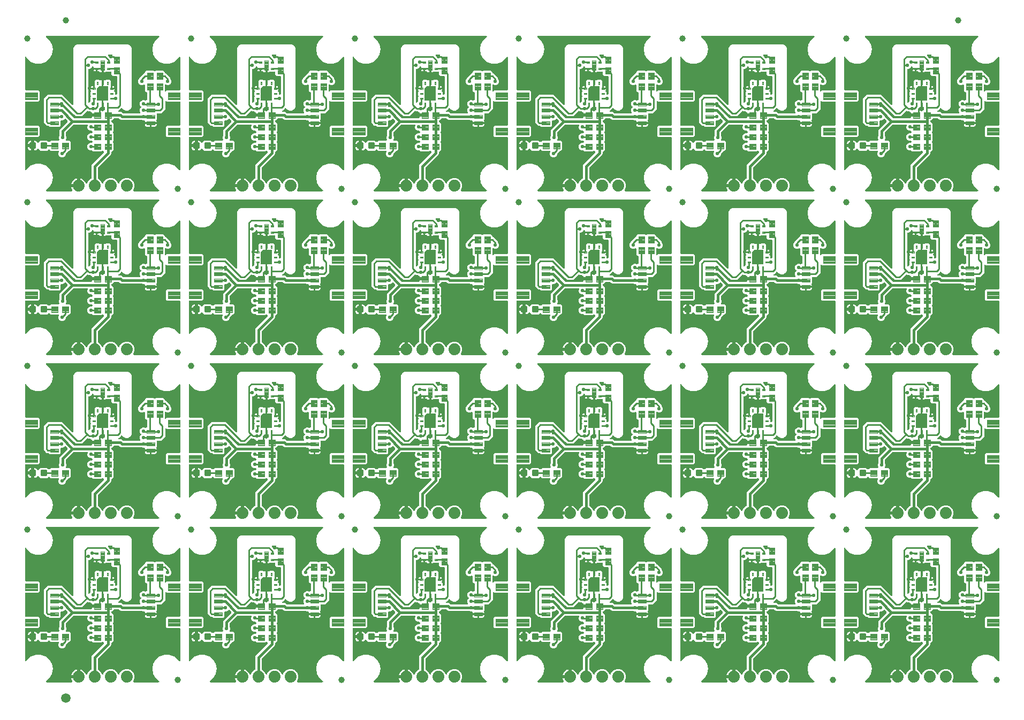
<source format=gtl>
G04 EAGLE Gerber RS-274X export*
G75*
%MOMM*%
%FSLAX34Y34*%
%LPD*%
%INTop Copper*%
%IPPOS*%
%AMOC8*
5,1,8,0,0,1.08239X$1,22.5*%
G01*
%ADD10C,1.000000*%
%ADD11C,0.096000*%
%ADD12C,0.102000*%
%ADD13C,0.100000*%
%ADD14C,0.300000*%
%ADD15C,1.879600*%
%ADD16C,0.101500*%
%ADD17C,0.105000*%
%ADD18C,0.100581*%
%ADD19C,1.500000*%
%ADD20C,0.406400*%
%ADD21C,0.254000*%
%ADD22C,0.554000*%

G36*
X1114285Y781310D02*
X1114285Y781310D01*
X1114325Y781307D01*
X1114443Y781330D01*
X1114561Y781345D01*
X1114598Y781359D01*
X1114637Y781367D01*
X1114746Y781418D01*
X1114857Y781462D01*
X1114889Y781485D01*
X1114925Y781502D01*
X1115017Y781578D01*
X1115114Y781648D01*
X1115140Y781679D01*
X1115170Y781704D01*
X1115241Y781801D01*
X1115317Y781893D01*
X1115334Y781929D01*
X1115358Y781962D01*
X1115402Y782073D01*
X1115453Y782181D01*
X1115460Y782220D01*
X1115475Y782257D01*
X1115490Y782376D01*
X1115512Y782493D01*
X1115510Y782533D01*
X1115515Y782573D01*
X1115500Y782692D01*
X1115493Y782811D01*
X1115480Y782849D01*
X1115475Y782888D01*
X1115432Y783000D01*
X1115395Y783113D01*
X1115373Y783147D01*
X1115359Y783184D01*
X1115273Y783320D01*
X1115009Y783683D01*
X1114156Y785357D01*
X1113575Y787144D01*
X1113535Y787401D01*
X1123950Y787401D01*
X1124068Y787416D01*
X1124187Y787423D01*
X1124225Y787436D01*
X1124265Y787441D01*
X1124376Y787484D01*
X1124489Y787521D01*
X1124523Y787543D01*
X1124561Y787558D01*
X1124657Y787628D01*
X1124758Y787691D01*
X1124786Y787721D01*
X1124818Y787744D01*
X1124894Y787836D01*
X1124976Y787923D01*
X1124995Y787958D01*
X1125021Y787989D01*
X1125072Y788097D01*
X1125129Y788201D01*
X1125140Y788241D01*
X1125157Y788277D01*
X1125179Y788394D01*
X1125209Y788509D01*
X1125213Y788570D01*
X1125217Y788590D01*
X1125215Y788610D01*
X1125219Y788670D01*
X1125219Y789941D01*
X1126490Y789941D01*
X1126608Y789956D01*
X1126727Y789963D01*
X1126765Y789976D01*
X1126805Y789981D01*
X1126916Y790025D01*
X1127029Y790061D01*
X1127064Y790083D01*
X1127101Y790098D01*
X1127197Y790168D01*
X1127298Y790231D01*
X1127326Y790261D01*
X1127359Y790285D01*
X1127434Y790376D01*
X1127516Y790463D01*
X1127536Y790498D01*
X1127561Y790530D01*
X1127612Y790637D01*
X1127670Y790742D01*
X1127680Y790781D01*
X1127697Y790817D01*
X1127719Y790934D01*
X1127749Y791049D01*
X1127753Y791110D01*
X1127757Y791130D01*
X1127755Y791150D01*
X1127759Y791210D01*
X1127759Y801625D01*
X1128016Y801585D01*
X1129803Y801004D01*
X1131477Y800151D01*
X1132998Y799046D01*
X1134326Y797718D01*
X1135431Y796197D01*
X1136284Y794523D01*
X1136435Y794058D01*
X1136448Y794031D01*
X1136455Y794002D01*
X1136515Y793887D01*
X1136570Y793770D01*
X1136589Y793747D01*
X1136603Y793721D01*
X1136691Y793625D01*
X1136773Y793525D01*
X1136797Y793508D01*
X1136817Y793486D01*
X1136926Y793414D01*
X1137030Y793338D01*
X1137058Y793327D01*
X1137083Y793311D01*
X1137206Y793269D01*
X1137326Y793221D01*
X1137356Y793217D01*
X1137384Y793208D01*
X1137513Y793197D01*
X1137641Y793181D01*
X1137671Y793185D01*
X1137701Y793182D01*
X1137829Y793205D01*
X1137957Y793221D01*
X1137985Y793232D01*
X1138014Y793237D01*
X1138132Y793290D01*
X1138253Y793338D01*
X1138277Y793355D01*
X1138304Y793367D01*
X1138405Y793448D01*
X1138510Y793524D01*
X1138529Y793547D01*
X1138553Y793566D01*
X1138630Y793669D01*
X1138713Y793769D01*
X1138726Y793796D01*
X1138744Y793820D01*
X1138815Y793965D01*
X1140068Y796990D01*
X1143570Y800492D01*
X1144756Y800983D01*
X1144781Y800998D01*
X1144809Y801007D01*
X1144919Y801076D01*
X1145032Y801141D01*
X1145053Y801161D01*
X1145078Y801177D01*
X1145167Y801272D01*
X1145260Y801362D01*
X1145276Y801387D01*
X1145296Y801409D01*
X1145359Y801523D01*
X1145427Y801633D01*
X1145435Y801661D01*
X1145450Y801687D01*
X1145482Y801813D01*
X1145520Y801937D01*
X1145522Y801967D01*
X1145529Y801995D01*
X1145539Y802156D01*
X1145539Y822066D01*
X1146313Y823933D01*
X1147920Y825541D01*
X1147921Y825541D01*
X1165028Y842648D01*
X1165101Y842742D01*
X1165180Y842832D01*
X1165198Y842868D01*
X1165223Y842900D01*
X1165270Y843009D01*
X1165324Y843115D01*
X1165333Y843154D01*
X1165349Y843191D01*
X1165368Y843309D01*
X1165394Y843425D01*
X1165393Y843466D01*
X1165399Y843506D01*
X1165388Y843624D01*
X1165384Y843743D01*
X1165373Y843782D01*
X1165369Y843822D01*
X1165329Y843934D01*
X1165296Y844049D01*
X1165275Y844083D01*
X1165262Y844121D01*
X1165195Y844220D01*
X1165134Y844322D01*
X1165095Y844368D01*
X1165083Y844385D01*
X1165068Y844398D01*
X1165028Y844443D01*
X1164217Y845254D01*
X1164124Y845327D01*
X1164034Y845406D01*
X1163998Y845424D01*
X1163966Y845449D01*
X1163857Y845496D01*
X1163751Y845550D01*
X1163711Y845559D01*
X1163674Y845575D01*
X1163557Y845594D01*
X1163441Y845620D01*
X1163400Y845619D01*
X1163360Y845625D01*
X1163242Y845614D01*
X1163123Y845610D01*
X1163084Y845599D01*
X1163044Y845595D01*
X1162932Y845555D01*
X1162817Y845522D01*
X1162782Y845501D01*
X1162744Y845488D01*
X1162646Y845421D01*
X1162543Y845360D01*
X1162498Y845320D01*
X1162481Y845309D01*
X1162468Y845294D01*
X1162422Y845254D01*
X1161290Y844121D01*
X1148350Y844121D01*
X1146492Y845980D01*
X1146414Y846040D01*
X1146341Y846108D01*
X1146288Y846137D01*
X1146241Y846174D01*
X1146150Y846214D01*
X1146063Y846262D01*
X1146004Y846277D01*
X1145949Y846301D01*
X1145851Y846316D01*
X1145755Y846341D01*
X1145655Y846347D01*
X1145635Y846351D01*
X1145622Y846349D01*
X1145594Y846351D01*
X1143748Y846351D01*
X1141609Y847237D01*
X1139972Y848874D01*
X1139086Y851013D01*
X1139086Y853327D01*
X1139972Y855466D01*
X1141609Y857103D01*
X1143748Y857989D01*
X1145594Y857989D01*
X1145693Y858001D01*
X1145792Y858004D01*
X1145850Y858021D01*
X1145910Y858029D01*
X1146002Y858065D01*
X1146097Y858093D01*
X1146149Y858123D01*
X1146206Y858146D01*
X1146286Y858204D01*
X1146371Y858254D01*
X1146446Y858320D01*
X1146463Y858332D01*
X1146471Y858342D01*
X1146492Y858360D01*
X1147024Y858892D01*
X1147097Y858987D01*
X1147176Y859076D01*
X1147194Y859112D01*
X1147219Y859144D01*
X1147266Y859253D01*
X1147320Y859359D01*
X1147329Y859398D01*
X1147345Y859436D01*
X1147364Y859553D01*
X1147390Y859669D01*
X1147389Y859710D01*
X1147395Y859750D01*
X1147384Y859868D01*
X1147380Y859987D01*
X1147369Y860026D01*
X1147365Y860066D01*
X1147325Y860179D01*
X1147292Y860293D01*
X1147271Y860327D01*
X1147258Y860366D01*
X1147191Y860464D01*
X1147130Y860567D01*
X1147090Y860612D01*
X1147079Y860629D01*
X1147064Y860642D01*
X1147024Y860687D01*
X1146492Y861220D01*
X1146414Y861280D01*
X1146341Y861348D01*
X1146288Y861377D01*
X1146241Y861414D01*
X1146150Y861454D01*
X1146063Y861502D01*
X1146004Y861517D01*
X1145949Y861541D01*
X1145851Y861556D01*
X1145755Y861581D01*
X1145655Y861587D01*
X1145635Y861591D01*
X1145622Y861589D01*
X1145594Y861591D01*
X1143748Y861591D01*
X1141609Y862477D01*
X1139972Y864114D01*
X1139086Y866253D01*
X1139086Y868567D01*
X1139972Y870706D01*
X1141609Y872343D01*
X1143748Y873229D01*
X1145594Y873229D01*
X1145693Y873241D01*
X1145792Y873244D01*
X1145850Y873261D01*
X1145910Y873269D01*
X1146002Y873305D01*
X1146097Y873333D01*
X1146149Y873363D01*
X1146206Y873386D01*
X1146286Y873444D01*
X1146371Y873494D01*
X1146446Y873560D01*
X1146463Y873572D01*
X1146471Y873582D01*
X1146492Y873600D01*
X1147024Y874133D01*
X1147097Y874227D01*
X1147176Y874316D01*
X1147194Y874352D01*
X1147219Y874384D01*
X1147266Y874493D01*
X1147320Y874599D01*
X1147329Y874638D01*
X1147345Y874676D01*
X1147364Y874793D01*
X1147390Y874909D01*
X1147389Y874950D01*
X1147395Y874990D01*
X1147384Y875108D01*
X1147380Y875227D01*
X1147369Y875266D01*
X1147365Y875306D01*
X1147325Y875418D01*
X1147292Y875533D01*
X1147271Y875568D01*
X1147258Y875606D01*
X1147191Y875704D01*
X1147130Y875807D01*
X1147090Y875852D01*
X1147079Y875869D01*
X1147064Y875882D01*
X1147024Y875928D01*
X1146214Y876738D01*
X1146136Y876798D01*
X1146063Y876866D01*
X1146010Y876895D01*
X1145963Y876932D01*
X1145872Y876972D01*
X1145785Y877020D01*
X1145726Y877035D01*
X1145671Y877059D01*
X1145573Y877074D01*
X1145477Y877099D01*
X1145377Y877105D01*
X1145357Y877109D01*
X1145344Y877107D01*
X1145316Y877109D01*
X1143748Y877109D01*
X1141609Y877995D01*
X1139972Y879632D01*
X1139086Y881771D01*
X1139086Y884085D01*
X1139606Y885339D01*
X1139619Y885387D01*
X1139640Y885432D01*
X1139661Y885540D01*
X1139690Y885646D01*
X1139690Y885696D01*
X1139700Y885745D01*
X1139693Y885854D01*
X1139695Y885964D01*
X1139683Y886012D01*
X1139680Y886062D01*
X1139646Y886166D01*
X1139621Y886273D01*
X1139597Y886317D01*
X1139582Y886364D01*
X1139523Y886457D01*
X1139472Y886554D01*
X1139438Y886591D01*
X1139412Y886633D01*
X1139332Y886708D01*
X1139258Y886790D01*
X1139216Y886817D01*
X1139180Y886851D01*
X1139084Y886904D01*
X1138992Y886964D01*
X1138945Y886981D01*
X1138902Y887005D01*
X1138795Y887032D01*
X1138691Y887068D01*
X1138642Y887072D01*
X1138594Y887084D01*
X1138433Y887094D01*
X1118325Y887094D01*
X1118227Y887082D01*
X1118128Y887079D01*
X1118070Y887062D01*
X1118010Y887054D01*
X1117918Y887018D01*
X1117823Y886990D01*
X1117770Y886960D01*
X1117714Y886937D01*
X1117634Y886879D01*
X1117549Y886829D01*
X1117473Y886763D01*
X1117457Y886751D01*
X1117449Y886741D01*
X1117428Y886723D01*
X1105272Y874567D01*
X1105212Y874489D01*
X1105144Y874417D01*
X1105115Y874364D01*
X1105078Y874316D01*
X1105038Y874225D01*
X1104990Y874138D01*
X1104975Y874080D01*
X1104951Y874024D01*
X1104936Y873926D01*
X1104911Y873830D01*
X1104905Y873730D01*
X1104901Y873710D01*
X1104903Y873698D01*
X1104901Y873670D01*
X1104901Y869332D01*
X1104902Y869322D01*
X1104901Y869313D01*
X1104922Y869164D01*
X1104941Y869016D01*
X1104944Y869007D01*
X1104945Y868998D01*
X1104997Y868846D01*
X1105639Y867297D01*
X1105639Y864983D01*
X1104918Y863244D01*
X1104905Y863196D01*
X1104884Y863151D01*
X1104864Y863043D01*
X1104835Y862937D01*
X1104834Y862887D01*
X1104824Y862838D01*
X1104831Y862729D01*
X1104829Y862619D01*
X1104841Y862571D01*
X1104844Y862521D01*
X1104878Y862417D01*
X1104904Y862310D01*
X1104927Y862266D01*
X1104942Y862219D01*
X1105001Y862126D01*
X1105052Y862029D01*
X1105086Y861992D01*
X1105112Y861950D01*
X1105192Y861875D01*
X1105266Y861793D01*
X1105308Y861766D01*
X1105344Y861732D01*
X1105440Y861679D01*
X1105532Y861619D01*
X1105579Y861602D01*
X1105622Y861578D01*
X1105729Y861551D01*
X1105833Y861515D01*
X1105882Y861511D01*
X1105930Y861499D01*
X1106091Y861489D01*
X1110980Y861489D01*
X1113059Y859410D01*
X1113059Y847470D01*
X1110980Y845391D01*
X1110098Y845391D01*
X1109980Y845376D01*
X1109861Y845369D01*
X1109823Y845356D01*
X1109782Y845351D01*
X1109672Y845308D01*
X1109559Y845271D01*
X1109524Y845249D01*
X1109487Y845234D01*
X1109391Y845165D01*
X1109290Y845101D01*
X1109262Y845071D01*
X1109229Y845048D01*
X1109153Y844956D01*
X1109072Y844869D01*
X1109052Y844834D01*
X1109027Y844803D01*
X1108976Y844695D01*
X1108918Y844591D01*
X1108908Y844551D01*
X1108891Y844515D01*
X1108869Y844398D01*
X1108840Y844288D01*
X1105375Y840823D01*
X1105315Y840745D01*
X1105247Y840672D01*
X1105218Y840619D01*
X1105181Y840572D01*
X1105141Y840481D01*
X1105093Y840394D01*
X1105078Y840335D01*
X1105054Y840280D01*
X1105039Y840182D01*
X1105014Y840086D01*
X1105008Y839986D01*
X1105004Y839966D01*
X1105006Y839953D01*
X1105004Y839925D01*
X1105004Y839583D01*
X1104118Y837444D01*
X1102481Y835807D01*
X1100342Y834921D01*
X1098028Y834921D01*
X1095889Y835807D01*
X1094252Y837444D01*
X1093366Y839583D01*
X1093366Y841897D01*
X1094087Y843636D01*
X1094100Y843684D01*
X1094121Y843729D01*
X1094141Y843837D01*
X1094170Y843943D01*
X1094171Y843993D01*
X1094181Y844042D01*
X1094174Y844151D01*
X1094176Y844261D01*
X1094164Y844309D01*
X1094161Y844359D01*
X1094127Y844463D01*
X1094101Y844570D01*
X1094078Y844614D01*
X1094063Y844661D01*
X1094004Y844754D01*
X1093953Y844851D01*
X1093919Y844888D01*
X1093893Y844930D01*
X1093813Y845005D01*
X1093739Y845087D01*
X1093697Y845114D01*
X1093661Y845148D01*
X1093565Y845201D01*
X1093473Y845261D01*
X1093426Y845278D01*
X1093383Y845302D01*
X1093276Y845329D01*
X1093172Y845365D01*
X1093123Y845369D01*
X1093075Y845381D01*
X1092914Y845391D01*
X1081040Y845391D01*
X1079355Y847077D01*
X1079260Y847150D01*
X1079171Y847229D01*
X1079135Y847247D01*
X1079103Y847272D01*
X1078994Y847319D01*
X1078888Y847373D01*
X1078849Y847382D01*
X1078811Y847398D01*
X1078694Y847417D01*
X1078578Y847443D01*
X1078537Y847442D01*
X1078497Y847448D01*
X1078379Y847437D01*
X1078260Y847433D01*
X1078221Y847422D01*
X1078181Y847418D01*
X1078069Y847378D01*
X1077954Y847345D01*
X1077920Y847324D01*
X1077881Y847310D01*
X1077783Y847243D01*
X1077680Y847183D01*
X1077635Y847143D01*
X1077618Y847132D01*
X1077605Y847117D01*
X1077560Y847077D01*
X1075874Y845391D01*
X1065106Y845391D01*
X1062081Y848416D01*
X1061982Y848493D01*
X1061887Y848575D01*
X1061856Y848590D01*
X1061830Y848611D01*
X1061714Y848661D01*
X1061602Y848717D01*
X1061569Y848724D01*
X1061538Y848737D01*
X1061414Y848757D01*
X1061291Y848783D01*
X1061257Y848782D01*
X1061224Y848787D01*
X1061099Y848776D01*
X1060973Y848770D01*
X1060941Y848761D01*
X1060907Y848757D01*
X1060789Y848715D01*
X1060668Y848679D01*
X1060640Y848661D01*
X1060608Y848650D01*
X1060504Y848579D01*
X1060396Y848514D01*
X1060373Y848490D01*
X1060345Y848471D01*
X1060262Y848377D01*
X1060173Y848287D01*
X1060146Y848247D01*
X1060134Y848233D01*
X1060124Y848214D01*
X1060084Y848153D01*
X1059683Y847459D01*
X1058931Y846707D01*
X1058010Y846175D01*
X1056982Y845899D01*
X1055449Y845899D01*
X1055449Y852210D01*
X1055434Y852328D01*
X1055427Y852447D01*
X1055414Y852485D01*
X1055409Y852525D01*
X1055366Y852636D01*
X1055329Y852749D01*
X1055307Y852783D01*
X1055292Y852821D01*
X1055223Y852917D01*
X1055159Y853018D01*
X1055129Y853046D01*
X1055106Y853078D01*
X1055014Y853154D01*
X1054927Y853236D01*
X1054892Y853255D01*
X1054861Y853281D01*
X1054753Y853332D01*
X1054649Y853389D01*
X1054609Y853399D01*
X1054573Y853417D01*
X1054466Y853437D01*
X1054496Y853441D01*
X1054606Y853485D01*
X1054719Y853521D01*
X1054754Y853543D01*
X1054791Y853558D01*
X1054887Y853628D01*
X1054988Y853691D01*
X1055016Y853721D01*
X1055049Y853745D01*
X1055125Y853836D01*
X1055206Y853923D01*
X1055226Y853958D01*
X1055251Y853990D01*
X1055302Y854097D01*
X1055360Y854202D01*
X1055370Y854241D01*
X1055387Y854277D01*
X1055409Y854394D01*
X1055439Y854510D01*
X1055443Y854570D01*
X1055447Y854590D01*
X1055445Y854610D01*
X1055449Y854670D01*
X1055449Y860981D01*
X1056982Y860981D01*
X1058010Y860705D01*
X1058931Y860173D01*
X1059683Y859421D01*
X1060084Y858727D01*
X1060160Y858626D01*
X1060231Y858523D01*
X1060256Y858500D01*
X1060277Y858473D01*
X1060375Y858395D01*
X1060469Y858312D01*
X1060499Y858297D01*
X1060526Y858276D01*
X1060641Y858225D01*
X1060753Y858167D01*
X1060785Y858160D01*
X1060816Y858146D01*
X1060940Y858125D01*
X1061063Y858098D01*
X1061096Y858099D01*
X1061130Y858093D01*
X1061255Y858104D01*
X1061381Y858107D01*
X1061413Y858117D01*
X1061447Y858120D01*
X1061566Y858161D01*
X1061686Y858196D01*
X1061715Y858213D01*
X1061747Y858224D01*
X1061852Y858294D01*
X1061960Y858357D01*
X1061997Y858390D01*
X1062012Y858400D01*
X1062027Y858416D01*
X1062081Y858464D01*
X1065106Y861489D01*
X1075874Y861489D01*
X1077560Y859803D01*
X1077654Y859730D01*
X1077743Y859651D01*
X1077779Y859633D01*
X1077811Y859608D01*
X1077920Y859561D01*
X1078026Y859507D01*
X1078066Y859498D01*
X1078103Y859482D01*
X1078221Y859463D01*
X1078336Y859437D01*
X1078377Y859438D01*
X1078417Y859432D01*
X1078535Y859443D01*
X1078654Y859447D01*
X1078693Y859458D01*
X1078733Y859462D01*
X1078846Y859502D01*
X1078960Y859535D01*
X1078995Y859556D01*
X1079033Y859570D01*
X1079131Y859637D01*
X1079234Y859697D01*
X1079279Y859737D01*
X1079296Y859748D01*
X1079309Y859763D01*
X1079355Y859803D01*
X1081040Y861489D01*
X1093549Y861489D01*
X1093598Y861495D01*
X1093648Y861493D01*
X1093755Y861515D01*
X1093864Y861529D01*
X1093911Y861547D01*
X1093959Y861557D01*
X1094058Y861605D01*
X1094160Y861646D01*
X1094200Y861675D01*
X1094245Y861697D01*
X1094328Y861768D01*
X1094417Y861832D01*
X1094449Y861871D01*
X1094487Y861903D01*
X1094550Y861993D01*
X1094620Y862077D01*
X1094641Y862122D01*
X1094670Y862163D01*
X1094709Y862266D01*
X1094756Y862365D01*
X1094765Y862414D01*
X1094783Y862460D01*
X1094795Y862570D01*
X1094816Y862677D01*
X1094813Y862727D01*
X1094818Y862776D01*
X1094803Y862885D01*
X1094796Y862995D01*
X1094781Y863042D01*
X1094774Y863091D01*
X1094722Y863244D01*
X1094001Y864983D01*
X1094001Y867297D01*
X1094643Y868846D01*
X1094645Y868855D01*
X1094650Y868863D01*
X1094687Y869008D01*
X1094727Y869153D01*
X1094727Y869162D01*
X1094729Y869171D01*
X1094739Y869332D01*
X1094739Y877311D01*
X1095513Y879178D01*
X1097120Y880786D01*
X1097121Y880786D01*
X1107612Y891277D01*
X1107685Y891372D01*
X1107764Y891461D01*
X1107782Y891497D01*
X1107807Y891529D01*
X1107855Y891638D01*
X1107909Y891744D01*
X1107917Y891783D01*
X1107934Y891821D01*
X1107952Y891938D01*
X1107978Y892054D01*
X1107977Y892095D01*
X1107983Y892135D01*
X1107972Y892253D01*
X1107969Y892372D01*
X1107957Y892411D01*
X1107954Y892451D01*
X1107913Y892564D01*
X1107880Y892678D01*
X1107860Y892712D01*
X1107846Y892751D01*
X1107779Y892849D01*
X1107719Y892952D01*
X1107679Y892997D01*
X1107667Y893014D01*
X1107652Y893027D01*
X1107612Y893072D01*
X1105049Y895635D01*
X1104955Y895709D01*
X1104866Y895787D01*
X1104830Y895806D01*
X1104798Y895830D01*
X1104689Y895878D01*
X1104583Y895932D01*
X1104543Y895941D01*
X1104506Y895957D01*
X1104388Y895975D01*
X1104272Y896001D01*
X1104232Y896000D01*
X1104192Y896007D01*
X1104073Y895995D01*
X1103955Y895992D01*
X1103916Y895981D01*
X1103875Y895977D01*
X1103763Y895936D01*
X1103649Y895903D01*
X1103614Y895883D01*
X1103576Y895869D01*
X1103478Y895802D01*
X1103375Y895742D01*
X1103330Y895702D01*
X1103313Y895691D01*
X1103300Y895675D01*
X1103254Y895635D01*
X1101846Y894227D01*
X1099707Y893341D01*
X1098188Y893341D01*
X1098070Y893326D01*
X1097951Y893319D01*
X1097913Y893306D01*
X1097872Y893301D01*
X1097762Y893258D01*
X1097649Y893221D01*
X1097614Y893199D01*
X1097577Y893184D01*
X1097481Y893115D01*
X1097380Y893051D01*
X1097352Y893021D01*
X1097319Y892998D01*
X1097243Y892906D01*
X1097162Y892819D01*
X1097142Y892784D01*
X1097117Y892753D01*
X1097066Y892645D01*
X1097008Y892541D01*
X1096998Y892501D01*
X1096981Y892465D01*
X1096959Y892348D01*
X1096929Y892233D01*
X1096925Y892173D01*
X1096921Y892153D01*
X1096923Y892132D01*
X1096919Y892072D01*
X1096919Y885276D01*
X1094834Y883191D01*
X1079406Y883191D01*
X1078048Y884550D01*
X1077969Y884610D01*
X1077897Y884678D01*
X1077844Y884707D01*
X1077796Y884744D01*
X1077705Y884784D01*
X1077619Y884832D01*
X1077560Y884847D01*
X1077505Y884871D01*
X1077407Y884886D01*
X1077311Y884911D01*
X1077211Y884917D01*
X1077190Y884921D01*
X1077178Y884919D01*
X1077150Y884921D01*
X1074931Y884921D01*
X1070101Y889751D01*
X1070101Y927619D01*
X1076441Y933959D01*
X1099069Y933959D01*
X1115005Y918023D01*
X1115114Y917938D01*
X1115221Y917849D01*
X1115240Y917841D01*
X1115256Y917828D01*
X1115384Y917773D01*
X1115509Y917714D01*
X1115529Y917710D01*
X1115548Y917702D01*
X1115686Y917680D01*
X1115822Y917654D01*
X1115842Y917655D01*
X1115862Y917652D01*
X1116001Y917665D01*
X1116139Y917674D01*
X1116158Y917680D01*
X1116178Y917682D01*
X1116310Y917729D01*
X1116441Y917772D01*
X1116459Y917782D01*
X1116478Y917789D01*
X1116593Y917867D01*
X1116710Y917942D01*
X1116724Y917957D01*
X1116741Y917968D01*
X1116833Y918072D01*
X1116928Y918173D01*
X1116938Y918191D01*
X1116951Y918206D01*
X1117015Y918330D01*
X1117082Y918452D01*
X1117087Y918472D01*
X1117096Y918490D01*
X1117126Y918625D01*
X1117161Y918760D01*
X1117163Y918788D01*
X1117166Y918800D01*
X1117165Y918820D01*
X1117171Y918921D01*
X1117171Y1007441D01*
X1118397Y1010399D01*
X1120661Y1012663D01*
X1123619Y1013889D01*
X1203021Y1013889D01*
X1205979Y1012663D01*
X1208243Y1010399D01*
X1209469Y1007441D01*
X1209469Y915339D01*
X1208243Y912381D01*
X1205979Y910117D01*
X1203021Y908891D01*
X1199819Y908891D01*
X1196861Y910117D01*
X1194586Y912391D01*
X1194572Y912429D01*
X1194511Y912520D01*
X1194456Y912616D01*
X1194422Y912651D01*
X1194394Y912692D01*
X1194311Y912765D01*
X1194235Y912844D01*
X1194193Y912870D01*
X1194155Y912903D01*
X1194057Y912953D01*
X1193964Y913010D01*
X1193916Y913025D01*
X1193872Y913047D01*
X1193765Y913072D01*
X1193660Y913104D01*
X1193610Y913106D01*
X1193562Y913117D01*
X1193452Y913114D01*
X1193342Y913119D01*
X1193294Y913109D01*
X1193244Y913107D01*
X1193138Y913077D01*
X1193031Y913055D01*
X1192986Y913033D01*
X1192938Y913019D01*
X1192844Y912963D01*
X1192745Y912915D01*
X1192707Y912883D01*
X1192665Y912857D01*
X1192544Y912751D01*
X1188740Y908947D01*
X1188655Y908838D01*
X1188566Y908731D01*
X1188558Y908712D01*
X1188545Y908696D01*
X1188490Y908568D01*
X1188431Y908443D01*
X1188427Y908423D01*
X1188419Y908404D01*
X1188397Y908266D01*
X1188371Y908130D01*
X1188372Y908110D01*
X1188369Y908090D01*
X1188382Y907951D01*
X1188391Y907813D01*
X1188397Y907794D01*
X1188399Y907774D01*
X1188446Y907642D01*
X1188489Y907511D01*
X1188499Y907493D01*
X1188506Y907474D01*
X1188584Y907359D01*
X1188659Y907242D01*
X1188674Y907228D01*
X1188685Y907211D01*
X1188789Y907119D01*
X1188890Y907024D01*
X1188908Y907014D01*
X1188923Y907001D01*
X1189047Y906937D01*
X1189169Y906870D01*
X1189189Y906865D01*
X1189207Y906856D01*
X1189342Y906826D01*
X1189477Y906791D01*
X1189505Y906789D01*
X1189517Y906786D01*
X1189537Y906787D01*
X1189638Y906781D01*
X1192271Y906781D01*
X1194138Y906007D01*
X1195453Y904692D01*
X1195531Y904632D01*
X1195603Y904564D01*
X1195656Y904535D01*
X1195704Y904498D01*
X1195795Y904458D01*
X1195882Y904410D01*
X1195940Y904395D01*
X1195996Y904371D01*
X1196094Y904356D01*
X1196190Y904331D01*
X1196290Y904325D01*
X1196310Y904321D01*
X1196322Y904323D01*
X1196350Y904321D01*
X1221963Y904321D01*
X1222012Y904327D01*
X1222062Y904325D01*
X1222169Y904347D01*
X1222279Y904361D01*
X1222325Y904379D01*
X1222373Y904389D01*
X1222472Y904437D01*
X1222574Y904478D01*
X1222615Y904507D01*
X1222659Y904529D01*
X1222743Y904600D01*
X1222832Y904664D01*
X1222863Y904703D01*
X1222901Y904735D01*
X1222964Y904825D01*
X1223034Y904909D01*
X1223056Y904954D01*
X1223084Y904995D01*
X1223123Y905098D01*
X1223170Y905197D01*
X1223179Y905246D01*
X1223197Y905292D01*
X1223209Y905402D01*
X1223230Y905509D01*
X1223227Y905559D01*
X1223232Y905608D01*
X1223217Y905717D01*
X1223210Y905827D01*
X1223195Y905874D01*
X1223188Y905923D01*
X1223136Y906076D01*
X1222271Y908163D01*
X1222271Y910477D01*
X1223157Y912616D01*
X1224044Y913503D01*
X1224117Y913597D01*
X1224195Y913686D01*
X1224214Y913722D01*
X1224239Y913754D01*
X1224286Y913863D01*
X1224340Y913969D01*
X1224349Y914008D01*
X1224365Y914046D01*
X1224384Y914163D01*
X1224410Y914279D01*
X1224408Y914320D01*
X1224415Y914360D01*
X1224404Y914478D01*
X1224400Y914597D01*
X1224389Y914636D01*
X1224385Y914676D01*
X1224345Y914788D01*
X1224312Y914903D01*
X1224291Y914938D01*
X1224277Y914976D01*
X1224210Y915074D01*
X1224150Y915177D01*
X1224110Y915222D01*
X1224099Y915239D01*
X1224083Y915252D01*
X1224044Y915298D01*
X1223157Y916184D01*
X1222271Y918323D01*
X1222271Y920637D01*
X1223157Y922776D01*
X1224794Y924413D01*
X1226933Y925299D01*
X1229247Y925299D01*
X1230280Y924871D01*
X1230309Y924863D01*
X1230335Y924850D01*
X1230462Y924821D01*
X1230587Y924787D01*
X1230616Y924787D01*
X1230645Y924780D01*
X1230775Y924784D01*
X1230905Y924782D01*
X1230934Y924789D01*
X1230963Y924790D01*
X1231088Y924826D01*
X1231214Y924856D01*
X1231240Y924870D01*
X1231269Y924878D01*
X1231380Y924944D01*
X1231495Y925005D01*
X1231517Y925025D01*
X1231542Y925040D01*
X1231663Y925146D01*
X1231806Y925289D01*
X1232662Y925289D01*
X1232780Y925304D01*
X1232899Y925311D01*
X1232937Y925324D01*
X1232978Y925329D01*
X1233088Y925372D01*
X1233201Y925409D01*
X1233236Y925431D01*
X1233273Y925446D01*
X1233369Y925515D01*
X1233470Y925579D01*
X1233498Y925609D01*
X1233531Y925632D01*
X1233607Y925724D01*
X1233688Y925811D01*
X1233708Y925846D01*
X1233733Y925877D01*
X1233784Y925985D01*
X1233842Y926089D01*
X1233852Y926129D01*
X1233869Y926165D01*
X1233891Y926282D01*
X1233921Y926397D01*
X1233925Y926457D01*
X1233929Y926477D01*
X1233927Y926498D01*
X1233931Y926558D01*
X1233931Y936722D01*
X1233916Y936840D01*
X1233909Y936959D01*
X1233896Y936997D01*
X1233891Y937038D01*
X1233848Y937148D01*
X1233811Y937261D01*
X1233789Y937296D01*
X1233774Y937333D01*
X1233705Y937429D01*
X1233641Y937530D01*
X1233611Y937558D01*
X1233588Y937591D01*
X1233496Y937667D01*
X1233409Y937748D01*
X1233374Y937768D01*
X1233343Y937793D01*
X1233235Y937844D01*
X1233131Y937902D01*
X1233091Y937912D01*
X1233055Y937929D01*
X1232938Y937951D01*
X1232823Y937981D01*
X1232763Y937985D01*
X1232743Y937989D01*
X1232722Y937987D01*
X1232662Y937991D01*
X1232280Y937991D01*
X1230201Y940070D01*
X1230201Y948769D01*
X1230195Y948818D01*
X1230197Y948868D01*
X1230175Y948975D01*
X1230161Y949084D01*
X1230143Y949131D01*
X1230133Y949179D01*
X1230085Y949278D01*
X1230044Y949380D01*
X1230015Y949420D01*
X1229993Y949465D01*
X1229922Y949548D01*
X1229858Y949637D01*
X1229819Y949669D01*
X1229787Y949707D01*
X1229697Y949770D01*
X1229613Y949840D01*
X1229568Y949861D01*
X1229527Y949890D01*
X1229424Y949929D01*
X1229325Y949976D01*
X1229276Y949985D01*
X1229230Y950003D01*
X1229120Y950015D01*
X1229013Y950036D01*
X1228963Y950033D01*
X1228914Y950038D01*
X1228805Y950023D01*
X1228695Y950016D01*
X1228648Y950001D01*
X1228599Y949994D01*
X1228446Y949942D01*
X1226707Y949221D01*
X1224393Y949221D01*
X1222254Y950107D01*
X1220617Y951744D01*
X1219731Y953883D01*
X1219731Y956197D01*
X1220617Y958336D01*
X1220860Y958578D01*
X1220920Y958657D01*
X1220988Y958729D01*
X1221017Y958782D01*
X1221054Y958830D01*
X1221094Y958921D01*
X1221142Y959007D01*
X1221157Y959066D01*
X1221181Y959122D01*
X1221196Y959220D01*
X1221221Y959315D01*
X1221227Y959415D01*
X1221231Y959436D01*
X1221229Y959448D01*
X1221231Y959476D01*
X1221231Y960639D01*
X1224133Y963540D01*
X1225550Y964957D01*
X1228451Y967859D01*
X1228932Y967859D01*
X1229050Y967874D01*
X1229169Y967881D01*
X1229207Y967894D01*
X1229248Y967899D01*
X1229358Y967942D01*
X1229471Y967979D01*
X1229506Y968001D01*
X1229543Y968016D01*
X1229639Y968085D01*
X1229740Y968149D01*
X1229768Y968179D01*
X1229801Y968202D01*
X1229877Y968294D01*
X1229958Y968381D01*
X1229978Y968416D01*
X1230003Y968447D01*
X1230054Y968555D01*
X1230112Y968659D01*
X1230122Y968699D01*
X1230139Y968735D01*
X1230161Y968852D01*
X1230191Y968967D01*
X1230195Y969027D01*
X1230199Y969047D01*
X1230197Y969067D01*
X1230199Y969073D01*
X1230198Y969081D01*
X1230201Y969128D01*
X1230201Y970010D01*
X1232280Y972089D01*
X1244220Y972089D01*
X1244973Y971336D01*
X1245067Y971263D01*
X1245156Y971184D01*
X1245192Y971166D01*
X1245224Y971141D01*
X1245333Y971094D01*
X1245439Y971040D01*
X1245478Y971031D01*
X1245516Y971015D01*
X1245633Y970996D01*
X1245749Y970970D01*
X1245790Y970971D01*
X1245830Y970965D01*
X1245948Y970976D01*
X1246067Y970980D01*
X1246106Y970991D01*
X1246146Y970995D01*
X1246258Y971035D01*
X1246373Y971068D01*
X1246408Y971089D01*
X1246446Y971102D01*
X1246544Y971169D01*
X1246647Y971230D01*
X1246692Y971270D01*
X1246709Y971281D01*
X1246722Y971296D01*
X1246768Y971336D01*
X1247520Y972089D01*
X1259460Y972089D01*
X1261539Y970010D01*
X1261539Y969128D01*
X1261554Y969010D01*
X1261561Y968891D01*
X1261574Y968853D01*
X1261579Y968812D01*
X1261622Y968702D01*
X1261659Y968589D01*
X1261681Y968554D01*
X1261696Y968517D01*
X1261765Y968421D01*
X1261829Y968320D01*
X1261859Y968292D01*
X1261882Y968259D01*
X1261974Y968183D01*
X1262061Y968102D01*
X1262096Y968082D01*
X1262127Y968057D01*
X1262235Y968006D01*
X1262339Y967948D01*
X1262379Y967938D01*
X1262415Y967921D01*
X1262532Y967899D01*
X1262647Y967869D01*
X1262707Y967865D01*
X1262727Y967861D01*
X1262748Y967863D01*
X1262808Y967859D01*
X1263289Y967859D01*
X1270509Y960639D01*
X1270509Y959476D01*
X1270521Y959378D01*
X1270524Y959279D01*
X1270541Y959220D01*
X1270549Y959160D01*
X1270585Y959068D01*
X1270613Y958973D01*
X1270643Y958921D01*
X1270666Y958865D01*
X1270724Y958785D01*
X1270774Y958699D01*
X1270840Y958624D01*
X1270852Y958607D01*
X1270862Y958600D01*
X1270880Y958578D01*
X1271123Y958336D01*
X1272009Y956197D01*
X1272009Y953883D01*
X1271123Y951744D01*
X1269486Y950107D01*
X1267347Y949221D01*
X1265033Y949221D01*
X1263294Y949942D01*
X1263246Y949955D01*
X1263201Y949976D01*
X1263093Y949996D01*
X1262987Y950025D01*
X1262937Y950026D01*
X1262888Y950036D01*
X1262779Y950029D01*
X1262669Y950031D01*
X1262621Y950019D01*
X1262571Y950016D01*
X1262467Y949982D01*
X1262360Y949956D01*
X1262316Y949933D01*
X1262269Y949918D01*
X1262176Y949859D01*
X1262079Y949808D01*
X1262042Y949774D01*
X1262000Y949748D01*
X1261925Y949668D01*
X1261843Y949594D01*
X1261816Y949552D01*
X1261782Y949516D01*
X1261729Y949420D01*
X1261669Y949328D01*
X1261652Y949281D01*
X1261628Y949238D01*
X1261601Y949131D01*
X1261565Y949027D01*
X1261561Y948978D01*
X1261549Y948930D01*
X1261539Y948769D01*
X1261539Y940603D01*
X1261556Y940466D01*
X1261569Y940327D01*
X1261576Y940308D01*
X1261579Y940288D01*
X1261630Y940159D01*
X1261677Y940028D01*
X1261688Y940011D01*
X1261696Y939992D01*
X1261777Y939880D01*
X1261855Y939765D01*
X1261871Y939751D01*
X1261882Y939735D01*
X1261990Y939646D01*
X1262094Y939554D01*
X1262112Y939545D01*
X1262127Y939532D01*
X1262253Y939473D01*
X1262377Y939409D01*
X1262397Y939405D01*
X1262415Y939396D01*
X1262552Y939370D01*
X1262687Y939340D01*
X1262708Y939340D01*
X1262727Y939337D01*
X1262866Y939345D01*
X1263005Y939349D01*
X1263025Y939355D01*
X1263045Y939356D01*
X1263177Y939399D01*
X1263311Y939438D01*
X1263328Y939448D01*
X1263347Y939454D01*
X1263465Y939529D01*
X1263585Y939599D01*
X1263606Y939618D01*
X1263616Y939625D01*
X1263630Y939640D01*
X1263705Y939706D01*
X1265288Y941289D01*
X1284986Y941289D01*
X1285104Y941304D01*
X1285223Y941311D01*
X1285261Y941324D01*
X1285302Y941329D01*
X1285412Y941372D01*
X1285525Y941409D01*
X1285560Y941431D01*
X1285597Y941446D01*
X1285693Y941515D01*
X1285794Y941579D01*
X1285822Y941609D01*
X1285855Y941632D01*
X1285931Y941724D01*
X1286012Y941811D01*
X1286032Y941846D01*
X1286057Y941877D01*
X1286108Y941985D01*
X1286166Y942089D01*
X1286176Y942129D01*
X1286193Y942165D01*
X1286215Y942282D01*
X1286245Y942397D01*
X1286249Y942457D01*
X1286253Y942477D01*
X1286251Y942498D01*
X1286255Y942558D01*
X1286255Y992843D01*
X1286237Y992988D01*
X1286222Y993133D01*
X1286217Y993146D01*
X1286215Y993159D01*
X1286162Y993294D01*
X1286111Y993431D01*
X1286103Y993442D01*
X1286098Y993455D01*
X1286013Y993572D01*
X1285930Y993692D01*
X1285919Y993701D01*
X1285912Y993712D01*
X1285800Y993805D01*
X1285689Y993900D01*
X1285677Y993906D01*
X1285667Y993915D01*
X1285535Y993977D01*
X1285404Y994042D01*
X1285391Y994045D01*
X1285379Y994050D01*
X1285236Y994078D01*
X1285093Y994108D01*
X1285080Y994108D01*
X1285067Y994110D01*
X1284922Y994101D01*
X1284776Y994095D01*
X1284762Y994091D01*
X1284749Y994090D01*
X1284611Y994046D01*
X1284471Y994003D01*
X1284459Y993996D01*
X1284447Y993992D01*
X1284324Y993915D01*
X1284199Y993839D01*
X1284189Y993829D01*
X1284178Y993822D01*
X1284078Y993716D01*
X1283976Y993612D01*
X1283966Y993597D01*
X1283960Y993591D01*
X1283952Y993576D01*
X1283887Y993478D01*
X1282505Y991085D01*
X1276398Y985960D01*
X1268906Y983233D01*
X1260934Y983233D01*
X1253442Y985960D01*
X1247335Y991084D01*
X1243349Y997989D01*
X1241965Y1005840D01*
X1243349Y1013691D01*
X1247335Y1020595D01*
X1252505Y1024934D01*
X1252529Y1024960D01*
X1252558Y1024980D01*
X1252637Y1025076D01*
X1252721Y1025167D01*
X1252738Y1025198D01*
X1252761Y1025225D01*
X1252814Y1025338D01*
X1252873Y1025447D01*
X1252881Y1025481D01*
X1252896Y1025513D01*
X1252919Y1025635D01*
X1252950Y1025755D01*
X1252949Y1025791D01*
X1252956Y1025826D01*
X1252948Y1025949D01*
X1252947Y1026073D01*
X1252938Y1026108D01*
X1252936Y1026143D01*
X1252898Y1026261D01*
X1252866Y1026381D01*
X1252849Y1026412D01*
X1252838Y1026445D01*
X1252772Y1026550D01*
X1252711Y1026659D01*
X1252687Y1026684D01*
X1252668Y1026714D01*
X1252578Y1026799D01*
X1252492Y1026889D01*
X1252462Y1026908D01*
X1252436Y1026932D01*
X1252328Y1026992D01*
X1252223Y1027058D01*
X1252189Y1027069D01*
X1252158Y1027086D01*
X1252038Y1027117D01*
X1251920Y1027154D01*
X1251884Y1027156D01*
X1251850Y1027165D01*
X1251689Y1027175D01*
X1074951Y1027175D01*
X1074915Y1027171D01*
X1074880Y1027173D01*
X1074758Y1027151D01*
X1074635Y1027135D01*
X1074602Y1027122D01*
X1074567Y1027116D01*
X1074455Y1027064D01*
X1074339Y1027018D01*
X1074311Y1026998D01*
X1074279Y1026983D01*
X1074182Y1026904D01*
X1074082Y1026832D01*
X1074059Y1026804D01*
X1074032Y1026782D01*
X1073959Y1026682D01*
X1073879Y1026587D01*
X1073864Y1026555D01*
X1073843Y1026526D01*
X1073797Y1026411D01*
X1073744Y1026299D01*
X1073737Y1026264D01*
X1073724Y1026231D01*
X1073707Y1026108D01*
X1073684Y1025987D01*
X1073686Y1025951D01*
X1073681Y1025916D01*
X1073696Y1025793D01*
X1073704Y1025669D01*
X1073715Y1025635D01*
X1073719Y1025600D01*
X1073764Y1025484D01*
X1073802Y1025367D01*
X1073821Y1025337D01*
X1073833Y1025304D01*
X1073906Y1025203D01*
X1073972Y1025098D01*
X1073998Y1025074D01*
X1074018Y1025045D01*
X1074135Y1024934D01*
X1079305Y1020596D01*
X1083291Y1013691D01*
X1084675Y1005840D01*
X1083291Y997989D01*
X1079305Y991085D01*
X1073198Y985960D01*
X1065706Y983233D01*
X1057734Y983233D01*
X1050242Y985960D01*
X1044135Y991084D01*
X1042753Y993478D01*
X1042665Y993594D01*
X1042580Y993712D01*
X1042569Y993721D01*
X1042561Y993731D01*
X1042447Y993822D01*
X1042335Y993915D01*
X1042322Y993921D01*
X1042312Y993929D01*
X1042178Y993989D01*
X1042047Y994050D01*
X1042034Y994053D01*
X1042021Y994058D01*
X1041877Y994083D01*
X1041734Y994110D01*
X1041721Y994109D01*
X1041708Y994112D01*
X1041562Y994099D01*
X1041417Y994090D01*
X1041404Y994086D01*
X1041391Y994085D01*
X1041253Y994037D01*
X1041115Y993992D01*
X1041103Y993985D01*
X1041090Y993981D01*
X1040969Y993900D01*
X1040846Y993822D01*
X1040837Y993812D01*
X1040825Y993805D01*
X1040728Y993697D01*
X1040628Y993591D01*
X1040621Y993579D01*
X1040612Y993569D01*
X1040545Y993439D01*
X1040474Y993312D01*
X1040471Y993299D01*
X1040465Y993287D01*
X1040431Y993145D01*
X1040395Y993004D01*
X1040394Y992986D01*
X1040392Y992977D01*
X1040392Y992960D01*
X1040385Y992843D01*
X1040385Y942558D01*
X1040400Y942440D01*
X1040407Y942321D01*
X1040420Y942283D01*
X1040425Y942242D01*
X1040468Y942132D01*
X1040505Y942019D01*
X1040527Y941984D01*
X1040542Y941947D01*
X1040611Y941851D01*
X1040675Y941750D01*
X1040705Y941722D01*
X1040728Y941689D01*
X1040820Y941613D01*
X1040907Y941532D01*
X1040942Y941512D01*
X1040973Y941487D01*
X1041081Y941436D01*
X1041185Y941378D01*
X1041225Y941368D01*
X1041261Y941351D01*
X1041378Y941329D01*
X1041493Y941299D01*
X1041553Y941295D01*
X1041573Y941291D01*
X1041594Y941293D01*
X1041654Y941289D01*
X1061352Y941289D01*
X1063419Y939222D01*
X1063419Y925258D01*
X1061352Y923191D01*
X1041654Y923191D01*
X1041536Y923176D01*
X1041417Y923169D01*
X1041379Y923156D01*
X1041338Y923151D01*
X1041228Y923108D01*
X1041115Y923071D01*
X1041080Y923049D01*
X1041043Y923034D01*
X1040947Y922965D01*
X1040846Y922901D01*
X1040818Y922871D01*
X1040785Y922848D01*
X1040709Y922756D01*
X1040628Y922669D01*
X1040608Y922634D01*
X1040583Y922603D01*
X1040532Y922495D01*
X1040474Y922391D01*
X1040464Y922351D01*
X1040447Y922315D01*
X1040425Y922198D01*
X1040395Y922083D01*
X1040391Y922023D01*
X1040387Y922003D01*
X1040389Y921982D01*
X1040385Y921922D01*
X1040385Y886558D01*
X1040400Y886440D01*
X1040407Y886321D01*
X1040420Y886283D01*
X1040425Y886242D01*
X1040468Y886132D01*
X1040505Y886019D01*
X1040527Y885984D01*
X1040542Y885947D01*
X1040611Y885851D01*
X1040675Y885750D01*
X1040705Y885722D01*
X1040728Y885689D01*
X1040820Y885613D01*
X1040907Y885532D01*
X1040942Y885512D01*
X1040973Y885487D01*
X1041081Y885436D01*
X1041185Y885378D01*
X1041225Y885368D01*
X1041261Y885351D01*
X1041378Y885329D01*
X1041493Y885299D01*
X1041553Y885295D01*
X1041573Y885291D01*
X1041594Y885293D01*
X1041654Y885289D01*
X1061352Y885289D01*
X1063419Y883222D01*
X1063419Y869258D01*
X1061352Y867191D01*
X1041654Y867191D01*
X1041536Y867176D01*
X1041417Y867169D01*
X1041379Y867156D01*
X1041338Y867151D01*
X1041228Y867108D01*
X1041115Y867071D01*
X1041080Y867049D01*
X1041043Y867034D01*
X1040947Y866965D01*
X1040846Y866901D01*
X1040818Y866871D01*
X1040785Y866848D01*
X1040709Y866756D01*
X1040628Y866669D01*
X1040608Y866634D01*
X1040583Y866603D01*
X1040532Y866495D01*
X1040474Y866391D01*
X1040464Y866351D01*
X1040447Y866315D01*
X1040425Y866198D01*
X1040395Y866083D01*
X1040391Y866023D01*
X1040387Y866003D01*
X1040389Y865982D01*
X1040385Y865922D01*
X1040385Y815637D01*
X1040403Y815492D01*
X1040418Y815347D01*
X1040423Y815334D01*
X1040425Y815321D01*
X1040478Y815186D01*
X1040529Y815049D01*
X1040537Y815038D01*
X1040542Y815025D01*
X1040627Y814908D01*
X1040710Y814788D01*
X1040721Y814779D01*
X1040728Y814768D01*
X1040841Y814675D01*
X1040951Y814580D01*
X1040963Y814574D01*
X1040973Y814565D01*
X1041105Y814503D01*
X1041236Y814438D01*
X1041249Y814435D01*
X1041261Y814430D01*
X1041403Y814402D01*
X1041547Y814372D01*
X1041560Y814372D01*
X1041573Y814370D01*
X1041718Y814379D01*
X1041864Y814385D01*
X1041878Y814389D01*
X1041891Y814390D01*
X1042029Y814434D01*
X1042169Y814477D01*
X1042181Y814484D01*
X1042193Y814488D01*
X1042316Y814565D01*
X1042441Y814641D01*
X1042451Y814651D01*
X1042462Y814658D01*
X1042562Y814764D01*
X1042664Y814868D01*
X1042674Y814883D01*
X1042680Y814889D01*
X1042688Y814904D01*
X1042753Y815002D01*
X1044135Y817395D01*
X1050242Y822520D01*
X1057734Y825247D01*
X1065706Y825247D01*
X1073198Y822520D01*
X1079305Y817396D01*
X1083291Y810491D01*
X1084675Y802640D01*
X1083291Y794789D01*
X1079305Y787885D01*
X1074135Y783546D01*
X1074111Y783520D01*
X1074082Y783500D01*
X1074003Y783404D01*
X1073919Y783313D01*
X1073902Y783282D01*
X1073879Y783255D01*
X1073826Y783142D01*
X1073767Y783033D01*
X1073759Y782999D01*
X1073744Y782967D01*
X1073721Y782845D01*
X1073690Y782725D01*
X1073691Y782689D01*
X1073684Y782654D01*
X1073692Y782531D01*
X1073693Y782407D01*
X1073702Y782372D01*
X1073704Y782337D01*
X1073742Y782219D01*
X1073774Y782099D01*
X1073791Y782068D01*
X1073802Y782035D01*
X1073868Y781930D01*
X1073929Y781821D01*
X1073953Y781796D01*
X1073972Y781766D01*
X1074062Y781681D01*
X1074148Y781591D01*
X1074178Y781572D01*
X1074204Y781548D01*
X1074312Y781488D01*
X1074417Y781422D01*
X1074451Y781411D01*
X1074482Y781394D01*
X1074602Y781363D01*
X1074720Y781326D01*
X1074756Y781324D01*
X1074790Y781315D01*
X1074951Y781305D01*
X1114246Y781305D01*
X1114285Y781310D01*
G37*
G36*
X855205Y781310D02*
X855205Y781310D01*
X855245Y781307D01*
X855363Y781330D01*
X855481Y781345D01*
X855518Y781359D01*
X855557Y781367D01*
X855666Y781418D01*
X855777Y781462D01*
X855809Y781485D01*
X855845Y781502D01*
X855937Y781578D01*
X856034Y781648D01*
X856060Y781679D01*
X856090Y781704D01*
X856161Y781801D01*
X856237Y781893D01*
X856254Y781929D01*
X856278Y781962D01*
X856322Y782073D01*
X856373Y782181D01*
X856380Y782220D01*
X856395Y782257D01*
X856410Y782376D01*
X856432Y782493D01*
X856430Y782533D01*
X856435Y782573D01*
X856420Y782692D01*
X856413Y782811D01*
X856400Y782849D01*
X856395Y782888D01*
X856352Y783000D01*
X856315Y783113D01*
X856293Y783147D01*
X856279Y783184D01*
X856193Y783320D01*
X855929Y783683D01*
X855076Y785357D01*
X854495Y787144D01*
X854455Y787401D01*
X864870Y787401D01*
X864988Y787416D01*
X865107Y787423D01*
X865145Y787436D01*
X865185Y787441D01*
X865296Y787484D01*
X865409Y787521D01*
X865443Y787543D01*
X865481Y787558D01*
X865577Y787628D01*
X865678Y787691D01*
X865706Y787721D01*
X865738Y787744D01*
X865814Y787836D01*
X865896Y787923D01*
X865915Y787958D01*
X865941Y787989D01*
X865992Y788097D01*
X866049Y788201D01*
X866060Y788241D01*
X866077Y788277D01*
X866099Y788394D01*
X866129Y788509D01*
X866133Y788570D01*
X866137Y788590D01*
X866135Y788610D01*
X866139Y788670D01*
X866139Y789941D01*
X867410Y789941D01*
X867528Y789956D01*
X867647Y789963D01*
X867685Y789976D01*
X867725Y789981D01*
X867836Y790025D01*
X867949Y790061D01*
X867984Y790083D01*
X868021Y790098D01*
X868117Y790168D01*
X868218Y790231D01*
X868246Y790261D01*
X868279Y790285D01*
X868354Y790376D01*
X868436Y790463D01*
X868456Y790498D01*
X868481Y790530D01*
X868532Y790637D01*
X868590Y790742D01*
X868600Y790781D01*
X868617Y790817D01*
X868639Y790934D01*
X868669Y791049D01*
X868673Y791110D01*
X868677Y791130D01*
X868675Y791150D01*
X868679Y791210D01*
X868679Y801625D01*
X868936Y801585D01*
X870723Y801004D01*
X872397Y800151D01*
X873918Y799046D01*
X875246Y797718D01*
X876351Y796197D01*
X877204Y794523D01*
X877355Y794058D01*
X877368Y794031D01*
X877375Y794002D01*
X877435Y793888D01*
X877490Y793770D01*
X877509Y793747D01*
X877523Y793721D01*
X877610Y793625D01*
X877693Y793525D01*
X877717Y793508D01*
X877737Y793486D01*
X877846Y793414D01*
X877950Y793338D01*
X877978Y793327D01*
X878003Y793311D01*
X878126Y793269D01*
X878246Y793221D01*
X878276Y793217D01*
X878304Y793208D01*
X878433Y793197D01*
X878561Y793181D01*
X878591Y793185D01*
X878621Y793182D01*
X878749Y793205D01*
X878877Y793221D01*
X878905Y793232D01*
X878934Y793237D01*
X879052Y793290D01*
X879173Y793338D01*
X879197Y793355D01*
X879224Y793367D01*
X879325Y793448D01*
X879430Y793524D01*
X879449Y793547D01*
X879473Y793566D01*
X879551Y793670D01*
X879633Y793769D01*
X879646Y793796D01*
X879664Y793820D01*
X879735Y793965D01*
X880988Y796990D01*
X884490Y800492D01*
X885676Y800983D01*
X885701Y800998D01*
X885729Y801007D01*
X885839Y801076D01*
X885952Y801141D01*
X885973Y801161D01*
X885998Y801177D01*
X886087Y801272D01*
X886180Y801362D01*
X886196Y801387D01*
X886216Y801409D01*
X886279Y801523D01*
X886347Y801633D01*
X886355Y801661D01*
X886370Y801687D01*
X886402Y801813D01*
X886440Y801937D01*
X886442Y801967D01*
X886449Y801995D01*
X886459Y802156D01*
X886459Y822066D01*
X887233Y823933D01*
X905948Y842648D01*
X906021Y842742D01*
X906100Y842832D01*
X906118Y842868D01*
X906143Y842900D01*
X906190Y843009D01*
X906244Y843115D01*
X906253Y843154D01*
X906269Y843191D01*
X906288Y843309D01*
X906314Y843425D01*
X906313Y843465D01*
X906319Y843506D01*
X906308Y843624D01*
X906304Y843743D01*
X906293Y843782D01*
X906289Y843822D01*
X906249Y843934D01*
X906216Y844049D01*
X906195Y844083D01*
X906182Y844121D01*
X906115Y844220D01*
X906054Y844322D01*
X906015Y844368D01*
X906003Y844385D01*
X905988Y844398D01*
X905948Y844443D01*
X905138Y845254D01*
X905043Y845327D01*
X904954Y845406D01*
X904918Y845424D01*
X904886Y845449D01*
X904777Y845496D01*
X904671Y845550D01*
X904632Y845559D01*
X904594Y845575D01*
X904477Y845594D01*
X904361Y845620D01*
X904320Y845619D01*
X904280Y845625D01*
X904162Y845614D01*
X904043Y845610D01*
X904004Y845599D01*
X903964Y845595D01*
X903851Y845555D01*
X903737Y845522D01*
X903703Y845501D01*
X903664Y845488D01*
X903566Y845421D01*
X903463Y845360D01*
X903418Y845320D01*
X903401Y845309D01*
X903388Y845294D01*
X903343Y845254D01*
X902210Y844121D01*
X889270Y844121D01*
X887412Y845980D01*
X887334Y846040D01*
X887261Y846108D01*
X887208Y846137D01*
X887161Y846174D01*
X887070Y846214D01*
X886983Y846262D01*
X886924Y846277D01*
X886869Y846301D01*
X886771Y846316D01*
X886675Y846341D01*
X886575Y846347D01*
X886555Y846351D01*
X886542Y846349D01*
X886514Y846351D01*
X884668Y846351D01*
X882529Y847237D01*
X880892Y848874D01*
X880006Y851013D01*
X880006Y853327D01*
X880892Y855466D01*
X882529Y857103D01*
X884668Y857989D01*
X886514Y857989D01*
X886613Y858001D01*
X886712Y858004D01*
X886770Y858021D01*
X886830Y858029D01*
X886922Y858065D01*
X887017Y858093D01*
X887069Y858123D01*
X887126Y858146D01*
X887206Y858204D01*
X887291Y858254D01*
X887366Y858320D01*
X887383Y858332D01*
X887391Y858342D01*
X887412Y858360D01*
X887944Y858893D01*
X888017Y858987D01*
X888096Y859076D01*
X888114Y859112D01*
X888139Y859144D01*
X888186Y859253D01*
X888240Y859359D01*
X888249Y859398D01*
X888265Y859436D01*
X888284Y859553D01*
X888310Y859669D01*
X888309Y859710D01*
X888315Y859750D01*
X888304Y859868D01*
X888300Y859987D01*
X888289Y860026D01*
X888285Y860066D01*
X888245Y860179D01*
X888212Y860293D01*
X888191Y860328D01*
X888178Y860366D01*
X888111Y860464D01*
X888050Y860567D01*
X888010Y860612D01*
X887999Y860629D01*
X887984Y860642D01*
X887944Y860688D01*
X887412Y861220D01*
X887334Y861280D01*
X887261Y861348D01*
X887208Y861377D01*
X887161Y861414D01*
X887070Y861454D01*
X886983Y861502D01*
X886924Y861517D01*
X886869Y861541D01*
X886771Y861556D01*
X886675Y861581D01*
X886575Y861587D01*
X886555Y861591D01*
X886542Y861589D01*
X886514Y861591D01*
X884668Y861591D01*
X882529Y862477D01*
X880892Y864114D01*
X880006Y866253D01*
X880006Y868567D01*
X880892Y870706D01*
X882529Y872343D01*
X884668Y873229D01*
X886514Y873229D01*
X886613Y873241D01*
X886712Y873244D01*
X886770Y873261D01*
X886830Y873269D01*
X886922Y873305D01*
X887017Y873333D01*
X887069Y873363D01*
X887126Y873386D01*
X887206Y873444D01*
X887291Y873494D01*
X887366Y873560D01*
X887383Y873572D01*
X887391Y873582D01*
X887412Y873601D01*
X887944Y874133D01*
X888017Y874227D01*
X888096Y874316D01*
X888114Y874352D01*
X888139Y874384D01*
X888186Y874493D01*
X888240Y874599D01*
X888249Y874639D01*
X888265Y874676D01*
X888284Y874793D01*
X888310Y874909D01*
X888309Y874950D01*
X888315Y874990D01*
X888304Y875108D01*
X888300Y875227D01*
X888289Y875266D01*
X888285Y875306D01*
X888245Y875418D01*
X888212Y875533D01*
X888191Y875568D01*
X888178Y875606D01*
X888111Y875704D01*
X888050Y875807D01*
X888010Y875852D01*
X887999Y875869D01*
X887984Y875882D01*
X887944Y875928D01*
X887134Y876738D01*
X887056Y876798D01*
X886983Y876866D01*
X886930Y876895D01*
X886883Y876932D01*
X886792Y876972D01*
X886705Y877020D01*
X886646Y877035D01*
X886591Y877059D01*
X886493Y877074D01*
X886397Y877099D01*
X886297Y877105D01*
X886277Y877109D01*
X886264Y877107D01*
X886236Y877109D01*
X884668Y877109D01*
X882529Y877995D01*
X880892Y879632D01*
X880006Y881771D01*
X880006Y884085D01*
X880526Y885339D01*
X880539Y885387D01*
X880560Y885432D01*
X880581Y885540D01*
X880610Y885646D01*
X880610Y885696D01*
X880620Y885745D01*
X880613Y885854D01*
X880615Y885964D01*
X880603Y886012D01*
X880600Y886062D01*
X880566Y886166D01*
X880540Y886273D01*
X880517Y886317D01*
X880502Y886364D01*
X880443Y886457D01*
X880392Y886554D01*
X880358Y886591D01*
X880332Y886633D01*
X880252Y886708D01*
X880178Y886790D01*
X880136Y886817D01*
X880100Y886851D01*
X880004Y886904D01*
X879912Y886964D01*
X879865Y886981D01*
X879822Y887005D01*
X879715Y887032D01*
X879611Y887068D01*
X879562Y887072D01*
X879514Y887084D01*
X879353Y887094D01*
X859245Y887094D01*
X859147Y887082D01*
X859048Y887079D01*
X858990Y887062D01*
X858930Y887054D01*
X858838Y887018D01*
X858743Y886990D01*
X858690Y886960D01*
X858634Y886937D01*
X858554Y886879D01*
X858469Y886829D01*
X858393Y886763D01*
X858377Y886751D01*
X858369Y886741D01*
X858348Y886723D01*
X846192Y874567D01*
X846132Y874489D01*
X846064Y874417D01*
X846035Y874364D01*
X845998Y874316D01*
X845958Y874225D01*
X845910Y874138D01*
X845895Y874080D01*
X845871Y874024D01*
X845856Y873926D01*
X845831Y873830D01*
X845825Y873730D01*
X845821Y873710D01*
X845823Y873698D01*
X845821Y873670D01*
X845821Y869332D01*
X845822Y869322D01*
X845821Y869313D01*
X845842Y869164D01*
X845861Y869016D01*
X845864Y869007D01*
X845865Y868998D01*
X845917Y868846D01*
X846559Y867297D01*
X846559Y864983D01*
X845838Y863244D01*
X845825Y863196D01*
X845804Y863151D01*
X845784Y863043D01*
X845755Y862937D01*
X845754Y862887D01*
X845744Y862838D01*
X845751Y862729D01*
X845749Y862619D01*
X845761Y862571D01*
X845764Y862521D01*
X845798Y862417D01*
X845824Y862310D01*
X845847Y862266D01*
X845862Y862219D01*
X845921Y862126D01*
X845972Y862029D01*
X846006Y861992D01*
X846032Y861950D01*
X846112Y861875D01*
X846186Y861793D01*
X846228Y861766D01*
X846264Y861732D01*
X846360Y861679D01*
X846452Y861619D01*
X846499Y861602D01*
X846542Y861578D01*
X846649Y861551D01*
X846753Y861515D01*
X846802Y861511D01*
X846850Y861499D01*
X847011Y861489D01*
X851900Y861489D01*
X853979Y859410D01*
X853979Y847470D01*
X851900Y845391D01*
X851018Y845391D01*
X850900Y845376D01*
X850781Y845369D01*
X850743Y845356D01*
X850702Y845351D01*
X850592Y845308D01*
X850479Y845271D01*
X850444Y845249D01*
X850407Y845234D01*
X850311Y845165D01*
X850210Y845101D01*
X850182Y845071D01*
X850149Y845048D01*
X850073Y844956D01*
X849992Y844869D01*
X849972Y844834D01*
X849947Y844803D01*
X849896Y844695D01*
X849838Y844591D01*
X849828Y844551D01*
X849811Y844515D01*
X849789Y844398D01*
X849760Y844288D01*
X846295Y840823D01*
X846235Y840745D01*
X846167Y840672D01*
X846138Y840619D01*
X846101Y840572D01*
X846061Y840481D01*
X846013Y840394D01*
X845998Y840335D01*
X845974Y840280D01*
X845959Y840182D01*
X845934Y840086D01*
X845928Y839986D01*
X845924Y839966D01*
X845926Y839953D01*
X845924Y839925D01*
X845924Y839583D01*
X845038Y837444D01*
X843401Y835807D01*
X841262Y834921D01*
X838948Y834921D01*
X836809Y835807D01*
X835172Y837444D01*
X834286Y839583D01*
X834286Y841897D01*
X835007Y843636D01*
X835020Y843684D01*
X835041Y843729D01*
X835061Y843837D01*
X835090Y843943D01*
X835091Y843993D01*
X835101Y844042D01*
X835094Y844151D01*
X835096Y844261D01*
X835084Y844309D01*
X835081Y844359D01*
X835047Y844463D01*
X835021Y844570D01*
X834998Y844614D01*
X834983Y844661D01*
X834924Y844754D01*
X834873Y844851D01*
X834839Y844888D01*
X834813Y844930D01*
X834733Y845005D01*
X834659Y845087D01*
X834617Y845114D01*
X834581Y845148D01*
X834485Y845201D01*
X834393Y845261D01*
X834346Y845278D01*
X834303Y845302D01*
X834196Y845329D01*
X834092Y845365D01*
X834043Y845369D01*
X833995Y845381D01*
X833834Y845391D01*
X821960Y845391D01*
X820275Y847077D01*
X820180Y847150D01*
X820091Y847229D01*
X820055Y847247D01*
X820023Y847272D01*
X819914Y847319D01*
X819808Y847373D01*
X819769Y847382D01*
X819731Y847398D01*
X819614Y847417D01*
X819498Y847443D01*
X819457Y847442D01*
X819417Y847448D01*
X819299Y847437D01*
X819180Y847433D01*
X819141Y847422D01*
X819101Y847418D01*
X818989Y847378D01*
X818874Y847345D01*
X818840Y847324D01*
X818801Y847310D01*
X818703Y847243D01*
X818600Y847183D01*
X818555Y847143D01*
X818538Y847132D01*
X818525Y847117D01*
X818480Y847077D01*
X816794Y845391D01*
X806026Y845391D01*
X803001Y848416D01*
X802902Y848493D01*
X802806Y848575D01*
X802776Y848590D01*
X802750Y848611D01*
X802634Y848661D01*
X802522Y848717D01*
X802489Y848724D01*
X802458Y848737D01*
X802333Y848757D01*
X802211Y848783D01*
X802177Y848782D01*
X802144Y848787D01*
X802018Y848775D01*
X801893Y848770D01*
X801861Y848761D01*
X801827Y848757D01*
X801708Y848715D01*
X801588Y848679D01*
X801560Y848661D01*
X801528Y848650D01*
X801424Y848579D01*
X801316Y848514D01*
X801293Y848490D01*
X801265Y848471D01*
X801182Y848377D01*
X801093Y848287D01*
X801066Y848247D01*
X801054Y848233D01*
X801044Y848214D01*
X801004Y848153D01*
X800603Y847459D01*
X799851Y846707D01*
X798930Y846175D01*
X797902Y845899D01*
X796369Y845899D01*
X796369Y852210D01*
X796354Y852328D01*
X796347Y852447D01*
X796334Y852485D01*
X796329Y852525D01*
X796286Y852636D01*
X796249Y852749D01*
X796227Y852783D01*
X796212Y852821D01*
X796143Y852917D01*
X796079Y853018D01*
X796049Y853046D01*
X796026Y853078D01*
X795934Y853154D01*
X795847Y853236D01*
X795812Y853255D01*
X795781Y853281D01*
X795673Y853332D01*
X795569Y853389D01*
X795529Y853399D01*
X795493Y853417D01*
X795386Y853437D01*
X795416Y853441D01*
X795526Y853485D01*
X795639Y853521D01*
X795674Y853543D01*
X795711Y853558D01*
X795807Y853628D01*
X795908Y853691D01*
X795936Y853721D01*
X795969Y853745D01*
X796045Y853836D01*
X796126Y853923D01*
X796146Y853958D01*
X796171Y853990D01*
X796222Y854097D01*
X796280Y854202D01*
X796290Y854241D01*
X796307Y854277D01*
X796329Y854394D01*
X796359Y854510D01*
X796363Y854570D01*
X796367Y854590D01*
X796365Y854610D01*
X796369Y854670D01*
X796369Y860981D01*
X797902Y860981D01*
X798930Y860705D01*
X799851Y860173D01*
X800603Y859421D01*
X801004Y858727D01*
X801080Y858626D01*
X801151Y858523D01*
X801176Y858500D01*
X801197Y858473D01*
X801295Y858395D01*
X801389Y858312D01*
X801419Y858297D01*
X801446Y858276D01*
X801561Y858225D01*
X801673Y858167D01*
X801705Y858160D01*
X801736Y858146D01*
X801860Y858125D01*
X801983Y858098D01*
X802016Y858099D01*
X802050Y858093D01*
X802175Y858104D01*
X802301Y858107D01*
X802333Y858117D01*
X802367Y858120D01*
X802486Y858161D01*
X802606Y858196D01*
X802635Y858213D01*
X802667Y858224D01*
X802772Y858294D01*
X802880Y858357D01*
X802917Y858390D01*
X802932Y858400D01*
X802947Y858416D01*
X803001Y858464D01*
X806026Y861489D01*
X816794Y861489D01*
X818480Y859803D01*
X818574Y859730D01*
X818663Y859651D01*
X818699Y859633D01*
X818731Y859608D01*
X818840Y859561D01*
X818946Y859507D01*
X818986Y859498D01*
X819023Y859482D01*
X819141Y859463D01*
X819256Y859437D01*
X819297Y859438D01*
X819337Y859432D01*
X819455Y859443D01*
X819574Y859447D01*
X819613Y859458D01*
X819653Y859462D01*
X819766Y859502D01*
X819880Y859535D01*
X819915Y859556D01*
X819953Y859570D01*
X820051Y859637D01*
X820154Y859697D01*
X820199Y859737D01*
X820216Y859748D01*
X820229Y859763D01*
X820275Y859803D01*
X821960Y861489D01*
X834469Y861489D01*
X834518Y861495D01*
X834568Y861493D01*
X834675Y861515D01*
X834784Y861529D01*
X834831Y861547D01*
X834879Y861557D01*
X834978Y861605D01*
X835080Y861646D01*
X835120Y861675D01*
X835165Y861697D01*
X835248Y861768D01*
X835337Y861832D01*
X835369Y861871D01*
X835407Y861903D01*
X835470Y861993D01*
X835540Y862077D01*
X835561Y862122D01*
X835590Y862163D01*
X835629Y862266D01*
X835676Y862365D01*
X835685Y862414D01*
X835703Y862460D01*
X835715Y862570D01*
X835736Y862677D01*
X835733Y862727D01*
X835738Y862776D01*
X835723Y862885D01*
X835716Y862995D01*
X835701Y863042D01*
X835694Y863091D01*
X835642Y863244D01*
X834921Y864983D01*
X834921Y867297D01*
X835563Y868846D01*
X835565Y868855D01*
X835570Y868863D01*
X835607Y869008D01*
X835647Y869153D01*
X835647Y869162D01*
X835649Y869171D01*
X835659Y869332D01*
X835659Y877311D01*
X836433Y879178D01*
X848532Y891277D01*
X848605Y891372D01*
X848684Y891461D01*
X848702Y891497D01*
X848727Y891529D01*
X848775Y891638D01*
X848829Y891744D01*
X848837Y891783D01*
X848854Y891821D01*
X848872Y891938D01*
X848898Y892054D01*
X848897Y892095D01*
X848903Y892135D01*
X848892Y892253D01*
X848889Y892372D01*
X848877Y892411D01*
X848874Y892451D01*
X848833Y892564D01*
X848800Y892678D01*
X848780Y892712D01*
X848766Y892751D01*
X848699Y892849D01*
X848639Y892952D01*
X848599Y892997D01*
X848587Y893014D01*
X848572Y893027D01*
X848532Y893072D01*
X845969Y895635D01*
X845875Y895709D01*
X845786Y895787D01*
X845750Y895806D01*
X845718Y895830D01*
X845609Y895878D01*
X845503Y895932D01*
X845463Y895941D01*
X845426Y895957D01*
X845308Y895975D01*
X845192Y896001D01*
X845152Y896000D01*
X845112Y896007D01*
X844993Y895995D01*
X844875Y895992D01*
X844836Y895981D01*
X844795Y895977D01*
X844683Y895936D01*
X844569Y895903D01*
X844534Y895883D01*
X844496Y895869D01*
X844398Y895802D01*
X844295Y895742D01*
X844250Y895702D01*
X844233Y895691D01*
X844220Y895675D01*
X844174Y895635D01*
X842766Y894227D01*
X840627Y893341D01*
X839108Y893341D01*
X838990Y893326D01*
X838871Y893319D01*
X838833Y893306D01*
X838792Y893301D01*
X838682Y893258D01*
X838569Y893221D01*
X838534Y893199D01*
X838497Y893184D01*
X838401Y893115D01*
X838300Y893051D01*
X838272Y893021D01*
X838239Y892998D01*
X838163Y892906D01*
X838082Y892819D01*
X838062Y892784D01*
X838037Y892753D01*
X837986Y892645D01*
X837928Y892541D01*
X837918Y892501D01*
X837901Y892465D01*
X837879Y892348D01*
X837849Y892233D01*
X837845Y892173D01*
X837841Y892153D01*
X837843Y892132D01*
X837839Y892072D01*
X837839Y885276D01*
X835754Y883191D01*
X820326Y883191D01*
X818968Y884550D01*
X818889Y884610D01*
X818817Y884678D01*
X818764Y884707D01*
X818716Y884744D01*
X818625Y884784D01*
X818539Y884832D01*
X818480Y884847D01*
X818425Y884871D01*
X818327Y884886D01*
X818231Y884911D01*
X818131Y884917D01*
X818110Y884921D01*
X818098Y884919D01*
X818070Y884921D01*
X815851Y884921D01*
X811021Y889751D01*
X811021Y927619D01*
X817361Y933959D01*
X839989Y933959D01*
X855925Y918023D01*
X856034Y917938D01*
X856141Y917849D01*
X856160Y917841D01*
X856176Y917828D01*
X856304Y917773D01*
X856429Y917714D01*
X856449Y917710D01*
X856468Y917702D01*
X856606Y917680D01*
X856742Y917654D01*
X856762Y917655D01*
X856782Y917652D01*
X856921Y917665D01*
X857059Y917674D01*
X857078Y917680D01*
X857098Y917682D01*
X857230Y917729D01*
X857361Y917772D01*
X857379Y917782D01*
X857398Y917789D01*
X857513Y917867D01*
X857630Y917942D01*
X857644Y917957D01*
X857661Y917968D01*
X857753Y918072D01*
X857848Y918173D01*
X857858Y918191D01*
X857871Y918206D01*
X857935Y918330D01*
X858002Y918452D01*
X858007Y918472D01*
X858016Y918490D01*
X858046Y918625D01*
X858081Y918760D01*
X858083Y918788D01*
X858086Y918800D01*
X858085Y918820D01*
X858091Y918921D01*
X858091Y1007441D01*
X859317Y1010399D01*
X861581Y1012663D01*
X864539Y1013889D01*
X943941Y1013889D01*
X946899Y1012663D01*
X949163Y1010399D01*
X950389Y1007441D01*
X950389Y915339D01*
X949163Y912381D01*
X946899Y910117D01*
X943941Y908891D01*
X940739Y908891D01*
X937781Y910117D01*
X935506Y912391D01*
X935492Y912429D01*
X935431Y912520D01*
X935376Y912616D01*
X935342Y912651D01*
X935314Y912692D01*
X935231Y912765D01*
X935155Y912844D01*
X935113Y912870D01*
X935075Y912903D01*
X934977Y912953D01*
X934884Y913010D01*
X934836Y913025D01*
X934792Y913047D01*
X934685Y913072D01*
X934580Y913104D01*
X934530Y913106D01*
X934482Y913117D01*
X934372Y913114D01*
X934262Y913119D01*
X934214Y913109D01*
X934164Y913107D01*
X934058Y913077D01*
X933951Y913055D01*
X933906Y913033D01*
X933858Y913019D01*
X933764Y912963D01*
X933665Y912915D01*
X933627Y912883D01*
X933585Y912857D01*
X933464Y912751D01*
X929660Y908947D01*
X929575Y908838D01*
X929486Y908731D01*
X929478Y908712D01*
X929465Y908696D01*
X929410Y908568D01*
X929351Y908443D01*
X929347Y908423D01*
X929339Y908404D01*
X929317Y908266D01*
X929291Y908130D01*
X929292Y908110D01*
X929289Y908090D01*
X929302Y907951D01*
X929311Y907813D01*
X929317Y907794D01*
X929319Y907774D01*
X929366Y907642D01*
X929409Y907511D01*
X929419Y907493D01*
X929426Y907474D01*
X929504Y907359D01*
X929579Y907242D01*
X929594Y907228D01*
X929605Y907211D01*
X929709Y907119D01*
X929810Y907024D01*
X929828Y907014D01*
X929843Y907001D01*
X929967Y906937D01*
X930089Y906870D01*
X930109Y906865D01*
X930127Y906856D01*
X930262Y906826D01*
X930397Y906791D01*
X930425Y906789D01*
X930437Y906786D01*
X930457Y906787D01*
X930558Y906781D01*
X933191Y906781D01*
X935058Y906007D01*
X936373Y904692D01*
X936451Y904632D01*
X936523Y904564D01*
X936576Y904535D01*
X936624Y904498D01*
X936715Y904458D01*
X936802Y904410D01*
X936860Y904395D01*
X936916Y904371D01*
X937014Y904356D01*
X937110Y904331D01*
X937210Y904325D01*
X937230Y904321D01*
X937242Y904323D01*
X937270Y904321D01*
X962883Y904321D01*
X962932Y904327D01*
X962982Y904325D01*
X963089Y904347D01*
X963199Y904361D01*
X963245Y904379D01*
X963293Y904389D01*
X963392Y904437D01*
X963494Y904478D01*
X963535Y904507D01*
X963579Y904529D01*
X963663Y904600D01*
X963752Y904664D01*
X963783Y904703D01*
X963821Y904735D01*
X963884Y904825D01*
X963954Y904909D01*
X963976Y904954D01*
X964004Y904995D01*
X964043Y905098D01*
X964090Y905197D01*
X964099Y905246D01*
X964117Y905292D01*
X964129Y905402D01*
X964150Y905509D01*
X964147Y905559D01*
X964152Y905608D01*
X964137Y905717D01*
X964130Y905827D01*
X964115Y905874D01*
X964108Y905923D01*
X964056Y906076D01*
X963191Y908163D01*
X963191Y910477D01*
X964077Y912616D01*
X964964Y913502D01*
X965036Y913596D01*
X965115Y913686D01*
X965134Y913722D01*
X965159Y913754D01*
X965206Y913863D01*
X965260Y913969D01*
X965269Y914008D01*
X965285Y914046D01*
X965304Y914163D01*
X965330Y914279D01*
X965328Y914320D01*
X965335Y914360D01*
X965324Y914478D01*
X965320Y914597D01*
X965309Y914636D01*
X965305Y914676D01*
X965265Y914789D01*
X965232Y914903D01*
X965211Y914937D01*
X965197Y914976D01*
X965130Y915074D01*
X965070Y915177D01*
X965030Y915222D01*
X965019Y915239D01*
X965003Y915252D01*
X964964Y915297D01*
X964077Y916184D01*
X963191Y918323D01*
X963191Y920637D01*
X964077Y922776D01*
X965714Y924413D01*
X967853Y925299D01*
X970167Y925299D01*
X971200Y924871D01*
X971229Y924863D01*
X971255Y924850D01*
X971382Y924821D01*
X971507Y924787D01*
X971536Y924787D01*
X971565Y924780D01*
X971695Y924784D01*
X971825Y924782D01*
X971854Y924789D01*
X971883Y924790D01*
X972008Y924826D01*
X972134Y924856D01*
X972160Y924870D01*
X972189Y924878D01*
X972300Y924944D01*
X972415Y925005D01*
X972437Y925025D01*
X972462Y925040D01*
X972583Y925146D01*
X972726Y925289D01*
X973582Y925289D01*
X973700Y925304D01*
X973819Y925311D01*
X973857Y925324D01*
X973898Y925329D01*
X974008Y925372D01*
X974121Y925409D01*
X974156Y925431D01*
X974193Y925446D01*
X974289Y925515D01*
X974390Y925579D01*
X974418Y925609D01*
X974451Y925632D01*
X974527Y925724D01*
X974608Y925811D01*
X974628Y925846D01*
X974653Y925877D01*
X974704Y925985D01*
X974762Y926089D01*
X974772Y926129D01*
X974789Y926165D01*
X974811Y926282D01*
X974841Y926397D01*
X974845Y926457D01*
X974849Y926477D01*
X974847Y926498D01*
X974851Y926558D01*
X974851Y936722D01*
X974836Y936840D01*
X974829Y936959D01*
X974816Y936997D01*
X974811Y937038D01*
X974768Y937148D01*
X974731Y937261D01*
X974709Y937296D01*
X974694Y937333D01*
X974625Y937429D01*
X974561Y937530D01*
X974531Y937558D01*
X974508Y937591D01*
X974416Y937667D01*
X974329Y937748D01*
X974294Y937768D01*
X974263Y937793D01*
X974155Y937844D01*
X974051Y937902D01*
X974011Y937912D01*
X973975Y937929D01*
X973858Y937951D01*
X973743Y937981D01*
X973683Y937985D01*
X973663Y937989D01*
X973642Y937987D01*
X973582Y937991D01*
X973200Y937991D01*
X971121Y940070D01*
X971121Y948769D01*
X971115Y948818D01*
X971117Y948868D01*
X971095Y948975D01*
X971081Y949084D01*
X971063Y949131D01*
X971053Y949179D01*
X971005Y949278D01*
X970964Y949380D01*
X970935Y949420D01*
X970913Y949465D01*
X970842Y949548D01*
X970778Y949637D01*
X970739Y949669D01*
X970707Y949707D01*
X970617Y949770D01*
X970533Y949840D01*
X970488Y949861D01*
X970447Y949890D01*
X970344Y949929D01*
X970245Y949976D01*
X970196Y949985D01*
X970150Y950003D01*
X970040Y950015D01*
X969933Y950036D01*
X969883Y950033D01*
X969834Y950038D01*
X969725Y950023D01*
X969615Y950016D01*
X969568Y950001D01*
X969519Y949994D01*
X969366Y949942D01*
X967627Y949221D01*
X965313Y949221D01*
X963174Y950107D01*
X961537Y951744D01*
X960651Y953883D01*
X960651Y956197D01*
X961537Y958336D01*
X961780Y958578D01*
X961840Y958657D01*
X961908Y958729D01*
X961937Y958782D01*
X961974Y958830D01*
X962014Y958921D01*
X962062Y959007D01*
X962077Y959066D01*
X962101Y959122D01*
X962116Y959220D01*
X962141Y959315D01*
X962147Y959415D01*
X962151Y959436D01*
X962149Y959448D01*
X962151Y959476D01*
X962151Y960639D01*
X969371Y967859D01*
X969852Y967859D01*
X969970Y967874D01*
X970089Y967881D01*
X970127Y967894D01*
X970168Y967899D01*
X970278Y967942D01*
X970391Y967979D01*
X970426Y968001D01*
X970463Y968016D01*
X970559Y968085D01*
X970660Y968149D01*
X970688Y968179D01*
X970721Y968202D01*
X970797Y968294D01*
X970878Y968381D01*
X970898Y968416D01*
X970923Y968447D01*
X970974Y968555D01*
X971032Y968659D01*
X971042Y968699D01*
X971059Y968735D01*
X971081Y968852D01*
X971111Y968967D01*
X971115Y969027D01*
X971119Y969047D01*
X971117Y969067D01*
X971119Y969073D01*
X971118Y969081D01*
X971121Y969128D01*
X971121Y970010D01*
X973200Y972089D01*
X985140Y972089D01*
X985893Y971336D01*
X985987Y971263D01*
X986076Y971184D01*
X986112Y971166D01*
X986144Y971141D01*
X986253Y971094D01*
X986359Y971040D01*
X986398Y971031D01*
X986436Y971015D01*
X986553Y970996D01*
X986669Y970970D01*
X986710Y970971D01*
X986750Y970965D01*
X986868Y970976D01*
X986987Y970980D01*
X987026Y970991D01*
X987066Y970995D01*
X987178Y971035D01*
X987293Y971068D01*
X987328Y971089D01*
X987366Y971102D01*
X987464Y971169D01*
X987567Y971230D01*
X987612Y971270D01*
X987629Y971281D01*
X987642Y971296D01*
X987688Y971336D01*
X988440Y972089D01*
X1000380Y972089D01*
X1002459Y970010D01*
X1002459Y969128D01*
X1002474Y969010D01*
X1002481Y968891D01*
X1002494Y968853D01*
X1002499Y968812D01*
X1002542Y968702D01*
X1002579Y968589D01*
X1002601Y968554D01*
X1002616Y968517D01*
X1002685Y968421D01*
X1002749Y968320D01*
X1002779Y968292D01*
X1002802Y968259D01*
X1002894Y968183D01*
X1002981Y968102D01*
X1003016Y968082D01*
X1003047Y968057D01*
X1003155Y968006D01*
X1003259Y967948D01*
X1003299Y967938D01*
X1003335Y967921D01*
X1003452Y967899D01*
X1003567Y967869D01*
X1003627Y967865D01*
X1003647Y967861D01*
X1003668Y967863D01*
X1003728Y967859D01*
X1004209Y967859D01*
X1011429Y960639D01*
X1011429Y959476D01*
X1011441Y959378D01*
X1011444Y959279D01*
X1011461Y959220D01*
X1011469Y959160D01*
X1011505Y959068D01*
X1011533Y958973D01*
X1011563Y958921D01*
X1011586Y958865D01*
X1011644Y958785D01*
X1011694Y958699D01*
X1011760Y958624D01*
X1011772Y958607D01*
X1011782Y958600D01*
X1011800Y958578D01*
X1012043Y958336D01*
X1012929Y956197D01*
X1012929Y953883D01*
X1012043Y951744D01*
X1010406Y950107D01*
X1008267Y949221D01*
X1005953Y949221D01*
X1004214Y949942D01*
X1004166Y949955D01*
X1004121Y949976D01*
X1004013Y949996D01*
X1003907Y950025D01*
X1003857Y950026D01*
X1003808Y950036D01*
X1003699Y950029D01*
X1003589Y950031D01*
X1003541Y950019D01*
X1003491Y950016D01*
X1003387Y949982D01*
X1003280Y949956D01*
X1003236Y949933D01*
X1003189Y949918D01*
X1003096Y949859D01*
X1002999Y949808D01*
X1002962Y949774D01*
X1002920Y949748D01*
X1002845Y949668D01*
X1002763Y949594D01*
X1002736Y949552D01*
X1002702Y949516D01*
X1002649Y949420D01*
X1002589Y949328D01*
X1002572Y949281D01*
X1002548Y949238D01*
X1002521Y949131D01*
X1002485Y949027D01*
X1002481Y948978D01*
X1002469Y948930D01*
X1002459Y948769D01*
X1002459Y940603D01*
X1002476Y940466D01*
X1002489Y940327D01*
X1002496Y940308D01*
X1002499Y940288D01*
X1002550Y940159D01*
X1002597Y940028D01*
X1002608Y940011D01*
X1002616Y939992D01*
X1002697Y939880D01*
X1002775Y939765D01*
X1002791Y939751D01*
X1002802Y939735D01*
X1002910Y939646D01*
X1003014Y939554D01*
X1003032Y939545D01*
X1003047Y939532D01*
X1003173Y939473D01*
X1003297Y939409D01*
X1003317Y939405D01*
X1003335Y939396D01*
X1003472Y939370D01*
X1003607Y939340D01*
X1003628Y939340D01*
X1003647Y939337D01*
X1003786Y939345D01*
X1003925Y939349D01*
X1003945Y939355D01*
X1003965Y939356D01*
X1004097Y939399D01*
X1004231Y939438D01*
X1004248Y939448D01*
X1004267Y939454D01*
X1004385Y939529D01*
X1004505Y939599D01*
X1004526Y939618D01*
X1004536Y939625D01*
X1004550Y939640D01*
X1004625Y939706D01*
X1006208Y941289D01*
X1025906Y941289D01*
X1026024Y941304D01*
X1026143Y941311D01*
X1026181Y941324D01*
X1026222Y941329D01*
X1026332Y941372D01*
X1026445Y941409D01*
X1026480Y941431D01*
X1026517Y941446D01*
X1026613Y941515D01*
X1026714Y941579D01*
X1026742Y941609D01*
X1026775Y941632D01*
X1026851Y941724D01*
X1026932Y941811D01*
X1026952Y941846D01*
X1026977Y941877D01*
X1027028Y941985D01*
X1027086Y942089D01*
X1027096Y942129D01*
X1027113Y942165D01*
X1027135Y942282D01*
X1027165Y942397D01*
X1027169Y942457D01*
X1027173Y942477D01*
X1027171Y942498D01*
X1027175Y942558D01*
X1027175Y992843D01*
X1027157Y992988D01*
X1027142Y993133D01*
X1027137Y993146D01*
X1027135Y993159D01*
X1027082Y993294D01*
X1027031Y993431D01*
X1027023Y993442D01*
X1027018Y993455D01*
X1026933Y993572D01*
X1026850Y993692D01*
X1026839Y993701D01*
X1026832Y993712D01*
X1026720Y993805D01*
X1026609Y993900D01*
X1026597Y993906D01*
X1026587Y993915D01*
X1026455Y993977D01*
X1026324Y994042D01*
X1026311Y994045D01*
X1026299Y994050D01*
X1026157Y994078D01*
X1026013Y994108D01*
X1026000Y994108D01*
X1025987Y994110D01*
X1025842Y994101D01*
X1025696Y994095D01*
X1025682Y994091D01*
X1025669Y994090D01*
X1025531Y994046D01*
X1025391Y994003D01*
X1025379Y993996D01*
X1025367Y993992D01*
X1025244Y993915D01*
X1025119Y993839D01*
X1025109Y993829D01*
X1025098Y993822D01*
X1024998Y993716D01*
X1024896Y993612D01*
X1024886Y993597D01*
X1024880Y993591D01*
X1024872Y993576D01*
X1024807Y993478D01*
X1023425Y991085D01*
X1017318Y985960D01*
X1009826Y983233D01*
X1001854Y983233D01*
X994362Y985960D01*
X988255Y991085D01*
X984269Y997989D01*
X982885Y1005840D01*
X984269Y1013691D01*
X988255Y1020596D01*
X993425Y1024934D01*
X993449Y1024960D01*
X993478Y1024980D01*
X993557Y1025076D01*
X993641Y1025167D01*
X993658Y1025198D01*
X993681Y1025225D01*
X993734Y1025338D01*
X993793Y1025447D01*
X993801Y1025481D01*
X993816Y1025513D01*
X993839Y1025635D01*
X993870Y1025755D01*
X993869Y1025791D01*
X993876Y1025826D01*
X993868Y1025949D01*
X993867Y1026073D01*
X993858Y1026108D01*
X993856Y1026143D01*
X993818Y1026261D01*
X993786Y1026381D01*
X993769Y1026412D01*
X993758Y1026445D01*
X993692Y1026550D01*
X993631Y1026659D01*
X993607Y1026684D01*
X993588Y1026714D01*
X993498Y1026799D01*
X993412Y1026889D01*
X993382Y1026908D01*
X993356Y1026932D01*
X993248Y1026992D01*
X993143Y1027058D01*
X993109Y1027069D01*
X993078Y1027086D01*
X992958Y1027117D01*
X992840Y1027154D01*
X992804Y1027156D01*
X992770Y1027165D01*
X992609Y1027175D01*
X815871Y1027175D01*
X815835Y1027171D01*
X815800Y1027173D01*
X815678Y1027151D01*
X815555Y1027135D01*
X815522Y1027122D01*
X815487Y1027116D01*
X815375Y1027064D01*
X815259Y1027018D01*
X815231Y1026998D01*
X815199Y1026983D01*
X815102Y1026904D01*
X815002Y1026832D01*
X814979Y1026804D01*
X814952Y1026782D01*
X814879Y1026682D01*
X814799Y1026587D01*
X814784Y1026555D01*
X814763Y1026526D01*
X814717Y1026411D01*
X814664Y1026299D01*
X814657Y1026264D01*
X814644Y1026231D01*
X814627Y1026108D01*
X814604Y1025987D01*
X814606Y1025951D01*
X814601Y1025916D01*
X814616Y1025793D01*
X814624Y1025669D01*
X814635Y1025635D01*
X814639Y1025600D01*
X814684Y1025485D01*
X814722Y1025367D01*
X814741Y1025337D01*
X814753Y1025304D01*
X814825Y1025203D01*
X814892Y1025098D01*
X814918Y1025074D01*
X814938Y1025045D01*
X815055Y1024934D01*
X820225Y1020596D01*
X824211Y1013691D01*
X825595Y1005840D01*
X824211Y997989D01*
X820225Y991085D01*
X814118Y985960D01*
X806626Y983233D01*
X798654Y983233D01*
X791162Y985960D01*
X785055Y991084D01*
X783673Y993478D01*
X783585Y993594D01*
X783500Y993712D01*
X783489Y993721D01*
X783481Y993731D01*
X783367Y993822D01*
X783255Y993915D01*
X783242Y993921D01*
X783232Y993929D01*
X783098Y993989D01*
X782967Y994050D01*
X782954Y994053D01*
X782941Y994058D01*
X782797Y994083D01*
X782654Y994110D01*
X782641Y994109D01*
X782628Y994112D01*
X782482Y994099D01*
X782337Y994090D01*
X782324Y994086D01*
X782311Y994085D01*
X782173Y994037D01*
X782035Y993992D01*
X782023Y993985D01*
X782010Y993981D01*
X781889Y993900D01*
X781766Y993822D01*
X781757Y993812D01*
X781745Y993805D01*
X781648Y993697D01*
X781548Y993591D01*
X781541Y993579D01*
X781532Y993569D01*
X781465Y993439D01*
X781394Y993312D01*
X781391Y993299D01*
X781385Y993287D01*
X781351Y993145D01*
X781315Y993004D01*
X781314Y992986D01*
X781312Y992977D01*
X781312Y992960D01*
X781305Y992843D01*
X781305Y942558D01*
X781320Y942440D01*
X781327Y942321D01*
X781340Y942283D01*
X781345Y942242D01*
X781388Y942132D01*
X781425Y942019D01*
X781447Y941984D01*
X781462Y941947D01*
X781531Y941851D01*
X781595Y941750D01*
X781625Y941722D01*
X781648Y941689D01*
X781740Y941613D01*
X781827Y941532D01*
X781862Y941512D01*
X781893Y941487D01*
X782001Y941436D01*
X782105Y941378D01*
X782145Y941368D01*
X782181Y941351D01*
X782298Y941329D01*
X782413Y941299D01*
X782473Y941295D01*
X782493Y941291D01*
X782514Y941293D01*
X782574Y941289D01*
X802272Y941289D01*
X804339Y939222D01*
X804339Y925258D01*
X802272Y923191D01*
X782574Y923191D01*
X782456Y923176D01*
X782337Y923169D01*
X782299Y923156D01*
X782258Y923151D01*
X782148Y923108D01*
X782035Y923071D01*
X782000Y923049D01*
X781963Y923034D01*
X781867Y922965D01*
X781766Y922901D01*
X781738Y922871D01*
X781705Y922848D01*
X781629Y922756D01*
X781548Y922669D01*
X781528Y922634D01*
X781503Y922603D01*
X781452Y922495D01*
X781394Y922391D01*
X781384Y922351D01*
X781367Y922315D01*
X781345Y922198D01*
X781315Y922083D01*
X781311Y922023D01*
X781307Y922003D01*
X781309Y921982D01*
X781305Y921922D01*
X781305Y886558D01*
X781320Y886440D01*
X781327Y886321D01*
X781340Y886283D01*
X781345Y886242D01*
X781388Y886132D01*
X781425Y886019D01*
X781447Y885984D01*
X781462Y885947D01*
X781531Y885851D01*
X781595Y885750D01*
X781625Y885722D01*
X781648Y885689D01*
X781740Y885613D01*
X781827Y885532D01*
X781862Y885512D01*
X781893Y885487D01*
X782001Y885436D01*
X782105Y885378D01*
X782145Y885368D01*
X782181Y885351D01*
X782298Y885329D01*
X782413Y885299D01*
X782473Y885295D01*
X782493Y885291D01*
X782514Y885293D01*
X782574Y885289D01*
X802272Y885289D01*
X804339Y883222D01*
X804339Y869258D01*
X802272Y867191D01*
X782574Y867191D01*
X782456Y867176D01*
X782337Y867169D01*
X782299Y867156D01*
X782258Y867151D01*
X782148Y867108D01*
X782035Y867071D01*
X782000Y867049D01*
X781963Y867034D01*
X781867Y866965D01*
X781766Y866901D01*
X781738Y866871D01*
X781705Y866848D01*
X781629Y866756D01*
X781548Y866669D01*
X781528Y866634D01*
X781503Y866603D01*
X781452Y866495D01*
X781394Y866391D01*
X781384Y866351D01*
X781367Y866315D01*
X781345Y866198D01*
X781315Y866083D01*
X781311Y866023D01*
X781307Y866003D01*
X781309Y865982D01*
X781305Y865922D01*
X781305Y815637D01*
X781323Y815492D01*
X781338Y815347D01*
X781343Y815334D01*
X781345Y815321D01*
X781398Y815186D01*
X781449Y815049D01*
X781457Y815038D01*
X781462Y815025D01*
X781547Y814908D01*
X781630Y814788D01*
X781641Y814779D01*
X781648Y814768D01*
X781761Y814675D01*
X781871Y814580D01*
X781883Y814574D01*
X781893Y814565D01*
X782025Y814503D01*
X782156Y814438D01*
X782169Y814435D01*
X782181Y814430D01*
X782323Y814402D01*
X782467Y814372D01*
X782480Y814372D01*
X782493Y814370D01*
X782638Y814379D01*
X782784Y814385D01*
X782798Y814389D01*
X782811Y814390D01*
X782949Y814434D01*
X783089Y814477D01*
X783101Y814484D01*
X783113Y814488D01*
X783236Y814565D01*
X783361Y814641D01*
X783371Y814651D01*
X783382Y814658D01*
X783482Y814764D01*
X783584Y814868D01*
X783594Y814883D01*
X783600Y814889D01*
X783608Y814904D01*
X783673Y815002D01*
X785055Y817395D01*
X791162Y822520D01*
X798654Y825247D01*
X806626Y825247D01*
X814118Y822520D01*
X820225Y817396D01*
X824211Y810491D01*
X825595Y802640D01*
X824211Y794789D01*
X820225Y787885D01*
X815055Y783546D01*
X815031Y783520D01*
X815002Y783500D01*
X814923Y783404D01*
X814839Y783313D01*
X814822Y783282D01*
X814799Y783255D01*
X814746Y783142D01*
X814687Y783033D01*
X814679Y782999D01*
X814664Y782967D01*
X814641Y782845D01*
X814610Y782725D01*
X814611Y782689D01*
X814604Y782654D01*
X814612Y782531D01*
X814613Y782407D01*
X814622Y782372D01*
X814624Y782337D01*
X814662Y782219D01*
X814694Y782099D01*
X814711Y782068D01*
X814722Y782035D01*
X814788Y781930D01*
X814849Y781821D01*
X814873Y781796D01*
X814892Y781766D01*
X814982Y781681D01*
X815068Y781591D01*
X815098Y781572D01*
X815124Y781548D01*
X815232Y781488D01*
X815337Y781422D01*
X815371Y781411D01*
X815402Y781394D01*
X815522Y781363D01*
X815640Y781326D01*
X815676Y781324D01*
X815710Y781315D01*
X815871Y781305D01*
X855166Y781305D01*
X855205Y781310D01*
G37*
G36*
X337045Y4070D02*
X337045Y4070D01*
X337085Y4067D01*
X337203Y4090D01*
X337321Y4105D01*
X337358Y4119D01*
X337397Y4127D01*
X337506Y4178D01*
X337617Y4222D01*
X337649Y4245D01*
X337685Y4262D01*
X337777Y4338D01*
X337874Y4408D01*
X337900Y4439D01*
X337930Y4464D01*
X338001Y4561D01*
X338077Y4653D01*
X338094Y4689D01*
X338118Y4722D01*
X338162Y4833D01*
X338213Y4941D01*
X338220Y4980D01*
X338235Y5017D01*
X338250Y5136D01*
X338272Y5253D01*
X338270Y5293D01*
X338275Y5333D01*
X338260Y5452D01*
X338253Y5571D01*
X338240Y5609D01*
X338235Y5648D01*
X338192Y5760D01*
X338155Y5873D01*
X338133Y5907D01*
X338119Y5944D01*
X338033Y6080D01*
X337769Y6443D01*
X336916Y8117D01*
X336335Y9904D01*
X336295Y10161D01*
X346710Y10161D01*
X346828Y10176D01*
X346947Y10183D01*
X346985Y10196D01*
X347025Y10201D01*
X347136Y10244D01*
X347249Y10281D01*
X347283Y10303D01*
X347321Y10318D01*
X347417Y10388D01*
X347518Y10451D01*
X347546Y10481D01*
X347578Y10504D01*
X347654Y10596D01*
X347736Y10683D01*
X347755Y10718D01*
X347781Y10749D01*
X347832Y10857D01*
X347889Y10961D01*
X347900Y11001D01*
X347917Y11037D01*
X347939Y11154D01*
X347969Y11269D01*
X347973Y11330D01*
X347977Y11350D01*
X347975Y11370D01*
X347979Y11430D01*
X347979Y12701D01*
X349250Y12701D01*
X349368Y12716D01*
X349487Y12723D01*
X349525Y12736D01*
X349565Y12741D01*
X349676Y12785D01*
X349789Y12821D01*
X349824Y12843D01*
X349861Y12858D01*
X349957Y12928D01*
X350058Y12991D01*
X350086Y13021D01*
X350119Y13045D01*
X350194Y13136D01*
X350276Y13223D01*
X350296Y13258D01*
X350321Y13290D01*
X350372Y13397D01*
X350430Y13502D01*
X350440Y13541D01*
X350457Y13577D01*
X350479Y13694D01*
X350509Y13809D01*
X350513Y13870D01*
X350517Y13890D01*
X350515Y13910D01*
X350519Y13970D01*
X350519Y24385D01*
X350776Y24345D01*
X352563Y23764D01*
X354237Y22911D01*
X355758Y21806D01*
X357086Y20478D01*
X358191Y18957D01*
X359044Y17283D01*
X359195Y16818D01*
X359208Y16791D01*
X359215Y16762D01*
X359275Y16648D01*
X359330Y16530D01*
X359349Y16507D01*
X359363Y16481D01*
X359450Y16385D01*
X359533Y16285D01*
X359557Y16268D01*
X359577Y16246D01*
X359686Y16174D01*
X359790Y16098D01*
X359818Y16087D01*
X359843Y16071D01*
X359966Y16029D01*
X360086Y15981D01*
X360116Y15977D01*
X360144Y15968D01*
X360273Y15957D01*
X360401Y15941D01*
X360431Y15945D01*
X360461Y15942D01*
X360589Y15965D01*
X360717Y15981D01*
X360745Y15992D01*
X360774Y15997D01*
X360892Y16050D01*
X361013Y16098D01*
X361037Y16115D01*
X361064Y16127D01*
X361165Y16208D01*
X361270Y16284D01*
X361289Y16307D01*
X361313Y16326D01*
X361391Y16430D01*
X361473Y16529D01*
X361486Y16556D01*
X361504Y16580D01*
X361575Y16725D01*
X362828Y19750D01*
X366330Y23252D01*
X367516Y23743D01*
X367541Y23758D01*
X367569Y23767D01*
X367679Y23836D01*
X367792Y23901D01*
X367813Y23921D01*
X367838Y23937D01*
X367927Y24032D01*
X368020Y24122D01*
X368036Y24147D01*
X368056Y24169D01*
X368119Y24283D01*
X368187Y24393D01*
X368195Y24421D01*
X368210Y24447D01*
X368242Y24573D01*
X368280Y24697D01*
X368282Y24727D01*
X368289Y24755D01*
X368299Y24916D01*
X368299Y44826D01*
X369073Y46693D01*
X370680Y48301D01*
X370681Y48301D01*
X387788Y65408D01*
X387861Y65502D01*
X387940Y65592D01*
X387958Y65628D01*
X387983Y65660D01*
X388030Y65769D01*
X388084Y65875D01*
X388093Y65914D01*
X388109Y65951D01*
X388128Y66069D01*
X388154Y66185D01*
X388153Y66225D01*
X388159Y66266D01*
X388148Y66384D01*
X388144Y66503D01*
X388133Y66542D01*
X388129Y66582D01*
X388089Y66694D01*
X388056Y66809D01*
X388035Y66843D01*
X388022Y66881D01*
X387955Y66980D01*
X387894Y67082D01*
X387855Y67128D01*
X387843Y67145D01*
X387828Y67158D01*
X387788Y67203D01*
X386978Y68014D01*
X386883Y68087D01*
X386794Y68166D01*
X386758Y68184D01*
X386726Y68209D01*
X386617Y68256D01*
X386511Y68310D01*
X386472Y68319D01*
X386434Y68335D01*
X386317Y68354D01*
X386201Y68380D01*
X386160Y68379D01*
X386120Y68385D01*
X386002Y68374D01*
X385883Y68370D01*
X385844Y68359D01*
X385804Y68355D01*
X385691Y68315D01*
X385577Y68282D01*
X385543Y68261D01*
X385504Y68248D01*
X385406Y68181D01*
X385303Y68120D01*
X385258Y68080D01*
X385241Y68069D01*
X385228Y68054D01*
X385183Y68014D01*
X384050Y66881D01*
X371110Y66881D01*
X369252Y68740D01*
X369174Y68800D01*
X369101Y68868D01*
X369048Y68897D01*
X369001Y68934D01*
X368910Y68974D01*
X368823Y69022D01*
X368764Y69037D01*
X368709Y69061D01*
X368611Y69076D01*
X368515Y69101D01*
X368415Y69107D01*
X368395Y69111D01*
X368382Y69109D01*
X368354Y69111D01*
X366508Y69111D01*
X364369Y69997D01*
X362732Y71634D01*
X361846Y73773D01*
X361846Y76087D01*
X362732Y78226D01*
X364369Y79863D01*
X366508Y80749D01*
X368354Y80749D01*
X368453Y80761D01*
X368552Y80764D01*
X368610Y80781D01*
X368670Y80789D01*
X368762Y80825D01*
X368857Y80853D01*
X368909Y80883D01*
X368966Y80906D01*
X369046Y80964D01*
X369131Y81014D01*
X369206Y81080D01*
X369223Y81092D01*
X369231Y81102D01*
X369252Y81121D01*
X369784Y81653D01*
X369857Y81747D01*
X369936Y81836D01*
X369954Y81872D01*
X369979Y81904D01*
X370026Y82013D01*
X370080Y82119D01*
X370089Y82159D01*
X370105Y82196D01*
X370124Y82313D01*
X370150Y82429D01*
X370149Y82470D01*
X370155Y82510D01*
X370144Y82628D01*
X370140Y82747D01*
X370129Y82786D01*
X370125Y82826D01*
X370085Y82938D01*
X370052Y83053D01*
X370031Y83088D01*
X370018Y83126D01*
X369951Y83224D01*
X369890Y83327D01*
X369850Y83372D01*
X369839Y83389D01*
X369824Y83402D01*
X369784Y83448D01*
X369252Y83980D01*
X369174Y84040D01*
X369101Y84108D01*
X369048Y84137D01*
X369001Y84174D01*
X368910Y84214D01*
X368823Y84262D01*
X368764Y84277D01*
X368709Y84301D01*
X368611Y84316D01*
X368515Y84341D01*
X368415Y84347D01*
X368395Y84351D01*
X368382Y84349D01*
X368354Y84351D01*
X366508Y84351D01*
X364369Y85237D01*
X362732Y86874D01*
X361846Y89013D01*
X361846Y91327D01*
X362732Y93466D01*
X364369Y95103D01*
X366508Y95989D01*
X368354Y95989D01*
X368453Y96001D01*
X368552Y96004D01*
X368610Y96021D01*
X368670Y96029D01*
X368762Y96065D01*
X368857Y96093D01*
X368909Y96123D01*
X368966Y96146D01*
X369046Y96204D01*
X369131Y96254D01*
X369206Y96320D01*
X369223Y96332D01*
X369231Y96342D01*
X369252Y96361D01*
X369784Y96893D01*
X369857Y96987D01*
X369936Y97076D01*
X369954Y97112D01*
X369979Y97144D01*
X370026Y97253D01*
X370080Y97359D01*
X370089Y97399D01*
X370105Y97436D01*
X370124Y97553D01*
X370150Y97669D01*
X370149Y97710D01*
X370155Y97750D01*
X370144Y97868D01*
X370140Y97987D01*
X370129Y98026D01*
X370125Y98066D01*
X370085Y98178D01*
X370052Y98293D01*
X370031Y98328D01*
X370018Y98366D01*
X369951Y98464D01*
X369890Y98567D01*
X369850Y98612D01*
X369839Y98629D01*
X369824Y98642D01*
X369784Y98688D01*
X368974Y99498D01*
X368896Y99558D01*
X368823Y99626D01*
X368770Y99655D01*
X368723Y99692D01*
X368632Y99732D01*
X368545Y99780D01*
X368486Y99795D01*
X368431Y99819D01*
X368333Y99834D01*
X368237Y99859D01*
X368137Y99865D01*
X368117Y99869D01*
X368104Y99867D01*
X368076Y99869D01*
X366508Y99869D01*
X364369Y100755D01*
X362732Y102392D01*
X361846Y104531D01*
X361846Y106845D01*
X362366Y108099D01*
X362379Y108147D01*
X362400Y108192D01*
X362421Y108300D01*
X362450Y108406D01*
X362450Y108456D01*
X362460Y108505D01*
X362453Y108614D01*
X362455Y108724D01*
X362443Y108772D01*
X362440Y108822D01*
X362406Y108926D01*
X362381Y109033D01*
X362357Y109077D01*
X362342Y109124D01*
X362283Y109217D01*
X362232Y109314D01*
X362198Y109351D01*
X362172Y109393D01*
X362092Y109468D01*
X362018Y109550D01*
X361976Y109577D01*
X361940Y109611D01*
X361844Y109664D01*
X361752Y109724D01*
X361705Y109741D01*
X361662Y109765D01*
X361555Y109792D01*
X361451Y109828D01*
X361402Y109832D01*
X361354Y109844D01*
X361193Y109854D01*
X341085Y109854D01*
X340987Y109842D01*
X340888Y109839D01*
X340830Y109822D01*
X340770Y109814D01*
X340678Y109778D01*
X340583Y109750D01*
X340530Y109720D01*
X340474Y109697D01*
X340394Y109639D01*
X340309Y109589D01*
X340233Y109523D01*
X340217Y109511D01*
X340209Y109501D01*
X340188Y109483D01*
X328032Y97327D01*
X327972Y97249D01*
X327904Y97177D01*
X327875Y97124D01*
X327838Y97076D01*
X327798Y96985D01*
X327750Y96898D01*
X327735Y96840D01*
X327711Y96784D01*
X327696Y96686D01*
X327671Y96590D01*
X327665Y96490D01*
X327661Y96470D01*
X327663Y96458D01*
X327661Y96430D01*
X327661Y92092D01*
X327662Y92082D01*
X327661Y92073D01*
X327682Y91924D01*
X327701Y91776D01*
X327704Y91767D01*
X327705Y91758D01*
X327757Y91606D01*
X328399Y90057D01*
X328399Y87743D01*
X327678Y86004D01*
X327665Y85956D01*
X327644Y85911D01*
X327624Y85803D01*
X327595Y85697D01*
X327594Y85647D01*
X327584Y85598D01*
X327591Y85489D01*
X327589Y85379D01*
X327601Y85331D01*
X327604Y85281D01*
X327638Y85177D01*
X327664Y85070D01*
X327687Y85026D01*
X327702Y84979D01*
X327761Y84886D01*
X327812Y84789D01*
X327846Y84752D01*
X327872Y84710D01*
X327952Y84635D01*
X328026Y84553D01*
X328068Y84526D01*
X328104Y84492D01*
X328200Y84439D01*
X328292Y84379D01*
X328339Y84362D01*
X328382Y84338D01*
X328489Y84311D01*
X328593Y84275D01*
X328642Y84271D01*
X328690Y84259D01*
X328851Y84249D01*
X333740Y84249D01*
X335819Y82170D01*
X335819Y70230D01*
X333740Y68151D01*
X332858Y68151D01*
X332740Y68136D01*
X332621Y68129D01*
X332583Y68116D01*
X332542Y68111D01*
X332432Y68068D01*
X332319Y68031D01*
X332284Y68009D01*
X332247Y67994D01*
X332151Y67925D01*
X332050Y67861D01*
X332022Y67831D01*
X331989Y67808D01*
X331913Y67716D01*
X331832Y67629D01*
X331812Y67594D01*
X331787Y67563D01*
X331736Y67455D01*
X331678Y67351D01*
X331668Y67311D01*
X331651Y67275D01*
X331629Y67158D01*
X331600Y67048D01*
X328135Y63583D01*
X328075Y63505D01*
X328007Y63432D01*
X327978Y63379D01*
X327941Y63332D01*
X327901Y63241D01*
X327853Y63154D01*
X327838Y63095D01*
X327814Y63040D01*
X327799Y62942D01*
X327774Y62846D01*
X327768Y62746D01*
X327764Y62726D01*
X327766Y62713D01*
X327764Y62685D01*
X327764Y62343D01*
X326878Y60204D01*
X325241Y58567D01*
X323102Y57681D01*
X320788Y57681D01*
X318649Y58567D01*
X317012Y60204D01*
X316126Y62343D01*
X316126Y64657D01*
X316847Y66396D01*
X316860Y66444D01*
X316881Y66489D01*
X316901Y66597D01*
X316930Y66703D01*
X316931Y66753D01*
X316941Y66802D01*
X316934Y66911D01*
X316936Y67021D01*
X316924Y67069D01*
X316921Y67119D01*
X316887Y67223D01*
X316861Y67330D01*
X316838Y67374D01*
X316823Y67421D01*
X316764Y67514D01*
X316713Y67611D01*
X316679Y67648D01*
X316653Y67690D01*
X316573Y67765D01*
X316499Y67847D01*
X316457Y67874D01*
X316421Y67908D01*
X316325Y67961D01*
X316233Y68021D01*
X316186Y68038D01*
X316143Y68062D01*
X316036Y68089D01*
X315932Y68125D01*
X315883Y68129D01*
X315835Y68141D01*
X315674Y68151D01*
X303800Y68151D01*
X302115Y69837D01*
X302020Y69910D01*
X301931Y69989D01*
X301895Y70007D01*
X301863Y70032D01*
X301754Y70079D01*
X301648Y70133D01*
X301609Y70142D01*
X301571Y70158D01*
X301454Y70177D01*
X301338Y70203D01*
X301297Y70202D01*
X301257Y70208D01*
X301139Y70197D01*
X301020Y70193D01*
X300981Y70182D01*
X300941Y70178D01*
X300829Y70138D01*
X300714Y70105D01*
X300680Y70084D01*
X300641Y70070D01*
X300543Y70003D01*
X300440Y69943D01*
X300395Y69903D01*
X300378Y69892D01*
X300365Y69877D01*
X300320Y69837D01*
X298634Y68151D01*
X287866Y68151D01*
X284841Y71176D01*
X284742Y71253D01*
X284647Y71335D01*
X284616Y71350D01*
X284590Y71371D01*
X284474Y71421D01*
X284362Y71477D01*
X284329Y71484D01*
X284298Y71497D01*
X284174Y71517D01*
X284051Y71543D01*
X284017Y71542D01*
X283984Y71547D01*
X283859Y71536D01*
X283733Y71530D01*
X283701Y71521D01*
X283667Y71517D01*
X283549Y71475D01*
X283428Y71439D01*
X283400Y71421D01*
X283368Y71410D01*
X283264Y71339D01*
X283156Y71274D01*
X283133Y71250D01*
X283105Y71231D01*
X283022Y71137D01*
X282933Y71047D01*
X282906Y71007D01*
X282894Y70993D01*
X282884Y70974D01*
X282844Y70913D01*
X282443Y70219D01*
X281691Y69467D01*
X280770Y68935D01*
X279742Y68659D01*
X278209Y68659D01*
X278209Y74970D01*
X278194Y75088D01*
X278187Y75207D01*
X278174Y75245D01*
X278169Y75285D01*
X278126Y75396D01*
X278089Y75509D01*
X278067Y75543D01*
X278052Y75581D01*
X277983Y75677D01*
X277919Y75778D01*
X277889Y75806D01*
X277866Y75838D01*
X277774Y75914D01*
X277687Y75996D01*
X277652Y76015D01*
X277621Y76041D01*
X277513Y76092D01*
X277409Y76149D01*
X277369Y76159D01*
X277333Y76177D01*
X277226Y76197D01*
X277256Y76201D01*
X277366Y76245D01*
X277479Y76281D01*
X277514Y76303D01*
X277551Y76318D01*
X277647Y76388D01*
X277748Y76451D01*
X277776Y76481D01*
X277809Y76505D01*
X277885Y76596D01*
X277966Y76683D01*
X277986Y76718D01*
X278011Y76750D01*
X278062Y76857D01*
X278120Y76962D01*
X278130Y77001D01*
X278147Y77037D01*
X278169Y77154D01*
X278199Y77270D01*
X278203Y77330D01*
X278207Y77350D01*
X278205Y77370D01*
X278209Y77430D01*
X278209Y83741D01*
X279742Y83741D01*
X280770Y83465D01*
X281691Y82933D01*
X282443Y82181D01*
X282844Y81487D01*
X282920Y81386D01*
X282991Y81283D01*
X283016Y81260D01*
X283037Y81233D01*
X283135Y81155D01*
X283229Y81072D01*
X283259Y81057D01*
X283286Y81036D01*
X283401Y80985D01*
X283513Y80927D01*
X283545Y80920D01*
X283576Y80906D01*
X283700Y80885D01*
X283823Y80858D01*
X283856Y80859D01*
X283890Y80853D01*
X284015Y80864D01*
X284141Y80867D01*
X284173Y80877D01*
X284207Y80880D01*
X284326Y80921D01*
X284446Y80956D01*
X284475Y80973D01*
X284507Y80984D01*
X284612Y81054D01*
X284720Y81117D01*
X284757Y81150D01*
X284772Y81160D01*
X284787Y81176D01*
X284841Y81224D01*
X287866Y84249D01*
X298634Y84249D01*
X300320Y82563D01*
X300414Y82490D01*
X300503Y82411D01*
X300539Y82393D01*
X300571Y82368D01*
X300680Y82321D01*
X300786Y82267D01*
X300826Y82258D01*
X300863Y82242D01*
X300981Y82223D01*
X301096Y82197D01*
X301137Y82198D01*
X301177Y82192D01*
X301295Y82203D01*
X301414Y82207D01*
X301453Y82218D01*
X301493Y82222D01*
X301606Y82262D01*
X301720Y82295D01*
X301755Y82316D01*
X301793Y82330D01*
X301891Y82397D01*
X301994Y82457D01*
X302039Y82497D01*
X302056Y82508D01*
X302069Y82523D01*
X302115Y82563D01*
X303800Y84249D01*
X316309Y84249D01*
X316358Y84255D01*
X316408Y84253D01*
X316515Y84275D01*
X316624Y84289D01*
X316671Y84307D01*
X316719Y84317D01*
X316818Y84365D01*
X316920Y84406D01*
X316960Y84435D01*
X317005Y84457D01*
X317088Y84528D01*
X317177Y84592D01*
X317209Y84631D01*
X317247Y84663D01*
X317310Y84753D01*
X317380Y84837D01*
X317401Y84882D01*
X317430Y84923D01*
X317469Y85026D01*
X317516Y85125D01*
X317525Y85174D01*
X317543Y85220D01*
X317555Y85330D01*
X317576Y85437D01*
X317573Y85487D01*
X317578Y85536D01*
X317563Y85645D01*
X317556Y85755D01*
X317541Y85802D01*
X317534Y85851D01*
X317482Y86004D01*
X316761Y87743D01*
X316761Y90057D01*
X317403Y91606D01*
X317405Y91615D01*
X317410Y91623D01*
X317447Y91768D01*
X317487Y91913D01*
X317487Y91922D01*
X317489Y91931D01*
X317499Y92092D01*
X317499Y100071D01*
X318273Y101938D01*
X330372Y114037D01*
X330445Y114132D01*
X330524Y114221D01*
X330542Y114257D01*
X330567Y114289D01*
X330615Y114398D01*
X330669Y114504D01*
X330677Y114543D01*
X330694Y114581D01*
X330712Y114698D01*
X330738Y114814D01*
X330737Y114855D01*
X330743Y114895D01*
X330732Y115013D01*
X330729Y115132D01*
X330717Y115171D01*
X330714Y115211D01*
X330673Y115324D01*
X330640Y115438D01*
X330620Y115472D01*
X330606Y115511D01*
X330539Y115609D01*
X330479Y115712D01*
X330439Y115757D01*
X330427Y115774D01*
X330412Y115787D01*
X330372Y115832D01*
X327809Y118395D01*
X327715Y118469D01*
X327626Y118547D01*
X327590Y118566D01*
X327558Y118590D01*
X327449Y118638D01*
X327343Y118692D01*
X327303Y118701D01*
X327266Y118717D01*
X327148Y118735D01*
X327032Y118761D01*
X326992Y118760D01*
X326952Y118767D01*
X326833Y118755D01*
X326715Y118752D01*
X326676Y118741D01*
X326635Y118737D01*
X326523Y118696D01*
X326409Y118663D01*
X326374Y118643D01*
X326336Y118629D01*
X326238Y118562D01*
X326135Y118502D01*
X326090Y118462D01*
X326073Y118451D01*
X326060Y118435D01*
X326014Y118395D01*
X324606Y116987D01*
X322467Y116101D01*
X320948Y116101D01*
X320830Y116086D01*
X320711Y116079D01*
X320673Y116066D01*
X320632Y116061D01*
X320522Y116018D01*
X320409Y115981D01*
X320374Y115959D01*
X320337Y115944D01*
X320241Y115875D01*
X320140Y115811D01*
X320112Y115781D01*
X320079Y115758D01*
X320003Y115666D01*
X319922Y115579D01*
X319902Y115544D01*
X319877Y115513D01*
X319826Y115405D01*
X319768Y115301D01*
X319758Y115261D01*
X319741Y115225D01*
X319719Y115108D01*
X319689Y114993D01*
X319685Y114933D01*
X319681Y114913D01*
X319683Y114892D01*
X319679Y114832D01*
X319679Y108036D01*
X317594Y105951D01*
X302166Y105951D01*
X300808Y107310D01*
X300729Y107370D01*
X300657Y107438D01*
X300604Y107467D01*
X300556Y107504D01*
X300465Y107544D01*
X300379Y107592D01*
X300320Y107607D01*
X300265Y107631D01*
X300167Y107646D01*
X300071Y107671D01*
X299971Y107677D01*
X299950Y107681D01*
X299938Y107679D01*
X299910Y107681D01*
X297691Y107681D01*
X292861Y112511D01*
X292861Y150379D01*
X299201Y156719D01*
X321829Y156719D01*
X337765Y140783D01*
X337874Y140698D01*
X337981Y140609D01*
X338000Y140601D01*
X338016Y140588D01*
X338144Y140533D01*
X338269Y140474D01*
X338289Y140470D01*
X338308Y140462D01*
X338446Y140440D01*
X338582Y140414D01*
X338602Y140415D01*
X338622Y140412D01*
X338761Y140425D01*
X338899Y140434D01*
X338918Y140440D01*
X338938Y140442D01*
X339070Y140489D01*
X339201Y140532D01*
X339219Y140542D01*
X339238Y140549D01*
X339353Y140627D01*
X339470Y140702D01*
X339484Y140717D01*
X339501Y140728D01*
X339593Y140832D01*
X339688Y140933D01*
X339698Y140951D01*
X339711Y140966D01*
X339775Y141090D01*
X339842Y141212D01*
X339847Y141232D01*
X339856Y141250D01*
X339886Y141385D01*
X339921Y141520D01*
X339923Y141548D01*
X339926Y141560D01*
X339925Y141580D01*
X339931Y141681D01*
X339931Y230201D01*
X341157Y233159D01*
X343421Y235423D01*
X346379Y236649D01*
X425781Y236649D01*
X428739Y235423D01*
X431003Y233159D01*
X432229Y230201D01*
X432229Y138099D01*
X431003Y135141D01*
X428739Y132877D01*
X425781Y131651D01*
X422579Y131651D01*
X419621Y132877D01*
X417346Y135151D01*
X417332Y135189D01*
X417271Y135280D01*
X417216Y135376D01*
X417182Y135411D01*
X417154Y135452D01*
X417071Y135525D01*
X416995Y135604D01*
X416953Y135630D01*
X416915Y135663D01*
X416818Y135713D01*
X416724Y135770D01*
X416676Y135785D01*
X416632Y135807D01*
X416525Y135832D01*
X416420Y135864D01*
X416370Y135866D01*
X416322Y135877D01*
X416212Y135874D01*
X416102Y135879D01*
X416054Y135869D01*
X416004Y135867D01*
X415898Y135837D01*
X415791Y135815D01*
X415746Y135793D01*
X415698Y135779D01*
X415604Y135723D01*
X415505Y135675D01*
X415467Y135643D01*
X415424Y135617D01*
X415304Y135511D01*
X414802Y135010D01*
X411500Y131707D01*
X411415Y131598D01*
X411326Y131491D01*
X411318Y131472D01*
X411305Y131456D01*
X411250Y131328D01*
X411191Y131203D01*
X411187Y131183D01*
X411179Y131164D01*
X411157Y131026D01*
X411131Y130890D01*
X411132Y130870D01*
X411129Y130850D01*
X411142Y130711D01*
X411151Y130573D01*
X411157Y130554D01*
X411159Y130534D01*
X411206Y130402D01*
X411249Y130271D01*
X411259Y130253D01*
X411266Y130234D01*
X411344Y130119D01*
X411419Y130002D01*
X411434Y129988D01*
X411445Y129971D01*
X411549Y129879D01*
X411650Y129784D01*
X411668Y129774D01*
X411683Y129761D01*
X411807Y129697D01*
X411929Y129630D01*
X411949Y129625D01*
X411967Y129616D01*
X412102Y129586D01*
X412237Y129551D01*
X412265Y129549D01*
X412277Y129546D01*
X412297Y129547D01*
X412398Y129541D01*
X415031Y129541D01*
X416898Y128767D01*
X418213Y127452D01*
X418291Y127392D01*
X418363Y127324D01*
X418416Y127295D01*
X418464Y127258D01*
X418555Y127218D01*
X418642Y127170D01*
X418700Y127155D01*
X418756Y127131D01*
X418854Y127116D01*
X418950Y127091D01*
X419050Y127085D01*
X419070Y127081D01*
X419082Y127083D01*
X419110Y127081D01*
X444723Y127081D01*
X444772Y127087D01*
X444822Y127085D01*
X444929Y127107D01*
X445039Y127121D01*
X445085Y127139D01*
X445133Y127149D01*
X445232Y127197D01*
X445334Y127238D01*
X445375Y127267D01*
X445419Y127289D01*
X445503Y127360D01*
X445592Y127424D01*
X445623Y127463D01*
X445661Y127495D01*
X445724Y127585D01*
X445794Y127669D01*
X445816Y127714D01*
X445844Y127755D01*
X445883Y127858D01*
X445930Y127957D01*
X445939Y128006D01*
X445957Y128052D01*
X445969Y128162D01*
X445990Y128269D01*
X445987Y128319D01*
X445992Y128368D01*
X445977Y128477D01*
X445970Y128587D01*
X445955Y128634D01*
X445948Y128683D01*
X445896Y128836D01*
X445031Y130923D01*
X445031Y133237D01*
X445917Y135376D01*
X446804Y136263D01*
X446877Y136357D01*
X446955Y136446D01*
X446974Y136482D01*
X446999Y136514D01*
X447046Y136623D01*
X447100Y136729D01*
X447109Y136768D01*
X447125Y136806D01*
X447144Y136923D01*
X447170Y137039D01*
X447168Y137080D01*
X447175Y137120D01*
X447164Y137238D01*
X447160Y137357D01*
X447149Y137396D01*
X447145Y137436D01*
X447105Y137548D01*
X447072Y137663D01*
X447051Y137698D01*
X447037Y137736D01*
X446970Y137834D01*
X446910Y137937D01*
X446870Y137982D01*
X446859Y137999D01*
X446843Y138012D01*
X446804Y138058D01*
X445917Y138944D01*
X445031Y141083D01*
X445031Y143397D01*
X445917Y145536D01*
X447554Y147173D01*
X449693Y148059D01*
X452007Y148059D01*
X453040Y147631D01*
X453069Y147623D01*
X453095Y147610D01*
X453222Y147581D01*
X453347Y147547D01*
X453376Y147547D01*
X453405Y147540D01*
X453535Y147544D01*
X453665Y147542D01*
X453694Y147549D01*
X453723Y147550D01*
X453848Y147586D01*
X453974Y147616D01*
X454000Y147630D01*
X454029Y147638D01*
X454140Y147704D01*
X454255Y147765D01*
X454277Y147785D01*
X454302Y147800D01*
X454423Y147906D01*
X454566Y148049D01*
X455422Y148049D01*
X455540Y148064D01*
X455659Y148071D01*
X455697Y148084D01*
X455738Y148089D01*
X455848Y148132D01*
X455961Y148169D01*
X455996Y148191D01*
X456033Y148206D01*
X456129Y148275D01*
X456230Y148339D01*
X456258Y148369D01*
X456291Y148392D01*
X456367Y148484D01*
X456448Y148571D01*
X456468Y148606D01*
X456493Y148637D01*
X456544Y148745D01*
X456602Y148849D01*
X456612Y148889D01*
X456629Y148925D01*
X456651Y149042D01*
X456681Y149157D01*
X456685Y149217D01*
X456689Y149237D01*
X456687Y149258D01*
X456691Y149318D01*
X456691Y159482D01*
X456676Y159600D01*
X456669Y159719D01*
X456656Y159757D01*
X456651Y159798D01*
X456608Y159908D01*
X456571Y160021D01*
X456549Y160056D01*
X456534Y160093D01*
X456465Y160189D01*
X456401Y160290D01*
X456371Y160318D01*
X456348Y160351D01*
X456256Y160427D01*
X456169Y160508D01*
X456134Y160528D01*
X456103Y160553D01*
X455995Y160604D01*
X455891Y160662D01*
X455851Y160672D01*
X455815Y160689D01*
X455698Y160711D01*
X455583Y160741D01*
X455523Y160745D01*
X455503Y160749D01*
X455482Y160747D01*
X455422Y160751D01*
X455040Y160751D01*
X452961Y162830D01*
X452961Y171529D01*
X452955Y171578D01*
X452957Y171628D01*
X452935Y171735D01*
X452921Y171844D01*
X452903Y171891D01*
X452893Y171939D01*
X452845Y172038D01*
X452804Y172140D01*
X452775Y172180D01*
X452753Y172225D01*
X452682Y172308D01*
X452618Y172397D01*
X452579Y172429D01*
X452547Y172467D01*
X452457Y172530D01*
X452373Y172600D01*
X452328Y172621D01*
X452287Y172650D01*
X452184Y172689D01*
X452085Y172736D01*
X452036Y172745D01*
X451990Y172763D01*
X451880Y172775D01*
X451773Y172796D01*
X451723Y172793D01*
X451674Y172798D01*
X451565Y172783D01*
X451455Y172776D01*
X451408Y172761D01*
X451359Y172754D01*
X451206Y172702D01*
X449467Y171981D01*
X447153Y171981D01*
X445014Y172867D01*
X443377Y174504D01*
X442491Y176643D01*
X442491Y178957D01*
X443377Y181096D01*
X443619Y181338D01*
X443680Y181417D01*
X443748Y181489D01*
X443777Y181542D01*
X443814Y181590D01*
X443854Y181681D01*
X443902Y181767D01*
X443917Y181826D01*
X443941Y181881D01*
X443956Y181979D01*
X443981Y182075D01*
X443987Y182175D01*
X443991Y182196D01*
X443989Y182208D01*
X443991Y182236D01*
X443991Y183399D01*
X451211Y190619D01*
X451692Y190619D01*
X451810Y190634D01*
X451929Y190641D01*
X451967Y190654D01*
X452008Y190659D01*
X452118Y190702D01*
X452231Y190739D01*
X452266Y190761D01*
X452303Y190776D01*
X452399Y190845D01*
X452500Y190909D01*
X452528Y190939D01*
X452561Y190962D01*
X452637Y191054D01*
X452718Y191141D01*
X452738Y191176D01*
X452763Y191207D01*
X452814Y191315D01*
X452872Y191419D01*
X452882Y191459D01*
X452899Y191495D01*
X452921Y191612D01*
X452951Y191727D01*
X452955Y191787D01*
X452959Y191807D01*
X452957Y191827D01*
X452959Y191833D01*
X452958Y191841D01*
X452961Y191888D01*
X452961Y192770D01*
X455040Y194849D01*
X466980Y194849D01*
X467733Y194096D01*
X467827Y194023D01*
X467916Y193944D01*
X467952Y193926D01*
X467984Y193901D01*
X468093Y193854D01*
X468199Y193800D01*
X468238Y193791D01*
X468276Y193775D01*
X468393Y193756D01*
X468509Y193730D01*
X468550Y193731D01*
X468590Y193725D01*
X468708Y193736D01*
X468827Y193740D01*
X468866Y193751D01*
X468906Y193755D01*
X469018Y193795D01*
X469133Y193828D01*
X469168Y193849D01*
X469206Y193862D01*
X469304Y193929D01*
X469407Y193990D01*
X469452Y194030D01*
X469469Y194041D01*
X469482Y194056D01*
X469528Y194096D01*
X470280Y194849D01*
X482220Y194849D01*
X484299Y192770D01*
X484299Y191888D01*
X484314Y191770D01*
X484321Y191651D01*
X484334Y191613D01*
X484339Y191572D01*
X484382Y191462D01*
X484419Y191349D01*
X484441Y191314D01*
X484456Y191277D01*
X484525Y191181D01*
X484589Y191080D01*
X484619Y191052D01*
X484642Y191019D01*
X484734Y190943D01*
X484821Y190862D01*
X484856Y190842D01*
X484887Y190817D01*
X484995Y190766D01*
X485099Y190708D01*
X485139Y190698D01*
X485175Y190681D01*
X485292Y190659D01*
X485407Y190629D01*
X485467Y190625D01*
X485487Y190621D01*
X485508Y190623D01*
X485568Y190619D01*
X486049Y190619D01*
X493269Y183399D01*
X493269Y182236D01*
X493281Y182138D01*
X493284Y182039D01*
X493301Y181980D01*
X493309Y181920D01*
X493345Y181828D01*
X493373Y181733D01*
X493403Y181681D01*
X493426Y181625D01*
X493484Y181545D01*
X493534Y181459D01*
X493600Y181384D01*
X493612Y181367D01*
X493622Y181360D01*
X493641Y181338D01*
X493883Y181096D01*
X494769Y178957D01*
X494769Y176643D01*
X493883Y174504D01*
X492246Y172867D01*
X490107Y171981D01*
X487793Y171981D01*
X486054Y172702D01*
X486006Y172715D01*
X485961Y172736D01*
X485853Y172756D01*
X485747Y172785D01*
X485697Y172786D01*
X485648Y172796D01*
X485539Y172789D01*
X485429Y172791D01*
X485381Y172779D01*
X485331Y172776D01*
X485227Y172742D01*
X485120Y172716D01*
X485076Y172693D01*
X485029Y172678D01*
X484936Y172619D01*
X484839Y172568D01*
X484802Y172534D01*
X484760Y172508D01*
X484685Y172428D01*
X484603Y172354D01*
X484576Y172312D01*
X484542Y172276D01*
X484489Y172180D01*
X484429Y172088D01*
X484412Y172041D01*
X484388Y171998D01*
X484361Y171891D01*
X484325Y171787D01*
X484321Y171738D01*
X484309Y171690D01*
X484299Y171529D01*
X484299Y163363D01*
X484316Y163226D01*
X484329Y163087D01*
X484336Y163068D01*
X484339Y163048D01*
X484390Y162919D01*
X484437Y162788D01*
X484448Y162771D01*
X484456Y162752D01*
X484537Y162640D01*
X484615Y162525D01*
X484631Y162511D01*
X484642Y162495D01*
X484750Y162406D01*
X484854Y162314D01*
X484872Y162305D01*
X484887Y162292D01*
X485013Y162233D01*
X485137Y162169D01*
X485157Y162165D01*
X485175Y162156D01*
X485312Y162130D01*
X485447Y162100D01*
X485468Y162100D01*
X485487Y162097D01*
X485626Y162105D01*
X485765Y162109D01*
X485785Y162115D01*
X485805Y162116D01*
X485937Y162159D01*
X486071Y162198D01*
X486088Y162208D01*
X486107Y162214D01*
X486225Y162289D01*
X486345Y162359D01*
X486366Y162378D01*
X486376Y162385D01*
X486390Y162400D01*
X486465Y162466D01*
X488048Y164049D01*
X507746Y164049D01*
X507864Y164064D01*
X507983Y164071D01*
X508021Y164084D01*
X508062Y164089D01*
X508172Y164132D01*
X508285Y164169D01*
X508320Y164191D01*
X508357Y164206D01*
X508453Y164275D01*
X508554Y164339D01*
X508582Y164369D01*
X508615Y164392D01*
X508691Y164484D01*
X508772Y164571D01*
X508792Y164606D01*
X508817Y164637D01*
X508868Y164745D01*
X508926Y164849D01*
X508936Y164889D01*
X508953Y164925D01*
X508975Y165042D01*
X509005Y165157D01*
X509009Y165217D01*
X509013Y165237D01*
X509011Y165258D01*
X509015Y165318D01*
X509015Y215603D01*
X508997Y215748D01*
X508982Y215893D01*
X508977Y215906D01*
X508975Y215919D01*
X508922Y216054D01*
X508871Y216191D01*
X508863Y216202D01*
X508858Y216215D01*
X508773Y216332D01*
X508690Y216452D01*
X508679Y216461D01*
X508672Y216472D01*
X508560Y216565D01*
X508449Y216660D01*
X508437Y216666D01*
X508427Y216675D01*
X508295Y216737D01*
X508164Y216802D01*
X508151Y216805D01*
X508139Y216810D01*
X507997Y216838D01*
X507853Y216868D01*
X507840Y216868D01*
X507827Y216870D01*
X507682Y216861D01*
X507536Y216855D01*
X507522Y216851D01*
X507509Y216850D01*
X507371Y216806D01*
X507231Y216763D01*
X507219Y216756D01*
X507207Y216752D01*
X507084Y216675D01*
X506959Y216599D01*
X506949Y216589D01*
X506938Y216582D01*
X506838Y216476D01*
X506736Y216372D01*
X506726Y216357D01*
X506720Y216351D01*
X506712Y216336D01*
X506647Y216238D01*
X505265Y213845D01*
X499158Y208720D01*
X491666Y205993D01*
X483694Y205993D01*
X476202Y208720D01*
X470095Y213844D01*
X466109Y220749D01*
X464725Y228600D01*
X466109Y236451D01*
X470095Y243355D01*
X475265Y247694D01*
X475289Y247720D01*
X475318Y247740D01*
X475397Y247836D01*
X475481Y247927D01*
X475498Y247958D01*
X475521Y247985D01*
X475574Y248098D01*
X475633Y248207D01*
X475641Y248241D01*
X475656Y248273D01*
X475679Y248395D01*
X475710Y248515D01*
X475709Y248551D01*
X475716Y248586D01*
X475708Y248709D01*
X475707Y248833D01*
X475698Y248868D01*
X475696Y248903D01*
X475658Y249021D01*
X475626Y249141D01*
X475609Y249172D01*
X475598Y249205D01*
X475532Y249310D01*
X475471Y249419D01*
X475447Y249444D01*
X475428Y249474D01*
X475338Y249559D01*
X475252Y249649D01*
X475222Y249668D01*
X475196Y249692D01*
X475088Y249752D01*
X474983Y249818D01*
X474949Y249829D01*
X474918Y249846D01*
X474798Y249877D01*
X474680Y249914D01*
X474644Y249916D01*
X474610Y249925D01*
X474449Y249935D01*
X297711Y249935D01*
X297675Y249931D01*
X297640Y249933D01*
X297518Y249911D01*
X297395Y249895D01*
X297362Y249882D01*
X297327Y249876D01*
X297215Y249824D01*
X297099Y249778D01*
X297071Y249758D01*
X297039Y249743D01*
X296942Y249664D01*
X296842Y249592D01*
X296819Y249564D01*
X296792Y249542D01*
X296719Y249442D01*
X296639Y249347D01*
X296624Y249315D01*
X296603Y249286D01*
X296557Y249171D01*
X296504Y249059D01*
X296497Y249024D01*
X296484Y248991D01*
X296467Y248868D01*
X296444Y248747D01*
X296446Y248711D01*
X296441Y248676D01*
X296456Y248553D01*
X296464Y248429D01*
X296475Y248395D01*
X296479Y248360D01*
X296524Y248244D01*
X296562Y248127D01*
X296581Y248097D01*
X296593Y248064D01*
X296666Y247963D01*
X296732Y247858D01*
X296758Y247834D01*
X296778Y247805D01*
X296895Y247694D01*
X302065Y243356D01*
X306051Y236451D01*
X307435Y228600D01*
X306051Y220749D01*
X302065Y213845D01*
X295958Y208720D01*
X288466Y205993D01*
X280494Y205993D01*
X273002Y208720D01*
X266895Y213845D01*
X265513Y216238D01*
X265425Y216354D01*
X265340Y216472D01*
X265329Y216481D01*
X265321Y216491D01*
X265207Y216582D01*
X265095Y216675D01*
X265082Y216681D01*
X265072Y216689D01*
X264938Y216749D01*
X264807Y216810D01*
X264794Y216813D01*
X264781Y216818D01*
X264637Y216843D01*
X264494Y216870D01*
X264481Y216869D01*
X264468Y216872D01*
X264322Y216859D01*
X264177Y216850D01*
X264164Y216846D01*
X264151Y216845D01*
X264013Y216797D01*
X263875Y216752D01*
X263863Y216745D01*
X263850Y216741D01*
X263729Y216660D01*
X263606Y216582D01*
X263597Y216572D01*
X263585Y216565D01*
X263488Y216457D01*
X263388Y216351D01*
X263381Y216339D01*
X263372Y216329D01*
X263305Y216199D01*
X263234Y216072D01*
X263231Y216059D01*
X263225Y216047D01*
X263191Y215905D01*
X263155Y215764D01*
X263154Y215746D01*
X263152Y215737D01*
X263152Y215720D01*
X263145Y215603D01*
X263145Y165318D01*
X263160Y165200D01*
X263167Y165081D01*
X263180Y165043D01*
X263185Y165002D01*
X263228Y164892D01*
X263265Y164779D01*
X263287Y164744D01*
X263302Y164707D01*
X263371Y164611D01*
X263435Y164510D01*
X263465Y164482D01*
X263488Y164449D01*
X263580Y164373D01*
X263667Y164292D01*
X263702Y164272D01*
X263733Y164247D01*
X263841Y164196D01*
X263945Y164138D01*
X263985Y164128D01*
X264021Y164111D01*
X264138Y164089D01*
X264253Y164059D01*
X264313Y164055D01*
X264333Y164051D01*
X264354Y164053D01*
X264414Y164049D01*
X284112Y164049D01*
X286179Y161982D01*
X286179Y148018D01*
X284112Y145951D01*
X264414Y145951D01*
X264296Y145936D01*
X264177Y145929D01*
X264139Y145916D01*
X264098Y145911D01*
X263988Y145868D01*
X263875Y145831D01*
X263840Y145809D01*
X263803Y145794D01*
X263707Y145725D01*
X263606Y145661D01*
X263578Y145631D01*
X263545Y145608D01*
X263469Y145516D01*
X263388Y145429D01*
X263368Y145394D01*
X263343Y145363D01*
X263292Y145255D01*
X263234Y145151D01*
X263224Y145111D01*
X263207Y145075D01*
X263185Y144958D01*
X263155Y144843D01*
X263151Y144783D01*
X263147Y144763D01*
X263149Y144742D01*
X263145Y144682D01*
X263145Y109318D01*
X263160Y109200D01*
X263167Y109081D01*
X263180Y109043D01*
X263185Y109002D01*
X263228Y108892D01*
X263265Y108779D01*
X263287Y108744D01*
X263302Y108707D01*
X263371Y108611D01*
X263435Y108510D01*
X263465Y108482D01*
X263488Y108449D01*
X263580Y108373D01*
X263667Y108292D01*
X263702Y108272D01*
X263733Y108247D01*
X263841Y108196D01*
X263945Y108138D01*
X263985Y108128D01*
X264021Y108111D01*
X264138Y108089D01*
X264253Y108059D01*
X264313Y108055D01*
X264333Y108051D01*
X264354Y108053D01*
X264414Y108049D01*
X284112Y108049D01*
X286179Y105982D01*
X286179Y92018D01*
X284112Y89951D01*
X264414Y89951D01*
X264296Y89936D01*
X264177Y89929D01*
X264139Y89916D01*
X264098Y89911D01*
X263988Y89868D01*
X263875Y89831D01*
X263840Y89809D01*
X263803Y89794D01*
X263707Y89725D01*
X263606Y89661D01*
X263578Y89631D01*
X263545Y89608D01*
X263469Y89516D01*
X263388Y89429D01*
X263368Y89394D01*
X263343Y89363D01*
X263292Y89255D01*
X263234Y89151D01*
X263224Y89111D01*
X263207Y89075D01*
X263185Y88958D01*
X263155Y88843D01*
X263151Y88783D01*
X263147Y88763D01*
X263149Y88742D01*
X263145Y88682D01*
X263145Y38397D01*
X263163Y38252D01*
X263178Y38107D01*
X263183Y38094D01*
X263185Y38081D01*
X263238Y37946D01*
X263289Y37809D01*
X263297Y37798D01*
X263302Y37785D01*
X263387Y37668D01*
X263470Y37548D01*
X263481Y37539D01*
X263488Y37528D01*
X263601Y37435D01*
X263711Y37340D01*
X263723Y37334D01*
X263733Y37325D01*
X263865Y37263D01*
X263996Y37198D01*
X264009Y37195D01*
X264021Y37190D01*
X264163Y37162D01*
X264307Y37132D01*
X264320Y37132D01*
X264333Y37130D01*
X264478Y37139D01*
X264624Y37145D01*
X264638Y37149D01*
X264651Y37150D01*
X264789Y37194D01*
X264929Y37237D01*
X264941Y37244D01*
X264953Y37248D01*
X265076Y37325D01*
X265201Y37401D01*
X265211Y37411D01*
X265222Y37418D01*
X265322Y37524D01*
X265424Y37628D01*
X265434Y37643D01*
X265440Y37649D01*
X265448Y37664D01*
X265513Y37762D01*
X266895Y40155D01*
X273002Y45280D01*
X280494Y48007D01*
X288466Y48007D01*
X295958Y45280D01*
X302065Y40156D01*
X306051Y33251D01*
X307435Y25400D01*
X306051Y17549D01*
X302065Y10645D01*
X296895Y6306D01*
X296871Y6280D01*
X296842Y6260D01*
X296763Y6164D01*
X296679Y6073D01*
X296662Y6042D01*
X296639Y6015D01*
X296586Y5902D01*
X296527Y5793D01*
X296519Y5759D01*
X296504Y5727D01*
X296481Y5605D01*
X296450Y5485D01*
X296451Y5449D01*
X296444Y5414D01*
X296452Y5291D01*
X296453Y5167D01*
X296462Y5132D01*
X296464Y5097D01*
X296502Y4979D01*
X296534Y4859D01*
X296551Y4828D01*
X296562Y4795D01*
X296628Y4690D01*
X296689Y4581D01*
X296713Y4556D01*
X296732Y4526D01*
X296822Y4441D01*
X296908Y4351D01*
X296938Y4332D01*
X296964Y4308D01*
X297072Y4248D01*
X297177Y4182D01*
X297211Y4171D01*
X297242Y4154D01*
X297362Y4123D01*
X297480Y4086D01*
X297516Y4084D01*
X297550Y4075D01*
X297711Y4065D01*
X337006Y4065D01*
X337045Y4070D01*
G37*
G36*
X855205Y263150D02*
X855205Y263150D01*
X855245Y263147D01*
X855363Y263170D01*
X855481Y263185D01*
X855518Y263199D01*
X855557Y263207D01*
X855666Y263258D01*
X855777Y263302D01*
X855809Y263325D01*
X855845Y263342D01*
X855937Y263418D01*
X856034Y263488D01*
X856060Y263519D01*
X856090Y263544D01*
X856161Y263641D01*
X856237Y263733D01*
X856254Y263769D01*
X856278Y263802D01*
X856322Y263913D01*
X856373Y264021D01*
X856380Y264060D01*
X856395Y264097D01*
X856410Y264216D01*
X856432Y264333D01*
X856430Y264373D01*
X856435Y264413D01*
X856420Y264532D01*
X856413Y264651D01*
X856400Y264689D01*
X856395Y264728D01*
X856352Y264840D01*
X856315Y264953D01*
X856293Y264987D01*
X856279Y265024D01*
X856193Y265160D01*
X855929Y265523D01*
X855076Y267197D01*
X854495Y268984D01*
X854455Y269241D01*
X864870Y269241D01*
X864988Y269256D01*
X865107Y269263D01*
X865145Y269276D01*
X865185Y269281D01*
X865296Y269324D01*
X865409Y269361D01*
X865443Y269383D01*
X865481Y269398D01*
X865577Y269468D01*
X865678Y269531D01*
X865706Y269561D01*
X865738Y269584D01*
X865814Y269676D01*
X865896Y269763D01*
X865915Y269798D01*
X865941Y269829D01*
X865992Y269937D01*
X866049Y270041D01*
X866060Y270081D01*
X866077Y270117D01*
X866099Y270234D01*
X866129Y270349D01*
X866133Y270410D01*
X866137Y270430D01*
X866135Y270450D01*
X866139Y270510D01*
X866139Y271781D01*
X867410Y271781D01*
X867528Y271796D01*
X867647Y271803D01*
X867685Y271816D01*
X867725Y271821D01*
X867836Y271865D01*
X867949Y271901D01*
X867984Y271923D01*
X868021Y271938D01*
X868117Y272008D01*
X868218Y272071D01*
X868246Y272101D01*
X868279Y272125D01*
X868354Y272216D01*
X868436Y272303D01*
X868456Y272338D01*
X868481Y272370D01*
X868532Y272477D01*
X868590Y272582D01*
X868600Y272621D01*
X868617Y272657D01*
X868639Y272774D01*
X868669Y272889D01*
X868673Y272950D01*
X868677Y272970D01*
X868675Y272990D01*
X868679Y273050D01*
X868679Y283465D01*
X868936Y283425D01*
X870723Y282844D01*
X872397Y281991D01*
X873918Y280886D01*
X875246Y279558D01*
X876351Y278037D01*
X877204Y276363D01*
X877355Y275898D01*
X877368Y275871D01*
X877375Y275842D01*
X877435Y275728D01*
X877490Y275610D01*
X877509Y275587D01*
X877523Y275561D01*
X877610Y275465D01*
X877693Y275365D01*
X877717Y275348D01*
X877737Y275326D01*
X877846Y275254D01*
X877950Y275178D01*
X877978Y275167D01*
X878003Y275151D01*
X878126Y275109D01*
X878246Y275061D01*
X878276Y275057D01*
X878304Y275048D01*
X878433Y275037D01*
X878561Y275021D01*
X878591Y275025D01*
X878621Y275022D01*
X878749Y275045D01*
X878877Y275061D01*
X878905Y275072D01*
X878934Y275077D01*
X879052Y275130D01*
X879173Y275178D01*
X879197Y275195D01*
X879224Y275207D01*
X879325Y275288D01*
X879430Y275364D01*
X879449Y275387D01*
X879473Y275406D01*
X879551Y275510D01*
X879633Y275609D01*
X879646Y275636D01*
X879664Y275660D01*
X879735Y275805D01*
X880988Y278830D01*
X884490Y282332D01*
X885676Y282823D01*
X885701Y282838D01*
X885729Y282847D01*
X885839Y282916D01*
X885952Y282981D01*
X885973Y283001D01*
X885998Y283017D01*
X886087Y283112D01*
X886180Y283202D01*
X886196Y283227D01*
X886216Y283249D01*
X886279Y283363D01*
X886347Y283473D01*
X886355Y283501D01*
X886370Y283527D01*
X886402Y283653D01*
X886440Y283777D01*
X886442Y283807D01*
X886449Y283835D01*
X886459Y283996D01*
X886459Y303906D01*
X887233Y305773D01*
X905948Y324488D01*
X906021Y324582D01*
X906100Y324672D01*
X906118Y324708D01*
X906143Y324740D01*
X906190Y324849D01*
X906244Y324955D01*
X906253Y324994D01*
X906269Y325031D01*
X906288Y325149D01*
X906314Y325265D01*
X906313Y325305D01*
X906319Y325346D01*
X906308Y325464D01*
X906304Y325583D01*
X906293Y325622D01*
X906289Y325662D01*
X906249Y325774D01*
X906216Y325889D01*
X906195Y325923D01*
X906182Y325961D01*
X906115Y326060D01*
X906054Y326162D01*
X906015Y326208D01*
X906003Y326225D01*
X905988Y326238D01*
X905948Y326283D01*
X905138Y327094D01*
X905043Y327167D01*
X904954Y327246D01*
X904918Y327264D01*
X904886Y327289D01*
X904777Y327336D01*
X904671Y327390D01*
X904632Y327399D01*
X904594Y327415D01*
X904477Y327434D01*
X904361Y327460D01*
X904320Y327459D01*
X904280Y327465D01*
X904162Y327454D01*
X904043Y327450D01*
X904004Y327439D01*
X903964Y327435D01*
X903851Y327395D01*
X903737Y327362D01*
X903703Y327341D01*
X903664Y327328D01*
X903566Y327261D01*
X903463Y327200D01*
X903418Y327160D01*
X903401Y327149D01*
X903388Y327134D01*
X903343Y327094D01*
X902210Y325961D01*
X889270Y325961D01*
X887412Y327820D01*
X887334Y327880D01*
X887261Y327948D01*
X887208Y327977D01*
X887161Y328014D01*
X887070Y328054D01*
X886983Y328102D01*
X886924Y328117D01*
X886869Y328141D01*
X886771Y328156D01*
X886675Y328181D01*
X886575Y328187D01*
X886555Y328191D01*
X886542Y328189D01*
X886514Y328191D01*
X884668Y328191D01*
X882529Y329077D01*
X880892Y330714D01*
X880006Y332853D01*
X880006Y335167D01*
X880892Y337306D01*
X882529Y338943D01*
X884668Y339829D01*
X886514Y339829D01*
X886613Y339841D01*
X886712Y339844D01*
X886770Y339861D01*
X886830Y339869D01*
X886922Y339905D01*
X887017Y339933D01*
X887069Y339963D01*
X887126Y339986D01*
X887206Y340044D01*
X887291Y340094D01*
X887366Y340160D01*
X887383Y340172D01*
X887391Y340182D01*
X887412Y340200D01*
X887944Y340733D01*
X888017Y340827D01*
X888096Y340916D01*
X888114Y340952D01*
X888139Y340984D01*
X888186Y341093D01*
X888240Y341199D01*
X888249Y341239D01*
X888265Y341276D01*
X888284Y341393D01*
X888310Y341509D01*
X888309Y341550D01*
X888315Y341590D01*
X888304Y341709D01*
X888300Y341827D01*
X888289Y341866D01*
X888285Y341906D01*
X888245Y342019D01*
X888212Y342133D01*
X888191Y342168D01*
X888178Y342206D01*
X888111Y342304D01*
X888050Y342407D01*
X888010Y342452D01*
X887999Y342469D01*
X887984Y342482D01*
X887944Y342528D01*
X887412Y343060D01*
X887334Y343120D01*
X887261Y343188D01*
X887208Y343217D01*
X887161Y343254D01*
X887070Y343294D01*
X886983Y343342D01*
X886924Y343357D01*
X886869Y343381D01*
X886771Y343396D01*
X886675Y343421D01*
X886575Y343427D01*
X886555Y343431D01*
X886542Y343429D01*
X886514Y343431D01*
X884668Y343431D01*
X882529Y344317D01*
X880892Y345954D01*
X880006Y348093D01*
X880006Y350407D01*
X880892Y352546D01*
X882529Y354183D01*
X884668Y355069D01*
X886514Y355069D01*
X886613Y355081D01*
X886712Y355084D01*
X886770Y355101D01*
X886830Y355109D01*
X886922Y355145D01*
X887017Y355173D01*
X887069Y355203D01*
X887126Y355226D01*
X887206Y355284D01*
X887291Y355334D01*
X887366Y355400D01*
X887383Y355412D01*
X887391Y355422D01*
X887412Y355440D01*
X887944Y355973D01*
X888017Y356067D01*
X888096Y356156D01*
X888114Y356192D01*
X888139Y356224D01*
X888186Y356333D01*
X888240Y356439D01*
X888249Y356478D01*
X888265Y356516D01*
X888284Y356633D01*
X888310Y356749D01*
X888309Y356790D01*
X888315Y356830D01*
X888304Y356948D01*
X888300Y357067D01*
X888289Y357106D01*
X888285Y357146D01*
X888245Y357258D01*
X888212Y357373D01*
X888191Y357408D01*
X888178Y357446D01*
X888111Y357544D01*
X888050Y357647D01*
X888010Y357692D01*
X887999Y357709D01*
X887984Y357722D01*
X887944Y357768D01*
X887134Y358578D01*
X887056Y358638D01*
X886983Y358706D01*
X886930Y358735D01*
X886883Y358772D01*
X886792Y358812D01*
X886705Y358860D01*
X886646Y358875D01*
X886591Y358899D01*
X886493Y358914D01*
X886397Y358939D01*
X886297Y358945D01*
X886277Y358949D01*
X886264Y358947D01*
X886236Y358949D01*
X884668Y358949D01*
X882529Y359835D01*
X880892Y361472D01*
X880006Y363611D01*
X880006Y365925D01*
X880526Y367179D01*
X880539Y367227D01*
X880560Y367272D01*
X880581Y367380D01*
X880610Y367486D01*
X880610Y367536D01*
X880620Y367585D01*
X880613Y367694D01*
X880615Y367804D01*
X880603Y367852D01*
X880600Y367902D01*
X880566Y368006D01*
X880540Y368113D01*
X880517Y368157D01*
X880502Y368204D01*
X880443Y368297D01*
X880392Y368394D01*
X880358Y368431D01*
X880332Y368473D01*
X880252Y368548D01*
X880178Y368630D01*
X880136Y368657D01*
X880100Y368691D01*
X880004Y368744D01*
X879912Y368804D01*
X879865Y368821D01*
X879822Y368845D01*
X879715Y368872D01*
X879611Y368908D01*
X879562Y368912D01*
X879514Y368924D01*
X879353Y368934D01*
X859245Y368934D01*
X859147Y368922D01*
X859048Y368919D01*
X858990Y368902D01*
X858930Y368894D01*
X858838Y368858D01*
X858743Y368830D01*
X858690Y368800D01*
X858634Y368777D01*
X858554Y368719D01*
X858469Y368669D01*
X858393Y368603D01*
X858377Y368591D01*
X858369Y368581D01*
X858348Y368563D01*
X846192Y356407D01*
X846132Y356329D01*
X846064Y356257D01*
X846035Y356204D01*
X845998Y356156D01*
X845958Y356065D01*
X845910Y355978D01*
X845895Y355920D01*
X845871Y355864D01*
X845856Y355766D01*
X845831Y355670D01*
X845825Y355570D01*
X845821Y355550D01*
X845823Y355538D01*
X845821Y355510D01*
X845821Y351172D01*
X845822Y351162D01*
X845821Y351153D01*
X845842Y351004D01*
X845861Y350856D01*
X845864Y350847D01*
X845865Y350838D01*
X845917Y350686D01*
X846559Y349137D01*
X846559Y346823D01*
X845838Y345084D01*
X845825Y345036D01*
X845804Y344991D01*
X845784Y344883D01*
X845755Y344777D01*
X845754Y344727D01*
X845744Y344678D01*
X845751Y344569D01*
X845749Y344459D01*
X845761Y344411D01*
X845764Y344361D01*
X845798Y344257D01*
X845824Y344150D01*
X845847Y344106D01*
X845862Y344059D01*
X845921Y343966D01*
X845972Y343869D01*
X846006Y343832D01*
X846032Y343790D01*
X846112Y343715D01*
X846186Y343633D01*
X846228Y343606D01*
X846264Y343572D01*
X846360Y343519D01*
X846452Y343459D01*
X846499Y343442D01*
X846542Y343418D01*
X846649Y343391D01*
X846753Y343355D01*
X846802Y343351D01*
X846850Y343339D01*
X847011Y343329D01*
X851900Y343329D01*
X853979Y341250D01*
X853979Y329310D01*
X851900Y327231D01*
X851018Y327231D01*
X850900Y327216D01*
X850781Y327209D01*
X850743Y327196D01*
X850702Y327191D01*
X850592Y327148D01*
X850479Y327111D01*
X850444Y327089D01*
X850407Y327074D01*
X850311Y327005D01*
X850210Y326941D01*
X850182Y326911D01*
X850149Y326888D01*
X850073Y326796D01*
X849992Y326709D01*
X849972Y326674D01*
X849947Y326643D01*
X849896Y326535D01*
X849838Y326431D01*
X849828Y326391D01*
X849811Y326355D01*
X849789Y326238D01*
X849760Y326128D01*
X846295Y322663D01*
X846235Y322585D01*
X846167Y322512D01*
X846138Y322459D01*
X846101Y322412D01*
X846061Y322321D01*
X846013Y322234D01*
X845998Y322175D01*
X845974Y322120D01*
X845959Y322022D01*
X845934Y321926D01*
X845928Y321826D01*
X845924Y321806D01*
X845926Y321793D01*
X845924Y321765D01*
X845924Y321423D01*
X845038Y319284D01*
X843401Y317647D01*
X841262Y316761D01*
X838948Y316761D01*
X836809Y317647D01*
X835172Y319284D01*
X834286Y321423D01*
X834286Y323737D01*
X835007Y325476D01*
X835020Y325524D01*
X835041Y325569D01*
X835061Y325677D01*
X835090Y325783D01*
X835091Y325833D01*
X835101Y325882D01*
X835094Y325991D01*
X835096Y326101D01*
X835084Y326149D01*
X835081Y326199D01*
X835047Y326303D01*
X835021Y326410D01*
X834998Y326454D01*
X834983Y326501D01*
X834924Y326594D01*
X834873Y326691D01*
X834839Y326728D01*
X834813Y326770D01*
X834733Y326845D01*
X834659Y326927D01*
X834617Y326954D01*
X834581Y326988D01*
X834485Y327041D01*
X834393Y327101D01*
X834346Y327118D01*
X834303Y327142D01*
X834196Y327169D01*
X834092Y327205D01*
X834043Y327209D01*
X833995Y327221D01*
X833834Y327231D01*
X821960Y327231D01*
X820275Y328917D01*
X820180Y328990D01*
X820091Y329069D01*
X820055Y329087D01*
X820023Y329112D01*
X819914Y329159D01*
X819808Y329213D01*
X819769Y329222D01*
X819731Y329238D01*
X819614Y329257D01*
X819498Y329283D01*
X819457Y329282D01*
X819417Y329288D01*
X819299Y329277D01*
X819180Y329273D01*
X819141Y329262D01*
X819101Y329258D01*
X818989Y329218D01*
X818874Y329185D01*
X818840Y329164D01*
X818801Y329150D01*
X818703Y329083D01*
X818600Y329023D01*
X818555Y328983D01*
X818538Y328972D01*
X818525Y328957D01*
X818480Y328917D01*
X816794Y327231D01*
X806026Y327231D01*
X803001Y330256D01*
X802902Y330333D01*
X802806Y330415D01*
X802776Y330430D01*
X802750Y330451D01*
X802634Y330501D01*
X802522Y330557D01*
X802489Y330564D01*
X802458Y330577D01*
X802333Y330597D01*
X802211Y330623D01*
X802177Y330622D01*
X802144Y330627D01*
X802018Y330615D01*
X801893Y330610D01*
X801861Y330601D01*
X801827Y330597D01*
X801708Y330555D01*
X801588Y330519D01*
X801560Y330501D01*
X801528Y330490D01*
X801424Y330419D01*
X801316Y330354D01*
X801293Y330330D01*
X801265Y330311D01*
X801182Y330217D01*
X801093Y330127D01*
X801066Y330087D01*
X801054Y330073D01*
X801044Y330054D01*
X801004Y329993D01*
X800603Y329299D01*
X799851Y328547D01*
X798930Y328015D01*
X797902Y327739D01*
X796369Y327739D01*
X796369Y334050D01*
X796354Y334168D01*
X796347Y334287D01*
X796334Y334325D01*
X796329Y334365D01*
X796286Y334476D01*
X796249Y334589D01*
X796227Y334623D01*
X796212Y334661D01*
X796143Y334757D01*
X796079Y334858D01*
X796049Y334886D01*
X796026Y334918D01*
X795934Y334994D01*
X795847Y335076D01*
X795812Y335095D01*
X795781Y335121D01*
X795673Y335172D01*
X795569Y335229D01*
X795529Y335239D01*
X795493Y335257D01*
X795386Y335277D01*
X795416Y335281D01*
X795526Y335325D01*
X795639Y335361D01*
X795674Y335383D01*
X795711Y335398D01*
X795807Y335468D01*
X795908Y335531D01*
X795936Y335561D01*
X795969Y335585D01*
X796045Y335676D01*
X796126Y335763D01*
X796146Y335798D01*
X796171Y335830D01*
X796222Y335937D01*
X796280Y336042D01*
X796290Y336081D01*
X796307Y336117D01*
X796329Y336234D01*
X796359Y336350D01*
X796363Y336410D01*
X796367Y336430D01*
X796365Y336450D01*
X796369Y336510D01*
X796369Y342821D01*
X797902Y342821D01*
X798930Y342545D01*
X799851Y342013D01*
X800603Y341261D01*
X801004Y340567D01*
X801080Y340466D01*
X801151Y340363D01*
X801176Y340340D01*
X801197Y340313D01*
X801295Y340235D01*
X801389Y340152D01*
X801419Y340137D01*
X801446Y340116D01*
X801561Y340065D01*
X801673Y340007D01*
X801705Y340000D01*
X801736Y339986D01*
X801860Y339965D01*
X801983Y339938D01*
X802016Y339939D01*
X802050Y339933D01*
X802175Y339944D01*
X802301Y339947D01*
X802333Y339957D01*
X802367Y339960D01*
X802486Y340001D01*
X802606Y340036D01*
X802635Y340053D01*
X802667Y340064D01*
X802772Y340134D01*
X802880Y340197D01*
X802917Y340230D01*
X802932Y340240D01*
X802947Y340256D01*
X803001Y340304D01*
X806026Y343329D01*
X816794Y343329D01*
X818480Y341643D01*
X818574Y341570D01*
X818663Y341491D01*
X818699Y341473D01*
X818731Y341448D01*
X818840Y341401D01*
X818946Y341347D01*
X818986Y341338D01*
X819023Y341322D01*
X819141Y341303D01*
X819256Y341277D01*
X819297Y341278D01*
X819337Y341272D01*
X819455Y341283D01*
X819574Y341287D01*
X819613Y341298D01*
X819653Y341302D01*
X819766Y341342D01*
X819880Y341375D01*
X819915Y341396D01*
X819953Y341410D01*
X820051Y341477D01*
X820154Y341537D01*
X820199Y341577D01*
X820216Y341588D01*
X820229Y341603D01*
X820275Y341643D01*
X821960Y343329D01*
X834469Y343329D01*
X834518Y343335D01*
X834568Y343333D01*
X834675Y343355D01*
X834784Y343369D01*
X834831Y343387D01*
X834879Y343397D01*
X834978Y343445D01*
X835080Y343486D01*
X835120Y343515D01*
X835165Y343537D01*
X835248Y343608D01*
X835337Y343672D01*
X835369Y343711D01*
X835407Y343743D01*
X835470Y343833D01*
X835540Y343917D01*
X835561Y343962D01*
X835590Y344003D01*
X835629Y344106D01*
X835676Y344205D01*
X835685Y344254D01*
X835703Y344300D01*
X835715Y344410D01*
X835736Y344517D01*
X835733Y344567D01*
X835738Y344616D01*
X835723Y344725D01*
X835716Y344835D01*
X835701Y344882D01*
X835694Y344931D01*
X835642Y345084D01*
X834921Y346823D01*
X834921Y349137D01*
X835563Y350686D01*
X835565Y350695D01*
X835570Y350703D01*
X835607Y350848D01*
X835647Y350993D01*
X835647Y351002D01*
X835649Y351011D01*
X835659Y351172D01*
X835659Y359151D01*
X836433Y361018D01*
X848532Y373117D01*
X848605Y373212D01*
X848684Y373301D01*
X848702Y373337D01*
X848727Y373369D01*
X848775Y373478D01*
X848829Y373584D01*
X848837Y373623D01*
X848854Y373661D01*
X848872Y373778D01*
X848898Y373894D01*
X848897Y373935D01*
X848903Y373975D01*
X848892Y374093D01*
X848889Y374212D01*
X848877Y374251D01*
X848874Y374291D01*
X848833Y374404D01*
X848800Y374518D01*
X848780Y374552D01*
X848766Y374591D01*
X848699Y374689D01*
X848639Y374792D01*
X848599Y374837D01*
X848587Y374854D01*
X848572Y374867D01*
X848532Y374912D01*
X845969Y377475D01*
X845875Y377549D01*
X845786Y377627D01*
X845750Y377646D01*
X845718Y377670D01*
X845609Y377718D01*
X845503Y377772D01*
X845463Y377781D01*
X845426Y377797D01*
X845308Y377815D01*
X845192Y377841D01*
X845152Y377840D01*
X845112Y377847D01*
X844993Y377835D01*
X844875Y377832D01*
X844836Y377821D01*
X844795Y377817D01*
X844683Y377776D01*
X844569Y377743D01*
X844534Y377723D01*
X844496Y377709D01*
X844398Y377642D01*
X844295Y377582D01*
X844250Y377542D01*
X844233Y377531D01*
X844220Y377515D01*
X844174Y377475D01*
X842766Y376067D01*
X840627Y375181D01*
X839108Y375181D01*
X838990Y375166D01*
X838871Y375159D01*
X838833Y375146D01*
X838792Y375141D01*
X838682Y375098D01*
X838569Y375061D01*
X838534Y375039D01*
X838497Y375024D01*
X838401Y374955D01*
X838300Y374891D01*
X838272Y374861D01*
X838239Y374838D01*
X838163Y374746D01*
X838082Y374659D01*
X838062Y374624D01*
X838037Y374593D01*
X837986Y374485D01*
X837928Y374381D01*
X837918Y374341D01*
X837901Y374305D01*
X837879Y374188D01*
X837849Y374073D01*
X837845Y374013D01*
X837841Y373993D01*
X837843Y373972D01*
X837839Y373912D01*
X837839Y367116D01*
X835754Y365031D01*
X820326Y365031D01*
X818968Y366390D01*
X818889Y366450D01*
X818817Y366518D01*
X818764Y366547D01*
X818716Y366584D01*
X818625Y366624D01*
X818539Y366672D01*
X818480Y366687D01*
X818425Y366711D01*
X818327Y366726D01*
X818231Y366751D01*
X818131Y366757D01*
X818110Y366761D01*
X818098Y366759D01*
X818070Y366761D01*
X815851Y366761D01*
X811021Y371591D01*
X811021Y409459D01*
X813923Y412360D01*
X814460Y412897D01*
X817361Y415799D01*
X839989Y415799D01*
X855925Y399863D01*
X856034Y399778D01*
X856141Y399689D01*
X856160Y399681D01*
X856176Y399668D01*
X856304Y399613D01*
X856429Y399554D01*
X856449Y399550D01*
X856468Y399542D01*
X856606Y399520D01*
X856742Y399494D01*
X856762Y399495D01*
X856782Y399492D01*
X856921Y399505D01*
X857059Y399514D01*
X857078Y399520D01*
X857098Y399522D01*
X857230Y399569D01*
X857361Y399612D01*
X857379Y399622D01*
X857398Y399629D01*
X857513Y399707D01*
X857630Y399782D01*
X857644Y399797D01*
X857661Y399808D01*
X857753Y399912D01*
X857848Y400013D01*
X857858Y400031D01*
X857871Y400046D01*
X857935Y400170D01*
X858002Y400292D01*
X858007Y400312D01*
X858016Y400330D01*
X858046Y400465D01*
X858081Y400600D01*
X858083Y400628D01*
X858086Y400640D01*
X858085Y400660D01*
X858091Y400761D01*
X858091Y489281D01*
X859317Y492239D01*
X861581Y494503D01*
X864539Y495729D01*
X943941Y495729D01*
X946899Y494503D01*
X949163Y492239D01*
X950389Y489281D01*
X950389Y397179D01*
X949163Y394221D01*
X946899Y391957D01*
X943941Y390731D01*
X940739Y390731D01*
X937781Y391957D01*
X935506Y394231D01*
X935492Y394269D01*
X935431Y394360D01*
X935376Y394456D01*
X935342Y394491D01*
X935314Y394532D01*
X935231Y394605D01*
X935155Y394684D01*
X935113Y394710D01*
X935075Y394743D01*
X934978Y394793D01*
X934884Y394850D01*
X934836Y394865D01*
X934792Y394887D01*
X934685Y394912D01*
X934580Y394944D01*
X934530Y394946D01*
X934482Y394957D01*
X934372Y394954D01*
X934262Y394959D01*
X934214Y394949D01*
X934164Y394947D01*
X934058Y394917D01*
X933951Y394895D01*
X933906Y394873D01*
X933858Y394859D01*
X933764Y394803D01*
X933665Y394755D01*
X933627Y394723D01*
X933584Y394697D01*
X933464Y394591D01*
X932962Y394090D01*
X929660Y390787D01*
X929575Y390678D01*
X929486Y390571D01*
X929478Y390552D01*
X929465Y390536D01*
X929410Y390408D01*
X929351Y390283D01*
X929347Y390263D01*
X929339Y390244D01*
X929317Y390106D01*
X929291Y389970D01*
X929292Y389950D01*
X929289Y389930D01*
X929302Y389791D01*
X929311Y389653D01*
X929317Y389634D01*
X929319Y389614D01*
X929366Y389482D01*
X929409Y389351D01*
X929419Y389333D01*
X929426Y389314D01*
X929504Y389199D01*
X929579Y389082D01*
X929594Y389068D01*
X929605Y389051D01*
X929709Y388959D01*
X929810Y388864D01*
X929828Y388854D01*
X929843Y388841D01*
X929967Y388777D01*
X930089Y388710D01*
X930109Y388705D01*
X930127Y388696D01*
X930262Y388666D01*
X930397Y388631D01*
X930425Y388629D01*
X930437Y388626D01*
X930457Y388627D01*
X930558Y388621D01*
X933191Y388621D01*
X935058Y387847D01*
X936373Y386532D01*
X936451Y386472D01*
X936523Y386404D01*
X936576Y386375D01*
X936624Y386338D01*
X936715Y386298D01*
X936802Y386250D01*
X936860Y386235D01*
X936916Y386211D01*
X937014Y386196D01*
X937110Y386171D01*
X937210Y386165D01*
X937230Y386161D01*
X937242Y386163D01*
X937270Y386161D01*
X962883Y386161D01*
X962932Y386167D01*
X962982Y386165D01*
X963089Y386187D01*
X963199Y386201D01*
X963245Y386219D01*
X963293Y386229D01*
X963392Y386277D01*
X963494Y386318D01*
X963535Y386347D01*
X963579Y386369D01*
X963663Y386440D01*
X963752Y386504D01*
X963783Y386543D01*
X963821Y386575D01*
X963884Y386665D01*
X963954Y386749D01*
X963976Y386794D01*
X964004Y386835D01*
X964043Y386938D01*
X964090Y387037D01*
X964099Y387086D01*
X964117Y387132D01*
X964129Y387242D01*
X964150Y387349D01*
X964147Y387399D01*
X964152Y387448D01*
X964137Y387557D01*
X964130Y387667D01*
X964115Y387714D01*
X964108Y387763D01*
X964056Y387916D01*
X963191Y390003D01*
X963191Y392317D01*
X964077Y394456D01*
X964964Y395343D01*
X965037Y395437D01*
X965115Y395526D01*
X965134Y395562D01*
X965159Y395594D01*
X965206Y395703D01*
X965260Y395809D01*
X965269Y395848D01*
X965285Y395886D01*
X965304Y396003D01*
X965330Y396119D01*
X965328Y396160D01*
X965335Y396200D01*
X965324Y396318D01*
X965320Y396437D01*
X965309Y396476D01*
X965305Y396516D01*
X965265Y396628D01*
X965232Y396743D01*
X965211Y396778D01*
X965197Y396816D01*
X965130Y396914D01*
X965070Y397017D01*
X965030Y397062D01*
X965019Y397079D01*
X965003Y397092D01*
X964964Y397138D01*
X964077Y398024D01*
X963191Y400163D01*
X963191Y402477D01*
X964077Y404616D01*
X965714Y406253D01*
X967853Y407139D01*
X970167Y407139D01*
X971200Y406711D01*
X971229Y406703D01*
X971255Y406690D01*
X971382Y406661D01*
X971507Y406627D01*
X971536Y406627D01*
X971565Y406620D01*
X971695Y406624D01*
X971825Y406622D01*
X971854Y406629D01*
X971883Y406630D01*
X972008Y406666D01*
X972134Y406696D01*
X972160Y406710D01*
X972189Y406718D01*
X972300Y406784D01*
X972415Y406845D01*
X972437Y406865D01*
X972462Y406880D01*
X972583Y406986D01*
X972726Y407129D01*
X973582Y407129D01*
X973700Y407144D01*
X973819Y407151D01*
X973857Y407164D01*
X973898Y407169D01*
X974008Y407212D01*
X974121Y407249D01*
X974156Y407271D01*
X974193Y407286D01*
X974289Y407355D01*
X974390Y407419D01*
X974418Y407449D01*
X974451Y407472D01*
X974527Y407564D01*
X974608Y407651D01*
X974628Y407686D01*
X974653Y407717D01*
X974704Y407825D01*
X974762Y407929D01*
X974772Y407969D01*
X974789Y408005D01*
X974811Y408122D01*
X974841Y408237D01*
X974845Y408297D01*
X974849Y408317D01*
X974847Y408338D01*
X974851Y408398D01*
X974851Y418562D01*
X974836Y418680D01*
X974829Y418799D01*
X974816Y418837D01*
X974811Y418878D01*
X974768Y418988D01*
X974731Y419101D01*
X974709Y419136D01*
X974694Y419173D01*
X974625Y419269D01*
X974561Y419370D01*
X974531Y419398D01*
X974508Y419431D01*
X974416Y419507D01*
X974329Y419588D01*
X974294Y419608D01*
X974263Y419633D01*
X974155Y419684D01*
X974051Y419742D01*
X974011Y419752D01*
X973975Y419769D01*
X973858Y419791D01*
X973743Y419821D01*
X973683Y419825D01*
X973663Y419829D01*
X973642Y419827D01*
X973582Y419831D01*
X973200Y419831D01*
X971121Y421910D01*
X971121Y430609D01*
X971115Y430658D01*
X971117Y430708D01*
X971095Y430815D01*
X971081Y430924D01*
X971063Y430971D01*
X971053Y431019D01*
X971005Y431118D01*
X970964Y431220D01*
X970935Y431260D01*
X970913Y431305D01*
X970842Y431388D01*
X970778Y431477D01*
X970739Y431509D01*
X970707Y431547D01*
X970617Y431610D01*
X970533Y431680D01*
X970488Y431701D01*
X970447Y431730D01*
X970344Y431769D01*
X970245Y431816D01*
X970196Y431825D01*
X970150Y431843D01*
X970040Y431855D01*
X969933Y431876D01*
X969883Y431873D01*
X969834Y431878D01*
X969725Y431863D01*
X969615Y431856D01*
X969568Y431841D01*
X969519Y431834D01*
X969366Y431782D01*
X967627Y431061D01*
X965313Y431061D01*
X963174Y431947D01*
X961537Y433584D01*
X960651Y435723D01*
X960651Y438037D01*
X961537Y440176D01*
X961780Y440418D01*
X961840Y440497D01*
X961908Y440569D01*
X961937Y440622D01*
X961974Y440670D01*
X962014Y440761D01*
X962062Y440847D01*
X962077Y440906D01*
X962101Y440962D01*
X962116Y441060D01*
X962141Y441155D01*
X962147Y441255D01*
X962151Y441276D01*
X962149Y441288D01*
X962151Y441316D01*
X962151Y442479D01*
X969371Y449699D01*
X969852Y449699D01*
X969970Y449714D01*
X970089Y449721D01*
X970127Y449734D01*
X970168Y449739D01*
X970278Y449782D01*
X970391Y449819D01*
X970426Y449841D01*
X970463Y449856D01*
X970559Y449925D01*
X970660Y449989D01*
X970688Y450019D01*
X970721Y450042D01*
X970797Y450134D01*
X970878Y450221D01*
X970898Y450256D01*
X970923Y450287D01*
X970974Y450395D01*
X971032Y450499D01*
X971042Y450539D01*
X971059Y450575D01*
X971081Y450692D01*
X971111Y450807D01*
X971115Y450867D01*
X971119Y450887D01*
X971117Y450907D01*
X971119Y450913D01*
X971118Y450921D01*
X971121Y450968D01*
X971121Y451850D01*
X973200Y453929D01*
X985140Y453929D01*
X985893Y453176D01*
X985987Y453103D01*
X986076Y453024D01*
X986112Y453006D01*
X986144Y452981D01*
X986253Y452934D01*
X986359Y452880D01*
X986398Y452871D01*
X986436Y452855D01*
X986553Y452836D01*
X986669Y452810D01*
X986710Y452811D01*
X986750Y452805D01*
X986868Y452816D01*
X986987Y452820D01*
X987026Y452831D01*
X987066Y452835D01*
X987178Y452875D01*
X987293Y452908D01*
X987328Y452929D01*
X987366Y452942D01*
X987464Y453009D01*
X987567Y453070D01*
X987612Y453110D01*
X987629Y453121D01*
X987642Y453136D01*
X987688Y453176D01*
X988440Y453929D01*
X1000380Y453929D01*
X1002459Y451850D01*
X1002459Y450968D01*
X1002474Y450850D01*
X1002481Y450731D01*
X1002494Y450693D01*
X1002499Y450652D01*
X1002542Y450542D01*
X1002579Y450429D01*
X1002601Y450394D01*
X1002616Y450357D01*
X1002685Y450261D01*
X1002749Y450160D01*
X1002779Y450132D01*
X1002802Y450099D01*
X1002894Y450023D01*
X1002981Y449942D01*
X1003016Y449922D01*
X1003047Y449897D01*
X1003155Y449846D01*
X1003259Y449788D01*
X1003299Y449778D01*
X1003335Y449761D01*
X1003452Y449739D01*
X1003567Y449709D01*
X1003627Y449705D01*
X1003647Y449701D01*
X1003668Y449703D01*
X1003728Y449699D01*
X1004209Y449699D01*
X1011429Y442479D01*
X1011429Y441316D01*
X1011441Y441218D01*
X1011444Y441119D01*
X1011461Y441060D01*
X1011469Y441000D01*
X1011505Y440908D01*
X1011533Y440813D01*
X1011563Y440761D01*
X1011586Y440705D01*
X1011644Y440625D01*
X1011694Y440539D01*
X1011760Y440464D01*
X1011772Y440447D01*
X1011782Y440440D01*
X1011800Y440418D01*
X1012043Y440176D01*
X1012929Y438037D01*
X1012929Y435723D01*
X1012043Y433584D01*
X1010406Y431947D01*
X1008267Y431061D01*
X1005953Y431061D01*
X1004214Y431782D01*
X1004166Y431795D01*
X1004121Y431816D01*
X1004013Y431836D01*
X1003907Y431865D01*
X1003857Y431866D01*
X1003808Y431876D01*
X1003699Y431869D01*
X1003589Y431871D01*
X1003541Y431859D01*
X1003491Y431856D01*
X1003387Y431822D01*
X1003280Y431796D01*
X1003236Y431773D01*
X1003189Y431758D01*
X1003096Y431699D01*
X1002999Y431648D01*
X1002962Y431614D01*
X1002920Y431588D01*
X1002845Y431508D01*
X1002763Y431434D01*
X1002736Y431392D01*
X1002702Y431356D01*
X1002649Y431260D01*
X1002589Y431168D01*
X1002572Y431121D01*
X1002548Y431078D01*
X1002521Y430971D01*
X1002485Y430867D01*
X1002481Y430818D01*
X1002469Y430770D01*
X1002459Y430609D01*
X1002459Y422443D01*
X1002476Y422306D01*
X1002489Y422167D01*
X1002496Y422148D01*
X1002499Y422128D01*
X1002550Y421999D01*
X1002597Y421868D01*
X1002608Y421851D01*
X1002616Y421832D01*
X1002697Y421720D01*
X1002775Y421605D01*
X1002791Y421591D01*
X1002802Y421575D01*
X1002910Y421486D01*
X1003014Y421394D01*
X1003032Y421385D01*
X1003047Y421372D01*
X1003173Y421313D01*
X1003297Y421249D01*
X1003317Y421245D01*
X1003335Y421236D01*
X1003472Y421210D01*
X1003607Y421180D01*
X1003628Y421180D01*
X1003647Y421177D01*
X1003786Y421185D01*
X1003925Y421189D01*
X1003945Y421195D01*
X1003965Y421196D01*
X1004097Y421239D01*
X1004231Y421278D01*
X1004248Y421288D01*
X1004267Y421294D01*
X1004385Y421369D01*
X1004505Y421439D01*
X1004526Y421458D01*
X1004536Y421465D01*
X1004550Y421480D01*
X1004625Y421546D01*
X1006208Y423129D01*
X1025906Y423129D01*
X1026024Y423144D01*
X1026143Y423151D01*
X1026181Y423164D01*
X1026222Y423169D01*
X1026332Y423212D01*
X1026445Y423249D01*
X1026480Y423271D01*
X1026517Y423286D01*
X1026613Y423355D01*
X1026714Y423419D01*
X1026742Y423449D01*
X1026775Y423472D01*
X1026851Y423564D01*
X1026932Y423651D01*
X1026952Y423686D01*
X1026977Y423717D01*
X1027028Y423825D01*
X1027086Y423929D01*
X1027096Y423969D01*
X1027113Y424005D01*
X1027135Y424122D01*
X1027165Y424237D01*
X1027169Y424297D01*
X1027173Y424317D01*
X1027171Y424338D01*
X1027175Y424398D01*
X1027175Y474683D01*
X1027157Y474828D01*
X1027142Y474973D01*
X1027137Y474986D01*
X1027135Y474999D01*
X1027082Y475134D01*
X1027031Y475271D01*
X1027023Y475282D01*
X1027018Y475295D01*
X1026933Y475413D01*
X1026850Y475532D01*
X1026840Y475541D01*
X1026832Y475552D01*
X1026719Y475645D01*
X1026609Y475740D01*
X1026597Y475746D01*
X1026587Y475755D01*
X1026455Y475817D01*
X1026324Y475882D01*
X1026311Y475885D01*
X1026299Y475890D01*
X1026157Y475917D01*
X1026013Y475948D01*
X1026000Y475948D01*
X1025987Y475950D01*
X1025842Y475941D01*
X1025696Y475935D01*
X1025683Y475931D01*
X1025669Y475930D01*
X1025531Y475886D01*
X1025391Y475843D01*
X1025379Y475836D01*
X1025367Y475832D01*
X1025244Y475755D01*
X1025119Y475679D01*
X1025109Y475669D01*
X1025098Y475662D01*
X1024998Y475556D01*
X1024896Y475452D01*
X1024886Y475437D01*
X1024880Y475431D01*
X1024872Y475416D01*
X1024807Y475318D01*
X1023425Y472925D01*
X1017318Y467800D01*
X1009826Y465073D01*
X1001854Y465073D01*
X994362Y467800D01*
X988255Y472925D01*
X984269Y479829D01*
X982885Y487680D01*
X984269Y495531D01*
X988255Y502435D01*
X993425Y506774D01*
X993449Y506800D01*
X993478Y506820D01*
X993557Y506916D01*
X993641Y507007D01*
X993658Y507038D01*
X993681Y507065D01*
X993734Y507178D01*
X993793Y507287D01*
X993801Y507321D01*
X993816Y507353D01*
X993839Y507475D01*
X993870Y507595D01*
X993869Y507631D01*
X993876Y507666D01*
X993868Y507789D01*
X993867Y507913D01*
X993858Y507948D01*
X993856Y507983D01*
X993818Y508101D01*
X993786Y508221D01*
X993769Y508252D01*
X993758Y508285D01*
X993692Y508390D01*
X993631Y508499D01*
X993607Y508524D01*
X993588Y508554D01*
X993498Y508639D01*
X993412Y508729D01*
X993382Y508748D01*
X993356Y508772D01*
X993248Y508832D01*
X993143Y508898D01*
X993109Y508909D01*
X993078Y508926D01*
X992958Y508957D01*
X992840Y508994D01*
X992804Y508996D01*
X992770Y509005D01*
X992609Y509015D01*
X815871Y509015D01*
X815835Y509011D01*
X815800Y509013D01*
X815678Y508991D01*
X815555Y508975D01*
X815522Y508962D01*
X815487Y508956D01*
X815375Y508904D01*
X815259Y508858D01*
X815231Y508838D01*
X815199Y508823D01*
X815102Y508744D01*
X815002Y508672D01*
X814979Y508644D01*
X814952Y508622D01*
X814879Y508522D01*
X814799Y508427D01*
X814784Y508395D01*
X814763Y508366D01*
X814717Y508251D01*
X814664Y508139D01*
X814657Y508104D01*
X814644Y508071D01*
X814627Y507948D01*
X814604Y507827D01*
X814606Y507791D01*
X814601Y507756D01*
X814616Y507633D01*
X814624Y507509D01*
X814635Y507475D01*
X814639Y507440D01*
X814684Y507325D01*
X814722Y507207D01*
X814741Y507177D01*
X814753Y507144D01*
X814825Y507043D01*
X814892Y506938D01*
X814918Y506914D01*
X814938Y506885D01*
X815055Y506774D01*
X820225Y502436D01*
X824211Y495531D01*
X825595Y487680D01*
X824211Y479829D01*
X820225Y472925D01*
X814118Y467800D01*
X806626Y465073D01*
X798654Y465073D01*
X791162Y467800D01*
X785055Y472924D01*
X783673Y475318D01*
X783585Y475434D01*
X783500Y475552D01*
X783489Y475561D01*
X783481Y475571D01*
X783367Y475662D01*
X783255Y475755D01*
X783242Y475761D01*
X783232Y475769D01*
X783098Y475829D01*
X782967Y475890D01*
X782954Y475893D01*
X782941Y475898D01*
X782797Y475923D01*
X782654Y475950D01*
X782641Y475949D01*
X782628Y475952D01*
X782482Y475939D01*
X782337Y475930D01*
X782324Y475926D01*
X782311Y475925D01*
X782173Y475877D01*
X782035Y475832D01*
X782023Y475825D01*
X782010Y475821D01*
X781889Y475740D01*
X781766Y475662D01*
X781757Y475652D01*
X781745Y475645D01*
X781648Y475537D01*
X781548Y475431D01*
X781541Y475419D01*
X781532Y475409D01*
X781465Y475279D01*
X781394Y475152D01*
X781391Y475139D01*
X781385Y475127D01*
X781351Y474985D01*
X781315Y474844D01*
X781314Y474826D01*
X781312Y474817D01*
X781312Y474800D01*
X781305Y474683D01*
X781305Y424398D01*
X781320Y424280D01*
X781327Y424161D01*
X781340Y424123D01*
X781345Y424082D01*
X781388Y423972D01*
X781425Y423859D01*
X781447Y423824D01*
X781462Y423787D01*
X781531Y423691D01*
X781595Y423590D01*
X781625Y423562D01*
X781648Y423529D01*
X781740Y423453D01*
X781827Y423372D01*
X781862Y423352D01*
X781893Y423327D01*
X782001Y423276D01*
X782105Y423218D01*
X782145Y423208D01*
X782181Y423191D01*
X782298Y423169D01*
X782413Y423139D01*
X782473Y423135D01*
X782493Y423131D01*
X782514Y423133D01*
X782574Y423129D01*
X802272Y423129D01*
X804339Y421062D01*
X804339Y407098D01*
X802272Y405031D01*
X782574Y405031D01*
X782456Y405016D01*
X782337Y405009D01*
X782299Y404996D01*
X782258Y404991D01*
X782148Y404948D01*
X782035Y404911D01*
X782000Y404889D01*
X781963Y404874D01*
X781867Y404805D01*
X781766Y404741D01*
X781738Y404711D01*
X781705Y404688D01*
X781629Y404596D01*
X781548Y404509D01*
X781528Y404474D01*
X781503Y404443D01*
X781452Y404335D01*
X781394Y404231D01*
X781384Y404191D01*
X781367Y404155D01*
X781345Y404038D01*
X781315Y403923D01*
X781311Y403863D01*
X781307Y403843D01*
X781309Y403822D01*
X781305Y403762D01*
X781305Y368398D01*
X781320Y368280D01*
X781327Y368161D01*
X781340Y368123D01*
X781345Y368082D01*
X781388Y367972D01*
X781425Y367859D01*
X781447Y367824D01*
X781462Y367787D01*
X781531Y367691D01*
X781595Y367590D01*
X781625Y367562D01*
X781648Y367529D01*
X781740Y367453D01*
X781827Y367372D01*
X781862Y367352D01*
X781893Y367327D01*
X782001Y367276D01*
X782105Y367218D01*
X782145Y367208D01*
X782181Y367191D01*
X782298Y367169D01*
X782413Y367139D01*
X782473Y367135D01*
X782493Y367131D01*
X782514Y367133D01*
X782574Y367129D01*
X802272Y367129D01*
X804339Y365062D01*
X804339Y351098D01*
X802272Y349031D01*
X782574Y349031D01*
X782456Y349016D01*
X782337Y349009D01*
X782299Y348996D01*
X782258Y348991D01*
X782148Y348948D01*
X782035Y348911D01*
X782000Y348889D01*
X781963Y348874D01*
X781867Y348805D01*
X781766Y348741D01*
X781738Y348711D01*
X781705Y348688D01*
X781629Y348596D01*
X781548Y348509D01*
X781528Y348474D01*
X781503Y348443D01*
X781452Y348335D01*
X781394Y348231D01*
X781384Y348191D01*
X781367Y348155D01*
X781345Y348038D01*
X781315Y347923D01*
X781311Y347863D01*
X781307Y347843D01*
X781309Y347822D01*
X781305Y347762D01*
X781305Y297477D01*
X781323Y297332D01*
X781338Y297187D01*
X781343Y297174D01*
X781345Y297161D01*
X781398Y297026D01*
X781449Y296889D01*
X781457Y296878D01*
X781462Y296865D01*
X781547Y296747D01*
X781630Y296628D01*
X781640Y296619D01*
X781648Y296608D01*
X781761Y296515D01*
X781871Y296420D01*
X781883Y296414D01*
X781893Y296405D01*
X782025Y296343D01*
X782156Y296278D01*
X782169Y296275D01*
X782181Y296270D01*
X782323Y296243D01*
X782467Y296212D01*
X782480Y296212D01*
X782493Y296210D01*
X782638Y296219D01*
X782784Y296225D01*
X782797Y296229D01*
X782811Y296230D01*
X782949Y296274D01*
X783089Y296317D01*
X783101Y296324D01*
X783113Y296328D01*
X783236Y296405D01*
X783361Y296481D01*
X783371Y296491D01*
X783382Y296498D01*
X783482Y296604D01*
X783584Y296708D01*
X783594Y296723D01*
X783600Y296729D01*
X783608Y296744D01*
X783673Y296842D01*
X785055Y299235D01*
X791162Y304360D01*
X798654Y307087D01*
X806626Y307087D01*
X814118Y304360D01*
X820225Y299236D01*
X824211Y292331D01*
X825595Y284480D01*
X824211Y276629D01*
X820225Y269725D01*
X815055Y265386D01*
X815031Y265360D01*
X815002Y265340D01*
X814923Y265244D01*
X814839Y265153D01*
X814822Y265122D01*
X814799Y265095D01*
X814746Y264982D01*
X814687Y264873D01*
X814679Y264839D01*
X814664Y264807D01*
X814641Y264685D01*
X814610Y264565D01*
X814611Y264529D01*
X814604Y264494D01*
X814612Y264371D01*
X814613Y264247D01*
X814622Y264212D01*
X814624Y264177D01*
X814662Y264059D01*
X814694Y263939D01*
X814711Y263908D01*
X814722Y263875D01*
X814788Y263770D01*
X814849Y263661D01*
X814873Y263636D01*
X814892Y263606D01*
X814982Y263521D01*
X815068Y263431D01*
X815098Y263412D01*
X815124Y263388D01*
X815232Y263328D01*
X815337Y263262D01*
X815371Y263251D01*
X815402Y263234D01*
X815522Y263203D01*
X815640Y263166D01*
X815676Y263164D01*
X815710Y263155D01*
X815871Y263145D01*
X855166Y263145D01*
X855205Y263150D01*
G37*
G36*
X1114285Y4070D02*
X1114285Y4070D01*
X1114325Y4067D01*
X1114443Y4090D01*
X1114561Y4105D01*
X1114598Y4119D01*
X1114637Y4127D01*
X1114746Y4178D01*
X1114857Y4222D01*
X1114889Y4245D01*
X1114925Y4262D01*
X1115017Y4338D01*
X1115114Y4408D01*
X1115140Y4439D01*
X1115170Y4464D01*
X1115241Y4561D01*
X1115317Y4653D01*
X1115334Y4689D01*
X1115358Y4722D01*
X1115402Y4833D01*
X1115453Y4941D01*
X1115460Y4980D01*
X1115475Y5017D01*
X1115490Y5136D01*
X1115512Y5253D01*
X1115510Y5293D01*
X1115515Y5333D01*
X1115500Y5452D01*
X1115493Y5571D01*
X1115480Y5609D01*
X1115475Y5648D01*
X1115432Y5760D01*
X1115395Y5873D01*
X1115373Y5907D01*
X1115359Y5944D01*
X1115273Y6080D01*
X1115009Y6443D01*
X1114156Y8117D01*
X1113575Y9904D01*
X1113535Y10161D01*
X1123950Y10161D01*
X1124068Y10176D01*
X1124187Y10183D01*
X1124225Y10196D01*
X1124265Y10201D01*
X1124376Y10244D01*
X1124489Y10281D01*
X1124523Y10303D01*
X1124561Y10318D01*
X1124657Y10388D01*
X1124758Y10451D01*
X1124786Y10481D01*
X1124818Y10504D01*
X1124894Y10596D01*
X1124976Y10683D01*
X1124995Y10718D01*
X1125021Y10749D01*
X1125072Y10857D01*
X1125129Y10961D01*
X1125140Y11001D01*
X1125157Y11037D01*
X1125179Y11154D01*
X1125209Y11269D01*
X1125213Y11330D01*
X1125217Y11350D01*
X1125215Y11370D01*
X1125219Y11430D01*
X1125219Y12701D01*
X1126490Y12701D01*
X1126608Y12716D01*
X1126727Y12723D01*
X1126765Y12736D01*
X1126805Y12741D01*
X1126916Y12785D01*
X1127029Y12821D01*
X1127064Y12843D01*
X1127101Y12858D01*
X1127197Y12928D01*
X1127298Y12991D01*
X1127326Y13021D01*
X1127359Y13045D01*
X1127434Y13136D01*
X1127516Y13223D01*
X1127536Y13258D01*
X1127561Y13290D01*
X1127612Y13397D01*
X1127670Y13502D01*
X1127680Y13541D01*
X1127697Y13577D01*
X1127719Y13694D01*
X1127749Y13809D01*
X1127753Y13870D01*
X1127757Y13890D01*
X1127755Y13910D01*
X1127759Y13970D01*
X1127759Y24385D01*
X1128016Y24345D01*
X1129803Y23764D01*
X1131477Y22911D01*
X1132998Y21806D01*
X1134326Y20478D01*
X1135431Y18957D01*
X1136284Y17283D01*
X1136435Y16818D01*
X1136448Y16791D01*
X1136455Y16762D01*
X1136515Y16648D01*
X1136570Y16530D01*
X1136589Y16507D01*
X1136603Y16481D01*
X1136690Y16385D01*
X1136773Y16285D01*
X1136797Y16268D01*
X1136817Y16246D01*
X1136926Y16174D01*
X1137030Y16098D01*
X1137058Y16087D01*
X1137083Y16071D01*
X1137206Y16029D01*
X1137326Y15981D01*
X1137356Y15977D01*
X1137384Y15968D01*
X1137513Y15957D01*
X1137641Y15941D01*
X1137671Y15945D01*
X1137701Y15942D01*
X1137829Y15965D01*
X1137957Y15981D01*
X1137985Y15992D01*
X1138014Y15997D01*
X1138132Y16050D01*
X1138253Y16098D01*
X1138277Y16115D01*
X1138304Y16127D01*
X1138405Y16208D01*
X1138510Y16284D01*
X1138529Y16307D01*
X1138553Y16326D01*
X1138631Y16430D01*
X1138713Y16529D01*
X1138726Y16556D01*
X1138744Y16580D01*
X1138815Y16725D01*
X1140068Y19750D01*
X1143570Y23252D01*
X1144756Y23743D01*
X1144781Y23758D01*
X1144809Y23767D01*
X1144919Y23836D01*
X1145032Y23901D01*
X1145053Y23921D01*
X1145078Y23937D01*
X1145167Y24032D01*
X1145260Y24122D01*
X1145276Y24147D01*
X1145296Y24169D01*
X1145359Y24283D01*
X1145427Y24393D01*
X1145435Y24421D01*
X1145450Y24447D01*
X1145482Y24573D01*
X1145520Y24697D01*
X1145522Y24727D01*
X1145529Y24755D01*
X1145539Y24916D01*
X1145539Y44826D01*
X1146313Y46693D01*
X1147920Y48301D01*
X1147921Y48301D01*
X1165028Y65408D01*
X1165101Y65502D01*
X1165180Y65592D01*
X1165198Y65628D01*
X1165223Y65660D01*
X1165270Y65769D01*
X1165324Y65875D01*
X1165333Y65914D01*
X1165349Y65951D01*
X1165368Y66069D01*
X1165394Y66185D01*
X1165393Y66225D01*
X1165399Y66266D01*
X1165388Y66384D01*
X1165384Y66503D01*
X1165373Y66542D01*
X1165369Y66582D01*
X1165329Y66694D01*
X1165296Y66809D01*
X1165275Y66843D01*
X1165262Y66881D01*
X1165195Y66980D01*
X1165134Y67082D01*
X1165095Y67128D01*
X1165083Y67145D01*
X1165068Y67158D01*
X1165028Y67203D01*
X1164218Y68014D01*
X1164123Y68087D01*
X1164034Y68166D01*
X1163998Y68184D01*
X1163966Y68209D01*
X1163857Y68256D01*
X1163751Y68310D01*
X1163712Y68319D01*
X1163674Y68335D01*
X1163557Y68354D01*
X1163441Y68380D01*
X1163400Y68379D01*
X1163360Y68385D01*
X1163242Y68374D01*
X1163123Y68370D01*
X1163084Y68359D01*
X1163044Y68355D01*
X1162931Y68315D01*
X1162817Y68282D01*
X1162783Y68261D01*
X1162744Y68248D01*
X1162646Y68181D01*
X1162543Y68120D01*
X1162498Y68080D01*
X1162481Y68069D01*
X1162468Y68054D01*
X1162423Y68014D01*
X1161290Y66881D01*
X1148350Y66881D01*
X1146492Y68740D01*
X1146414Y68800D01*
X1146341Y68868D01*
X1146288Y68897D01*
X1146241Y68934D01*
X1146150Y68974D01*
X1146063Y69022D01*
X1146004Y69037D01*
X1145949Y69061D01*
X1145851Y69076D01*
X1145755Y69101D01*
X1145655Y69107D01*
X1145635Y69111D01*
X1145622Y69109D01*
X1145594Y69111D01*
X1143748Y69111D01*
X1141609Y69997D01*
X1139972Y71634D01*
X1139086Y73773D01*
X1139086Y76087D01*
X1139972Y78226D01*
X1141609Y79863D01*
X1143748Y80749D01*
X1145594Y80749D01*
X1145693Y80761D01*
X1145792Y80764D01*
X1145850Y80781D01*
X1145910Y80789D01*
X1146002Y80825D01*
X1146097Y80853D01*
X1146149Y80883D01*
X1146206Y80906D01*
X1146286Y80964D01*
X1146371Y81014D01*
X1146446Y81080D01*
X1146463Y81092D01*
X1146471Y81102D01*
X1146492Y81120D01*
X1147024Y81653D01*
X1147097Y81747D01*
X1147176Y81836D01*
X1147194Y81872D01*
X1147219Y81904D01*
X1147266Y82013D01*
X1147320Y82119D01*
X1147329Y82159D01*
X1147345Y82196D01*
X1147364Y82313D01*
X1147390Y82429D01*
X1147389Y82470D01*
X1147395Y82510D01*
X1147384Y82629D01*
X1147380Y82747D01*
X1147369Y82786D01*
X1147365Y82826D01*
X1147325Y82939D01*
X1147292Y83053D01*
X1147271Y83088D01*
X1147258Y83126D01*
X1147191Y83224D01*
X1147130Y83327D01*
X1147090Y83372D01*
X1147079Y83389D01*
X1147064Y83402D01*
X1147024Y83448D01*
X1146492Y83980D01*
X1146414Y84040D01*
X1146341Y84108D01*
X1146288Y84137D01*
X1146241Y84174D01*
X1146150Y84214D01*
X1146063Y84262D01*
X1146004Y84277D01*
X1145949Y84301D01*
X1145851Y84316D01*
X1145755Y84341D01*
X1145655Y84347D01*
X1145635Y84351D01*
X1145622Y84349D01*
X1145594Y84351D01*
X1143748Y84351D01*
X1141609Y85237D01*
X1139972Y86874D01*
X1139086Y89013D01*
X1139086Y91327D01*
X1139972Y93466D01*
X1141609Y95103D01*
X1143748Y95989D01*
X1145594Y95989D01*
X1145693Y96001D01*
X1145792Y96004D01*
X1145850Y96021D01*
X1145910Y96029D01*
X1146002Y96065D01*
X1146097Y96093D01*
X1146149Y96123D01*
X1146206Y96146D01*
X1146286Y96204D01*
X1146371Y96254D01*
X1146446Y96320D01*
X1146463Y96332D01*
X1146471Y96342D01*
X1146492Y96360D01*
X1147024Y96893D01*
X1147097Y96987D01*
X1147176Y97076D01*
X1147194Y97112D01*
X1147219Y97144D01*
X1147266Y97253D01*
X1147320Y97359D01*
X1147329Y97398D01*
X1147345Y97436D01*
X1147364Y97553D01*
X1147390Y97669D01*
X1147389Y97710D01*
X1147395Y97750D01*
X1147384Y97868D01*
X1147380Y97987D01*
X1147369Y98026D01*
X1147365Y98066D01*
X1147325Y98178D01*
X1147292Y98293D01*
X1147271Y98328D01*
X1147258Y98366D01*
X1147191Y98464D01*
X1147130Y98567D01*
X1147090Y98612D01*
X1147079Y98629D01*
X1147064Y98642D01*
X1147024Y98688D01*
X1146214Y99498D01*
X1146136Y99558D01*
X1146063Y99626D01*
X1146010Y99655D01*
X1145963Y99692D01*
X1145872Y99732D01*
X1145785Y99780D01*
X1145726Y99795D01*
X1145671Y99819D01*
X1145573Y99834D01*
X1145477Y99859D01*
X1145377Y99865D01*
X1145357Y99869D01*
X1145344Y99867D01*
X1145316Y99869D01*
X1143748Y99869D01*
X1141609Y100755D01*
X1139972Y102392D01*
X1139086Y104531D01*
X1139086Y106845D01*
X1139606Y108099D01*
X1139619Y108147D01*
X1139640Y108192D01*
X1139661Y108300D01*
X1139690Y108406D01*
X1139690Y108456D01*
X1139700Y108505D01*
X1139693Y108614D01*
X1139695Y108724D01*
X1139683Y108772D01*
X1139680Y108822D01*
X1139646Y108926D01*
X1139621Y109033D01*
X1139597Y109077D01*
X1139582Y109124D01*
X1139523Y109217D01*
X1139472Y109314D01*
X1139438Y109351D01*
X1139412Y109393D01*
X1139332Y109468D01*
X1139258Y109550D01*
X1139216Y109577D01*
X1139180Y109611D01*
X1139084Y109664D01*
X1138992Y109724D01*
X1138945Y109741D01*
X1138902Y109765D01*
X1138795Y109792D01*
X1138691Y109828D01*
X1138642Y109832D01*
X1138594Y109844D01*
X1138433Y109854D01*
X1118325Y109854D01*
X1118227Y109842D01*
X1118128Y109839D01*
X1118070Y109822D01*
X1118010Y109814D01*
X1117918Y109778D01*
X1117823Y109750D01*
X1117770Y109720D01*
X1117714Y109697D01*
X1117634Y109639D01*
X1117549Y109589D01*
X1117473Y109523D01*
X1117457Y109511D01*
X1117449Y109501D01*
X1117428Y109483D01*
X1105272Y97327D01*
X1105212Y97249D01*
X1105144Y97177D01*
X1105115Y97124D01*
X1105078Y97076D01*
X1105038Y96985D01*
X1104990Y96898D01*
X1104975Y96840D01*
X1104951Y96784D01*
X1104936Y96686D01*
X1104911Y96590D01*
X1104905Y96490D01*
X1104901Y96470D01*
X1104903Y96458D01*
X1104901Y96430D01*
X1104901Y92092D01*
X1104902Y92082D01*
X1104901Y92073D01*
X1104922Y91924D01*
X1104941Y91776D01*
X1104944Y91767D01*
X1104945Y91758D01*
X1104997Y91606D01*
X1105639Y90057D01*
X1105639Y87743D01*
X1104918Y86004D01*
X1104905Y85956D01*
X1104884Y85911D01*
X1104864Y85803D01*
X1104835Y85697D01*
X1104834Y85647D01*
X1104824Y85598D01*
X1104831Y85489D01*
X1104829Y85379D01*
X1104841Y85331D01*
X1104844Y85281D01*
X1104878Y85177D01*
X1104904Y85070D01*
X1104927Y85026D01*
X1104942Y84979D01*
X1105001Y84886D01*
X1105052Y84789D01*
X1105086Y84752D01*
X1105112Y84710D01*
X1105192Y84635D01*
X1105266Y84553D01*
X1105308Y84526D01*
X1105344Y84492D01*
X1105440Y84439D01*
X1105532Y84379D01*
X1105579Y84362D01*
X1105622Y84338D01*
X1105729Y84311D01*
X1105833Y84275D01*
X1105882Y84271D01*
X1105930Y84259D01*
X1106091Y84249D01*
X1110980Y84249D01*
X1113059Y82170D01*
X1113059Y70230D01*
X1110980Y68151D01*
X1110098Y68151D01*
X1109980Y68136D01*
X1109861Y68129D01*
X1109823Y68116D01*
X1109782Y68111D01*
X1109672Y68068D01*
X1109559Y68031D01*
X1109524Y68009D01*
X1109487Y67994D01*
X1109391Y67925D01*
X1109290Y67861D01*
X1109262Y67831D01*
X1109229Y67808D01*
X1109153Y67716D01*
X1109072Y67629D01*
X1109052Y67594D01*
X1109027Y67563D01*
X1108976Y67455D01*
X1108918Y67351D01*
X1108908Y67311D01*
X1108891Y67275D01*
X1108869Y67158D01*
X1108840Y67048D01*
X1105375Y63583D01*
X1105315Y63505D01*
X1105247Y63432D01*
X1105218Y63379D01*
X1105181Y63332D01*
X1105141Y63241D01*
X1105093Y63154D01*
X1105078Y63095D01*
X1105054Y63040D01*
X1105039Y62942D01*
X1105014Y62846D01*
X1105008Y62746D01*
X1105004Y62726D01*
X1105006Y62713D01*
X1105004Y62685D01*
X1105004Y62343D01*
X1104118Y60204D01*
X1102481Y58567D01*
X1100342Y57681D01*
X1098028Y57681D01*
X1095889Y58567D01*
X1094252Y60204D01*
X1093366Y62343D01*
X1093366Y64657D01*
X1094087Y66396D01*
X1094100Y66444D01*
X1094121Y66489D01*
X1094141Y66597D01*
X1094170Y66703D01*
X1094171Y66753D01*
X1094181Y66802D01*
X1094174Y66911D01*
X1094176Y67021D01*
X1094164Y67069D01*
X1094161Y67119D01*
X1094127Y67223D01*
X1094101Y67330D01*
X1094078Y67374D01*
X1094063Y67421D01*
X1094004Y67514D01*
X1093953Y67611D01*
X1093919Y67648D01*
X1093893Y67690D01*
X1093813Y67765D01*
X1093739Y67847D01*
X1093697Y67874D01*
X1093661Y67908D01*
X1093565Y67961D01*
X1093473Y68021D01*
X1093426Y68038D01*
X1093383Y68062D01*
X1093276Y68089D01*
X1093172Y68125D01*
X1093123Y68129D01*
X1093075Y68141D01*
X1092914Y68151D01*
X1081040Y68151D01*
X1079355Y69837D01*
X1079260Y69910D01*
X1079171Y69989D01*
X1079135Y70007D01*
X1079103Y70032D01*
X1078994Y70079D01*
X1078888Y70133D01*
X1078849Y70142D01*
X1078811Y70158D01*
X1078694Y70177D01*
X1078578Y70203D01*
X1078537Y70202D01*
X1078497Y70208D01*
X1078379Y70197D01*
X1078260Y70193D01*
X1078221Y70182D01*
X1078181Y70178D01*
X1078069Y70138D01*
X1077954Y70105D01*
X1077920Y70084D01*
X1077881Y70070D01*
X1077783Y70003D01*
X1077680Y69943D01*
X1077635Y69903D01*
X1077618Y69892D01*
X1077605Y69877D01*
X1077560Y69837D01*
X1075874Y68151D01*
X1065106Y68151D01*
X1062081Y71176D01*
X1061982Y71253D01*
X1061887Y71335D01*
X1061856Y71350D01*
X1061830Y71371D01*
X1061714Y71421D01*
X1061602Y71477D01*
X1061569Y71484D01*
X1061538Y71497D01*
X1061414Y71517D01*
X1061291Y71543D01*
X1061257Y71542D01*
X1061224Y71547D01*
X1061099Y71536D01*
X1060973Y71530D01*
X1060941Y71521D01*
X1060907Y71517D01*
X1060789Y71475D01*
X1060668Y71439D01*
X1060640Y71421D01*
X1060608Y71410D01*
X1060504Y71339D01*
X1060396Y71274D01*
X1060373Y71250D01*
X1060345Y71231D01*
X1060262Y71137D01*
X1060173Y71047D01*
X1060146Y71007D01*
X1060134Y70993D01*
X1060124Y70974D01*
X1060084Y70913D01*
X1059683Y70219D01*
X1058931Y69467D01*
X1058010Y68935D01*
X1056982Y68659D01*
X1055449Y68659D01*
X1055449Y74970D01*
X1055434Y75088D01*
X1055427Y75207D01*
X1055414Y75245D01*
X1055409Y75285D01*
X1055366Y75396D01*
X1055329Y75509D01*
X1055307Y75543D01*
X1055292Y75581D01*
X1055223Y75677D01*
X1055159Y75778D01*
X1055129Y75806D01*
X1055106Y75838D01*
X1055014Y75914D01*
X1054927Y75996D01*
X1054892Y76015D01*
X1054861Y76041D01*
X1054753Y76092D01*
X1054649Y76149D01*
X1054609Y76159D01*
X1054573Y76177D01*
X1054466Y76197D01*
X1054496Y76201D01*
X1054606Y76245D01*
X1054719Y76281D01*
X1054754Y76303D01*
X1054791Y76318D01*
X1054887Y76388D01*
X1054988Y76451D01*
X1055016Y76481D01*
X1055049Y76505D01*
X1055125Y76596D01*
X1055206Y76683D01*
X1055226Y76718D01*
X1055251Y76750D01*
X1055302Y76857D01*
X1055360Y76962D01*
X1055370Y77001D01*
X1055387Y77037D01*
X1055409Y77154D01*
X1055439Y77270D01*
X1055443Y77330D01*
X1055447Y77350D01*
X1055445Y77370D01*
X1055449Y77430D01*
X1055449Y83741D01*
X1056982Y83741D01*
X1058010Y83465D01*
X1058931Y82933D01*
X1059683Y82181D01*
X1060084Y81487D01*
X1060160Y81386D01*
X1060231Y81283D01*
X1060256Y81260D01*
X1060277Y81233D01*
X1060375Y81155D01*
X1060469Y81072D01*
X1060499Y81057D01*
X1060526Y81036D01*
X1060641Y80985D01*
X1060753Y80927D01*
X1060785Y80920D01*
X1060816Y80906D01*
X1060940Y80885D01*
X1061063Y80858D01*
X1061096Y80859D01*
X1061130Y80853D01*
X1061255Y80864D01*
X1061381Y80867D01*
X1061413Y80877D01*
X1061447Y80880D01*
X1061566Y80921D01*
X1061686Y80956D01*
X1061715Y80973D01*
X1061747Y80984D01*
X1061852Y81054D01*
X1061960Y81117D01*
X1061997Y81150D01*
X1062012Y81160D01*
X1062027Y81176D01*
X1062081Y81224D01*
X1065106Y84249D01*
X1075874Y84249D01*
X1077560Y82563D01*
X1077654Y82490D01*
X1077743Y82411D01*
X1077779Y82393D01*
X1077811Y82368D01*
X1077920Y82321D01*
X1078026Y82267D01*
X1078066Y82258D01*
X1078103Y82242D01*
X1078221Y82223D01*
X1078336Y82197D01*
X1078377Y82198D01*
X1078417Y82192D01*
X1078535Y82203D01*
X1078654Y82207D01*
X1078693Y82218D01*
X1078733Y82222D01*
X1078846Y82262D01*
X1078960Y82295D01*
X1078995Y82316D01*
X1079033Y82330D01*
X1079131Y82397D01*
X1079234Y82457D01*
X1079279Y82497D01*
X1079296Y82508D01*
X1079309Y82523D01*
X1079355Y82563D01*
X1081040Y84249D01*
X1093549Y84249D01*
X1093598Y84255D01*
X1093648Y84253D01*
X1093755Y84275D01*
X1093864Y84289D01*
X1093911Y84307D01*
X1093959Y84317D01*
X1094058Y84365D01*
X1094160Y84406D01*
X1094200Y84435D01*
X1094245Y84457D01*
X1094328Y84528D01*
X1094417Y84592D01*
X1094449Y84631D01*
X1094487Y84663D01*
X1094550Y84753D01*
X1094620Y84837D01*
X1094641Y84882D01*
X1094670Y84923D01*
X1094709Y85026D01*
X1094756Y85125D01*
X1094765Y85174D01*
X1094783Y85220D01*
X1094795Y85330D01*
X1094816Y85437D01*
X1094813Y85487D01*
X1094818Y85536D01*
X1094803Y85645D01*
X1094796Y85755D01*
X1094781Y85802D01*
X1094774Y85851D01*
X1094722Y86004D01*
X1094001Y87743D01*
X1094001Y90057D01*
X1094643Y91606D01*
X1094645Y91615D01*
X1094650Y91623D01*
X1094687Y91768D01*
X1094727Y91913D01*
X1094727Y91922D01*
X1094729Y91931D01*
X1094739Y92092D01*
X1094739Y100071D01*
X1095513Y101938D01*
X1097120Y103546D01*
X1097121Y103546D01*
X1107612Y114037D01*
X1107685Y114132D01*
X1107764Y114221D01*
X1107782Y114257D01*
X1107807Y114289D01*
X1107855Y114398D01*
X1107909Y114504D01*
X1107917Y114543D01*
X1107934Y114581D01*
X1107952Y114698D01*
X1107978Y114814D01*
X1107977Y114855D01*
X1107983Y114895D01*
X1107972Y115013D01*
X1107969Y115132D01*
X1107957Y115171D01*
X1107954Y115211D01*
X1107913Y115324D01*
X1107880Y115438D01*
X1107860Y115472D01*
X1107846Y115511D01*
X1107779Y115609D01*
X1107719Y115712D01*
X1107679Y115757D01*
X1107667Y115774D01*
X1107652Y115787D01*
X1107612Y115832D01*
X1105049Y118395D01*
X1104955Y118469D01*
X1104866Y118547D01*
X1104830Y118566D01*
X1104798Y118590D01*
X1104689Y118638D01*
X1104583Y118692D01*
X1104543Y118701D01*
X1104506Y118717D01*
X1104388Y118735D01*
X1104272Y118761D01*
X1104232Y118760D01*
X1104192Y118767D01*
X1104073Y118755D01*
X1103955Y118752D01*
X1103916Y118741D01*
X1103875Y118737D01*
X1103763Y118696D01*
X1103649Y118663D01*
X1103614Y118643D01*
X1103576Y118629D01*
X1103478Y118562D01*
X1103375Y118502D01*
X1103330Y118462D01*
X1103313Y118451D01*
X1103300Y118435D01*
X1103254Y118395D01*
X1101846Y116987D01*
X1099707Y116101D01*
X1098188Y116101D01*
X1098070Y116086D01*
X1097951Y116079D01*
X1097913Y116066D01*
X1097872Y116061D01*
X1097762Y116018D01*
X1097649Y115981D01*
X1097614Y115959D01*
X1097577Y115944D01*
X1097481Y115875D01*
X1097380Y115811D01*
X1097352Y115781D01*
X1097319Y115758D01*
X1097243Y115666D01*
X1097162Y115579D01*
X1097142Y115544D01*
X1097117Y115513D01*
X1097066Y115405D01*
X1097008Y115301D01*
X1096998Y115261D01*
X1096981Y115225D01*
X1096959Y115108D01*
X1096929Y114993D01*
X1096925Y114933D01*
X1096921Y114913D01*
X1096923Y114892D01*
X1096919Y114832D01*
X1096919Y108036D01*
X1094834Y105951D01*
X1079406Y105951D01*
X1078048Y107310D01*
X1077969Y107370D01*
X1077897Y107438D01*
X1077844Y107467D01*
X1077796Y107504D01*
X1077705Y107544D01*
X1077619Y107592D01*
X1077560Y107607D01*
X1077505Y107631D01*
X1077407Y107646D01*
X1077311Y107671D01*
X1077211Y107677D01*
X1077190Y107681D01*
X1077178Y107679D01*
X1077150Y107681D01*
X1074931Y107681D01*
X1070101Y112511D01*
X1070101Y150379D01*
X1076441Y156719D01*
X1099069Y156719D01*
X1115005Y140783D01*
X1115114Y140698D01*
X1115221Y140609D01*
X1115240Y140601D01*
X1115256Y140588D01*
X1115384Y140533D01*
X1115509Y140474D01*
X1115529Y140470D01*
X1115548Y140462D01*
X1115686Y140440D01*
X1115822Y140414D01*
X1115842Y140415D01*
X1115862Y140412D01*
X1116001Y140425D01*
X1116139Y140434D01*
X1116158Y140440D01*
X1116178Y140442D01*
X1116310Y140489D01*
X1116441Y140532D01*
X1116459Y140542D01*
X1116478Y140549D01*
X1116593Y140627D01*
X1116710Y140702D01*
X1116724Y140717D01*
X1116741Y140728D01*
X1116833Y140832D01*
X1116928Y140933D01*
X1116938Y140951D01*
X1116951Y140966D01*
X1117015Y141090D01*
X1117082Y141212D01*
X1117087Y141232D01*
X1117096Y141250D01*
X1117126Y141385D01*
X1117161Y141520D01*
X1117163Y141548D01*
X1117166Y141560D01*
X1117165Y141580D01*
X1117171Y141681D01*
X1117171Y230201D01*
X1118397Y233159D01*
X1120661Y235423D01*
X1123619Y236649D01*
X1203021Y236649D01*
X1205979Y235423D01*
X1208243Y233159D01*
X1209469Y230201D01*
X1209469Y138099D01*
X1208243Y135141D01*
X1205979Y132877D01*
X1203021Y131651D01*
X1199819Y131651D01*
X1196861Y132877D01*
X1194586Y135151D01*
X1194572Y135189D01*
X1194511Y135280D01*
X1194456Y135376D01*
X1194422Y135411D01*
X1194394Y135452D01*
X1194311Y135525D01*
X1194235Y135604D01*
X1194193Y135630D01*
X1194155Y135663D01*
X1194057Y135713D01*
X1193964Y135770D01*
X1193916Y135785D01*
X1193872Y135807D01*
X1193765Y135832D01*
X1193660Y135864D01*
X1193610Y135866D01*
X1193562Y135877D01*
X1193452Y135874D01*
X1193342Y135879D01*
X1193294Y135869D01*
X1193244Y135867D01*
X1193138Y135837D01*
X1193031Y135815D01*
X1192986Y135793D01*
X1192938Y135779D01*
X1192844Y135723D01*
X1192745Y135675D01*
X1192707Y135643D01*
X1192665Y135617D01*
X1192544Y135511D01*
X1188740Y131707D01*
X1188655Y131598D01*
X1188566Y131491D01*
X1188558Y131472D01*
X1188545Y131456D01*
X1188490Y131328D01*
X1188431Y131203D01*
X1188427Y131183D01*
X1188419Y131164D01*
X1188397Y131026D01*
X1188371Y130890D01*
X1188372Y130870D01*
X1188369Y130850D01*
X1188382Y130711D01*
X1188391Y130573D01*
X1188397Y130554D01*
X1188399Y130534D01*
X1188446Y130402D01*
X1188489Y130271D01*
X1188499Y130253D01*
X1188506Y130234D01*
X1188584Y130119D01*
X1188659Y130002D01*
X1188674Y129988D01*
X1188685Y129971D01*
X1188789Y129879D01*
X1188890Y129784D01*
X1188908Y129774D01*
X1188923Y129761D01*
X1189047Y129697D01*
X1189169Y129630D01*
X1189189Y129625D01*
X1189207Y129616D01*
X1189342Y129586D01*
X1189477Y129551D01*
X1189505Y129549D01*
X1189517Y129546D01*
X1189537Y129547D01*
X1189638Y129541D01*
X1192271Y129541D01*
X1194138Y128767D01*
X1195453Y127452D01*
X1195531Y127392D01*
X1195603Y127324D01*
X1195656Y127295D01*
X1195704Y127258D01*
X1195795Y127218D01*
X1195882Y127170D01*
X1195940Y127155D01*
X1195996Y127131D01*
X1196094Y127116D01*
X1196190Y127091D01*
X1196290Y127085D01*
X1196310Y127081D01*
X1196322Y127083D01*
X1196350Y127081D01*
X1221963Y127081D01*
X1222012Y127087D01*
X1222062Y127085D01*
X1222169Y127107D01*
X1222279Y127121D01*
X1222325Y127139D01*
X1222373Y127149D01*
X1222472Y127197D01*
X1222574Y127238D01*
X1222615Y127267D01*
X1222659Y127289D01*
X1222743Y127360D01*
X1222832Y127424D01*
X1222863Y127463D01*
X1222901Y127495D01*
X1222964Y127585D01*
X1223034Y127669D01*
X1223056Y127714D01*
X1223084Y127755D01*
X1223123Y127858D01*
X1223170Y127957D01*
X1223179Y128006D01*
X1223197Y128052D01*
X1223209Y128162D01*
X1223230Y128269D01*
X1223227Y128319D01*
X1223232Y128368D01*
X1223217Y128477D01*
X1223210Y128587D01*
X1223195Y128634D01*
X1223188Y128683D01*
X1223136Y128836D01*
X1222271Y130923D01*
X1222271Y133237D01*
X1223157Y135376D01*
X1224044Y136263D01*
X1224117Y136357D01*
X1224195Y136446D01*
X1224214Y136482D01*
X1224239Y136514D01*
X1224286Y136623D01*
X1224340Y136729D01*
X1224349Y136768D01*
X1224365Y136806D01*
X1224384Y136923D01*
X1224410Y137039D01*
X1224408Y137080D01*
X1224415Y137120D01*
X1224404Y137238D01*
X1224400Y137357D01*
X1224389Y137396D01*
X1224385Y137436D01*
X1224345Y137548D01*
X1224312Y137663D01*
X1224291Y137698D01*
X1224277Y137736D01*
X1224210Y137834D01*
X1224150Y137937D01*
X1224110Y137982D01*
X1224099Y137999D01*
X1224083Y138012D01*
X1224044Y138058D01*
X1223157Y138944D01*
X1222271Y141083D01*
X1222271Y143397D01*
X1223157Y145536D01*
X1224794Y147173D01*
X1226933Y148059D01*
X1229247Y148059D01*
X1230280Y147631D01*
X1230309Y147623D01*
X1230335Y147610D01*
X1230462Y147581D01*
X1230587Y147547D01*
X1230616Y147547D01*
X1230645Y147540D01*
X1230775Y147544D01*
X1230905Y147542D01*
X1230934Y147549D01*
X1230963Y147550D01*
X1231088Y147586D01*
X1231214Y147616D01*
X1231240Y147630D01*
X1231269Y147638D01*
X1231380Y147704D01*
X1231495Y147765D01*
X1231517Y147785D01*
X1231542Y147800D01*
X1231663Y147906D01*
X1231806Y148049D01*
X1232662Y148049D01*
X1232780Y148064D01*
X1232899Y148071D01*
X1232937Y148084D01*
X1232978Y148089D01*
X1233088Y148132D01*
X1233201Y148169D01*
X1233236Y148191D01*
X1233273Y148206D01*
X1233369Y148275D01*
X1233470Y148339D01*
X1233498Y148369D01*
X1233531Y148392D01*
X1233607Y148484D01*
X1233688Y148571D01*
X1233708Y148606D01*
X1233733Y148637D01*
X1233784Y148745D01*
X1233842Y148849D01*
X1233852Y148889D01*
X1233869Y148925D01*
X1233891Y149042D01*
X1233921Y149157D01*
X1233925Y149217D01*
X1233929Y149237D01*
X1233927Y149258D01*
X1233931Y149318D01*
X1233931Y159482D01*
X1233916Y159600D01*
X1233909Y159719D01*
X1233896Y159757D01*
X1233891Y159798D01*
X1233848Y159908D01*
X1233811Y160021D01*
X1233789Y160056D01*
X1233774Y160093D01*
X1233705Y160189D01*
X1233641Y160290D01*
X1233611Y160318D01*
X1233588Y160351D01*
X1233496Y160427D01*
X1233409Y160508D01*
X1233374Y160528D01*
X1233343Y160553D01*
X1233235Y160604D01*
X1233131Y160662D01*
X1233091Y160672D01*
X1233055Y160689D01*
X1232938Y160711D01*
X1232823Y160741D01*
X1232763Y160745D01*
X1232743Y160749D01*
X1232722Y160747D01*
X1232662Y160751D01*
X1232280Y160751D01*
X1230201Y162830D01*
X1230201Y171529D01*
X1230195Y171578D01*
X1230197Y171628D01*
X1230175Y171735D01*
X1230161Y171844D01*
X1230143Y171891D01*
X1230133Y171939D01*
X1230085Y172038D01*
X1230044Y172140D01*
X1230015Y172180D01*
X1229993Y172225D01*
X1229922Y172308D01*
X1229858Y172397D01*
X1229819Y172429D01*
X1229787Y172467D01*
X1229697Y172530D01*
X1229613Y172600D01*
X1229568Y172621D01*
X1229527Y172650D01*
X1229424Y172689D01*
X1229325Y172736D01*
X1229276Y172745D01*
X1229230Y172763D01*
X1229120Y172775D01*
X1229013Y172796D01*
X1228963Y172793D01*
X1228914Y172798D01*
X1228805Y172783D01*
X1228695Y172776D01*
X1228648Y172761D01*
X1228599Y172754D01*
X1228446Y172702D01*
X1226707Y171981D01*
X1224393Y171981D01*
X1222254Y172867D01*
X1220617Y174504D01*
X1219731Y176643D01*
X1219731Y178957D01*
X1220617Y181096D01*
X1220860Y181338D01*
X1220920Y181417D01*
X1220988Y181489D01*
X1221017Y181542D01*
X1221054Y181590D01*
X1221094Y181681D01*
X1221142Y181767D01*
X1221157Y181826D01*
X1221181Y181882D01*
X1221196Y181980D01*
X1221221Y182075D01*
X1221227Y182175D01*
X1221231Y182196D01*
X1221229Y182208D01*
X1221231Y182236D01*
X1221231Y183399D01*
X1224133Y186300D01*
X1225550Y187717D01*
X1228451Y190619D01*
X1228932Y190619D01*
X1229050Y190634D01*
X1229169Y190641D01*
X1229207Y190654D01*
X1229248Y190659D01*
X1229358Y190702D01*
X1229471Y190739D01*
X1229506Y190761D01*
X1229543Y190776D01*
X1229639Y190845D01*
X1229740Y190909D01*
X1229768Y190939D01*
X1229801Y190962D01*
X1229877Y191054D01*
X1229958Y191141D01*
X1229978Y191176D01*
X1230003Y191207D01*
X1230054Y191315D01*
X1230112Y191419D01*
X1230122Y191459D01*
X1230139Y191495D01*
X1230161Y191612D01*
X1230191Y191727D01*
X1230195Y191787D01*
X1230199Y191807D01*
X1230197Y191827D01*
X1230199Y191833D01*
X1230198Y191841D01*
X1230201Y191888D01*
X1230201Y192770D01*
X1232280Y194849D01*
X1244220Y194849D01*
X1244973Y194096D01*
X1245067Y194023D01*
X1245156Y193944D01*
X1245192Y193926D01*
X1245224Y193901D01*
X1245333Y193854D01*
X1245439Y193800D01*
X1245478Y193791D01*
X1245516Y193775D01*
X1245633Y193756D01*
X1245749Y193730D01*
X1245790Y193731D01*
X1245830Y193725D01*
X1245948Y193736D01*
X1246067Y193740D01*
X1246106Y193751D01*
X1246146Y193755D01*
X1246258Y193795D01*
X1246373Y193828D01*
X1246408Y193849D01*
X1246446Y193862D01*
X1246544Y193929D01*
X1246647Y193990D01*
X1246692Y194030D01*
X1246709Y194041D01*
X1246722Y194056D01*
X1246768Y194096D01*
X1247520Y194849D01*
X1259460Y194849D01*
X1261539Y192770D01*
X1261539Y191888D01*
X1261554Y191770D01*
X1261561Y191651D01*
X1261574Y191613D01*
X1261579Y191572D01*
X1261622Y191462D01*
X1261659Y191349D01*
X1261681Y191314D01*
X1261696Y191277D01*
X1261765Y191181D01*
X1261829Y191080D01*
X1261859Y191052D01*
X1261882Y191019D01*
X1261974Y190943D01*
X1262061Y190862D01*
X1262096Y190842D01*
X1262127Y190817D01*
X1262235Y190766D01*
X1262339Y190708D01*
X1262379Y190698D01*
X1262415Y190681D01*
X1262532Y190659D01*
X1262647Y190629D01*
X1262707Y190625D01*
X1262727Y190621D01*
X1262748Y190623D01*
X1262808Y190619D01*
X1263289Y190619D01*
X1270509Y183399D01*
X1270509Y182236D01*
X1270521Y182138D01*
X1270524Y182039D01*
X1270541Y181980D01*
X1270549Y181920D01*
X1270585Y181828D01*
X1270613Y181733D01*
X1270643Y181681D01*
X1270666Y181625D01*
X1270724Y181545D01*
X1270774Y181459D01*
X1270840Y181384D01*
X1270852Y181367D01*
X1270862Y181360D01*
X1270880Y181338D01*
X1271123Y181096D01*
X1272009Y178957D01*
X1272009Y176643D01*
X1271123Y174504D01*
X1269486Y172867D01*
X1267347Y171981D01*
X1265033Y171981D01*
X1263294Y172702D01*
X1263246Y172715D01*
X1263201Y172736D01*
X1263093Y172756D01*
X1262987Y172785D01*
X1262937Y172786D01*
X1262888Y172796D01*
X1262779Y172789D01*
X1262669Y172791D01*
X1262621Y172779D01*
X1262571Y172776D01*
X1262467Y172742D01*
X1262360Y172716D01*
X1262316Y172693D01*
X1262269Y172678D01*
X1262176Y172619D01*
X1262079Y172568D01*
X1262042Y172534D01*
X1262000Y172508D01*
X1261925Y172428D01*
X1261843Y172354D01*
X1261816Y172312D01*
X1261782Y172276D01*
X1261729Y172180D01*
X1261669Y172088D01*
X1261652Y172041D01*
X1261628Y171998D01*
X1261601Y171891D01*
X1261565Y171787D01*
X1261561Y171738D01*
X1261549Y171690D01*
X1261539Y171529D01*
X1261539Y163363D01*
X1261556Y163226D01*
X1261569Y163087D01*
X1261576Y163068D01*
X1261579Y163048D01*
X1261630Y162919D01*
X1261677Y162788D01*
X1261688Y162771D01*
X1261696Y162752D01*
X1261777Y162640D01*
X1261855Y162525D01*
X1261871Y162511D01*
X1261882Y162495D01*
X1261990Y162406D01*
X1262094Y162314D01*
X1262112Y162305D01*
X1262127Y162292D01*
X1262253Y162233D01*
X1262377Y162169D01*
X1262397Y162165D01*
X1262415Y162156D01*
X1262552Y162130D01*
X1262687Y162100D01*
X1262708Y162100D01*
X1262727Y162097D01*
X1262866Y162105D01*
X1263005Y162109D01*
X1263025Y162115D01*
X1263045Y162116D01*
X1263177Y162159D01*
X1263311Y162198D01*
X1263328Y162208D01*
X1263347Y162214D01*
X1263465Y162289D01*
X1263585Y162359D01*
X1263606Y162378D01*
X1263616Y162385D01*
X1263630Y162400D01*
X1263705Y162466D01*
X1265288Y164049D01*
X1284986Y164049D01*
X1285104Y164064D01*
X1285223Y164071D01*
X1285261Y164084D01*
X1285302Y164089D01*
X1285412Y164132D01*
X1285525Y164169D01*
X1285560Y164191D01*
X1285597Y164206D01*
X1285693Y164275D01*
X1285794Y164339D01*
X1285822Y164369D01*
X1285855Y164392D01*
X1285931Y164484D01*
X1286012Y164571D01*
X1286032Y164606D01*
X1286057Y164637D01*
X1286108Y164745D01*
X1286166Y164849D01*
X1286176Y164889D01*
X1286193Y164925D01*
X1286215Y165042D01*
X1286245Y165157D01*
X1286249Y165217D01*
X1286253Y165237D01*
X1286251Y165258D01*
X1286255Y165318D01*
X1286255Y215603D01*
X1286237Y215748D01*
X1286222Y215893D01*
X1286217Y215906D01*
X1286215Y215919D01*
X1286162Y216054D01*
X1286111Y216191D01*
X1286103Y216202D01*
X1286098Y216215D01*
X1286013Y216333D01*
X1285930Y216452D01*
X1285920Y216461D01*
X1285912Y216472D01*
X1285799Y216565D01*
X1285689Y216660D01*
X1285677Y216666D01*
X1285667Y216675D01*
X1285535Y216737D01*
X1285404Y216802D01*
X1285391Y216805D01*
X1285379Y216810D01*
X1285237Y216837D01*
X1285093Y216868D01*
X1285080Y216868D01*
X1285067Y216870D01*
X1284922Y216861D01*
X1284776Y216855D01*
X1284763Y216851D01*
X1284749Y216850D01*
X1284611Y216806D01*
X1284471Y216763D01*
X1284459Y216756D01*
X1284447Y216752D01*
X1284324Y216675D01*
X1284199Y216599D01*
X1284189Y216589D01*
X1284178Y216582D01*
X1284078Y216476D01*
X1283976Y216372D01*
X1283966Y216357D01*
X1283960Y216351D01*
X1283952Y216336D01*
X1283887Y216238D01*
X1282505Y213845D01*
X1276398Y208720D01*
X1268906Y205993D01*
X1260934Y205993D01*
X1253442Y208720D01*
X1247335Y213845D01*
X1243349Y220749D01*
X1241965Y228600D01*
X1243349Y236451D01*
X1247335Y243355D01*
X1252505Y247694D01*
X1252529Y247720D01*
X1252558Y247740D01*
X1252637Y247836D01*
X1252721Y247927D01*
X1252738Y247958D01*
X1252761Y247985D01*
X1252814Y248098D01*
X1252873Y248207D01*
X1252881Y248241D01*
X1252896Y248273D01*
X1252919Y248395D01*
X1252950Y248515D01*
X1252949Y248551D01*
X1252956Y248586D01*
X1252948Y248709D01*
X1252947Y248833D01*
X1252938Y248868D01*
X1252936Y248903D01*
X1252898Y249021D01*
X1252866Y249141D01*
X1252849Y249172D01*
X1252838Y249205D01*
X1252772Y249310D01*
X1252711Y249419D01*
X1252687Y249444D01*
X1252668Y249474D01*
X1252578Y249559D01*
X1252492Y249649D01*
X1252462Y249668D01*
X1252436Y249692D01*
X1252328Y249752D01*
X1252223Y249818D01*
X1252189Y249829D01*
X1252158Y249846D01*
X1252038Y249877D01*
X1251920Y249914D01*
X1251884Y249916D01*
X1251850Y249925D01*
X1251689Y249935D01*
X1074951Y249935D01*
X1074916Y249931D01*
X1074880Y249933D01*
X1074758Y249911D01*
X1074635Y249895D01*
X1074602Y249882D01*
X1074567Y249876D01*
X1074455Y249824D01*
X1074339Y249778D01*
X1074311Y249758D01*
X1074279Y249743D01*
X1074182Y249664D01*
X1074082Y249592D01*
X1074060Y249564D01*
X1074032Y249542D01*
X1073959Y249442D01*
X1073879Y249347D01*
X1073864Y249315D01*
X1073843Y249286D01*
X1073797Y249171D01*
X1073744Y249059D01*
X1073737Y249024D01*
X1073724Y248991D01*
X1073707Y248868D01*
X1073684Y248747D01*
X1073686Y248711D01*
X1073681Y248676D01*
X1073696Y248553D01*
X1073704Y248429D01*
X1073715Y248395D01*
X1073719Y248360D01*
X1073764Y248245D01*
X1073802Y248127D01*
X1073821Y248097D01*
X1073834Y248064D01*
X1073905Y247963D01*
X1073972Y247858D01*
X1073998Y247834D01*
X1074018Y247805D01*
X1074135Y247694D01*
X1079305Y243356D01*
X1083291Y236451D01*
X1084675Y228600D01*
X1083291Y220749D01*
X1079305Y213845D01*
X1073198Y208720D01*
X1065706Y205993D01*
X1057734Y205993D01*
X1050242Y208720D01*
X1044135Y213844D01*
X1042753Y216238D01*
X1042665Y216354D01*
X1042580Y216472D01*
X1042569Y216481D01*
X1042561Y216491D01*
X1042447Y216582D01*
X1042335Y216675D01*
X1042322Y216681D01*
X1042312Y216689D01*
X1042178Y216749D01*
X1042047Y216810D01*
X1042034Y216813D01*
X1042021Y216818D01*
X1041877Y216843D01*
X1041734Y216870D01*
X1041721Y216869D01*
X1041708Y216872D01*
X1041562Y216859D01*
X1041417Y216850D01*
X1041404Y216846D01*
X1041391Y216845D01*
X1041253Y216797D01*
X1041115Y216752D01*
X1041103Y216745D01*
X1041090Y216741D01*
X1040969Y216660D01*
X1040846Y216582D01*
X1040837Y216572D01*
X1040825Y216565D01*
X1040728Y216457D01*
X1040628Y216351D01*
X1040621Y216339D01*
X1040612Y216329D01*
X1040545Y216199D01*
X1040474Y216072D01*
X1040471Y216059D01*
X1040465Y216047D01*
X1040431Y215905D01*
X1040395Y215764D01*
X1040394Y215746D01*
X1040392Y215737D01*
X1040392Y215720D01*
X1040385Y215603D01*
X1040385Y165318D01*
X1040400Y165200D01*
X1040407Y165081D01*
X1040420Y165043D01*
X1040425Y165002D01*
X1040468Y164892D01*
X1040505Y164779D01*
X1040527Y164744D01*
X1040542Y164707D01*
X1040611Y164611D01*
X1040675Y164510D01*
X1040705Y164482D01*
X1040728Y164449D01*
X1040820Y164373D01*
X1040907Y164292D01*
X1040942Y164272D01*
X1040973Y164247D01*
X1041081Y164196D01*
X1041185Y164138D01*
X1041225Y164128D01*
X1041261Y164111D01*
X1041378Y164089D01*
X1041493Y164059D01*
X1041553Y164055D01*
X1041573Y164051D01*
X1041594Y164053D01*
X1041654Y164049D01*
X1061352Y164049D01*
X1063419Y161982D01*
X1063419Y148018D01*
X1061352Y145951D01*
X1041654Y145951D01*
X1041536Y145936D01*
X1041417Y145929D01*
X1041379Y145916D01*
X1041338Y145911D01*
X1041228Y145868D01*
X1041115Y145831D01*
X1041080Y145809D01*
X1041043Y145794D01*
X1040947Y145725D01*
X1040846Y145661D01*
X1040818Y145631D01*
X1040785Y145608D01*
X1040709Y145516D01*
X1040628Y145429D01*
X1040608Y145394D01*
X1040583Y145363D01*
X1040532Y145255D01*
X1040474Y145151D01*
X1040464Y145111D01*
X1040447Y145075D01*
X1040425Y144958D01*
X1040395Y144843D01*
X1040391Y144783D01*
X1040387Y144763D01*
X1040389Y144742D01*
X1040385Y144682D01*
X1040385Y109318D01*
X1040400Y109200D01*
X1040407Y109081D01*
X1040420Y109043D01*
X1040425Y109002D01*
X1040468Y108892D01*
X1040505Y108779D01*
X1040527Y108744D01*
X1040542Y108707D01*
X1040611Y108611D01*
X1040675Y108510D01*
X1040705Y108482D01*
X1040728Y108449D01*
X1040820Y108373D01*
X1040907Y108292D01*
X1040942Y108272D01*
X1040973Y108247D01*
X1041081Y108196D01*
X1041185Y108138D01*
X1041225Y108128D01*
X1041261Y108111D01*
X1041378Y108089D01*
X1041493Y108059D01*
X1041553Y108055D01*
X1041573Y108051D01*
X1041594Y108053D01*
X1041654Y108049D01*
X1061352Y108049D01*
X1063419Y105982D01*
X1063419Y92018D01*
X1061352Y89951D01*
X1041654Y89951D01*
X1041536Y89936D01*
X1041417Y89929D01*
X1041379Y89916D01*
X1041338Y89911D01*
X1041228Y89868D01*
X1041115Y89831D01*
X1041080Y89809D01*
X1041043Y89794D01*
X1040947Y89725D01*
X1040846Y89661D01*
X1040818Y89631D01*
X1040785Y89608D01*
X1040709Y89516D01*
X1040628Y89429D01*
X1040608Y89394D01*
X1040583Y89363D01*
X1040532Y89255D01*
X1040474Y89151D01*
X1040464Y89111D01*
X1040447Y89075D01*
X1040425Y88958D01*
X1040395Y88843D01*
X1040391Y88783D01*
X1040387Y88763D01*
X1040389Y88742D01*
X1040385Y88682D01*
X1040385Y38397D01*
X1040403Y38252D01*
X1040418Y38107D01*
X1040423Y38094D01*
X1040425Y38081D01*
X1040478Y37946D01*
X1040529Y37809D01*
X1040537Y37798D01*
X1040542Y37785D01*
X1040627Y37667D01*
X1040710Y37548D01*
X1040720Y37539D01*
X1040728Y37528D01*
X1040841Y37435D01*
X1040951Y37340D01*
X1040963Y37334D01*
X1040973Y37325D01*
X1041105Y37263D01*
X1041236Y37198D01*
X1041249Y37195D01*
X1041261Y37190D01*
X1041403Y37163D01*
X1041547Y37132D01*
X1041560Y37132D01*
X1041573Y37130D01*
X1041718Y37139D01*
X1041864Y37145D01*
X1041877Y37149D01*
X1041891Y37150D01*
X1042029Y37194D01*
X1042169Y37237D01*
X1042181Y37244D01*
X1042193Y37248D01*
X1042316Y37325D01*
X1042441Y37401D01*
X1042451Y37411D01*
X1042462Y37418D01*
X1042562Y37524D01*
X1042664Y37628D01*
X1042674Y37643D01*
X1042680Y37649D01*
X1042688Y37664D01*
X1042753Y37762D01*
X1044135Y40155D01*
X1050242Y45280D01*
X1057734Y48007D01*
X1065706Y48007D01*
X1073198Y45280D01*
X1079305Y40156D01*
X1083291Y33251D01*
X1084675Y25400D01*
X1083291Y17549D01*
X1079305Y10645D01*
X1074135Y6306D01*
X1074111Y6280D01*
X1074082Y6260D01*
X1074003Y6164D01*
X1073919Y6073D01*
X1073902Y6042D01*
X1073879Y6015D01*
X1073826Y5902D01*
X1073767Y5793D01*
X1073759Y5759D01*
X1073744Y5727D01*
X1073721Y5605D01*
X1073690Y5485D01*
X1073691Y5449D01*
X1073684Y5414D01*
X1073692Y5291D01*
X1073693Y5167D01*
X1073702Y5132D01*
X1073704Y5097D01*
X1073742Y4979D01*
X1073774Y4859D01*
X1073791Y4828D01*
X1073802Y4795D01*
X1073868Y4690D01*
X1073929Y4581D01*
X1073953Y4556D01*
X1073972Y4526D01*
X1074062Y4441D01*
X1074148Y4351D01*
X1074178Y4332D01*
X1074204Y4308D01*
X1074312Y4248D01*
X1074417Y4182D01*
X1074451Y4171D01*
X1074482Y4154D01*
X1074602Y4123D01*
X1074720Y4086D01*
X1074756Y4084D01*
X1074790Y4075D01*
X1074951Y4065D01*
X1114246Y4065D01*
X1114285Y4070D01*
G37*
G36*
X1114285Y522230D02*
X1114285Y522230D01*
X1114325Y522227D01*
X1114443Y522250D01*
X1114561Y522265D01*
X1114598Y522279D01*
X1114637Y522287D01*
X1114746Y522338D01*
X1114857Y522382D01*
X1114889Y522405D01*
X1114925Y522422D01*
X1115017Y522498D01*
X1115114Y522568D01*
X1115140Y522599D01*
X1115170Y522624D01*
X1115241Y522721D01*
X1115317Y522813D01*
X1115334Y522849D01*
X1115358Y522882D01*
X1115402Y522993D01*
X1115453Y523101D01*
X1115460Y523140D01*
X1115475Y523177D01*
X1115490Y523296D01*
X1115512Y523413D01*
X1115510Y523453D01*
X1115515Y523493D01*
X1115500Y523612D01*
X1115493Y523731D01*
X1115480Y523769D01*
X1115475Y523808D01*
X1115432Y523920D01*
X1115395Y524033D01*
X1115373Y524067D01*
X1115359Y524104D01*
X1115273Y524240D01*
X1115009Y524603D01*
X1114156Y526277D01*
X1113575Y528064D01*
X1113535Y528321D01*
X1123950Y528321D01*
X1124068Y528336D01*
X1124187Y528343D01*
X1124225Y528356D01*
X1124265Y528361D01*
X1124376Y528404D01*
X1124489Y528441D01*
X1124523Y528463D01*
X1124561Y528478D01*
X1124657Y528548D01*
X1124758Y528611D01*
X1124786Y528641D01*
X1124818Y528664D01*
X1124894Y528756D01*
X1124976Y528843D01*
X1124995Y528878D01*
X1125021Y528909D01*
X1125072Y529017D01*
X1125129Y529121D01*
X1125140Y529161D01*
X1125157Y529197D01*
X1125179Y529314D01*
X1125209Y529429D01*
X1125213Y529490D01*
X1125217Y529510D01*
X1125215Y529530D01*
X1125219Y529590D01*
X1125219Y530861D01*
X1126490Y530861D01*
X1126608Y530876D01*
X1126727Y530883D01*
X1126765Y530896D01*
X1126805Y530901D01*
X1126916Y530945D01*
X1127029Y530981D01*
X1127064Y531003D01*
X1127101Y531018D01*
X1127197Y531088D01*
X1127298Y531151D01*
X1127326Y531181D01*
X1127359Y531205D01*
X1127434Y531296D01*
X1127516Y531383D01*
X1127536Y531418D01*
X1127561Y531450D01*
X1127612Y531557D01*
X1127670Y531662D01*
X1127680Y531701D01*
X1127697Y531737D01*
X1127719Y531854D01*
X1127749Y531969D01*
X1127753Y532030D01*
X1127757Y532050D01*
X1127755Y532070D01*
X1127759Y532130D01*
X1127759Y542545D01*
X1128016Y542505D01*
X1129803Y541924D01*
X1131477Y541071D01*
X1132998Y539966D01*
X1134326Y538638D01*
X1135431Y537117D01*
X1136284Y535443D01*
X1136435Y534978D01*
X1136448Y534951D01*
X1136455Y534922D01*
X1136515Y534808D01*
X1136570Y534690D01*
X1136589Y534667D01*
X1136603Y534641D01*
X1136690Y534545D01*
X1136773Y534445D01*
X1136797Y534428D01*
X1136817Y534406D01*
X1136926Y534334D01*
X1137030Y534258D01*
X1137058Y534247D01*
X1137083Y534231D01*
X1137206Y534189D01*
X1137326Y534141D01*
X1137356Y534137D01*
X1137384Y534128D01*
X1137513Y534117D01*
X1137641Y534101D01*
X1137671Y534105D01*
X1137701Y534102D01*
X1137829Y534125D01*
X1137957Y534141D01*
X1137985Y534152D01*
X1138014Y534157D01*
X1138132Y534210D01*
X1138253Y534258D01*
X1138277Y534275D01*
X1138304Y534287D01*
X1138405Y534368D01*
X1138510Y534444D01*
X1138529Y534467D01*
X1138553Y534486D01*
X1138631Y534590D01*
X1138713Y534689D01*
X1138726Y534716D01*
X1138744Y534740D01*
X1138815Y534885D01*
X1140068Y537910D01*
X1143570Y541412D01*
X1144756Y541903D01*
X1144781Y541918D01*
X1144809Y541927D01*
X1144919Y541996D01*
X1145032Y542061D01*
X1145053Y542081D01*
X1145078Y542097D01*
X1145167Y542192D01*
X1145260Y542282D01*
X1145276Y542307D01*
X1145296Y542329D01*
X1145359Y542443D01*
X1145427Y542553D01*
X1145435Y542581D01*
X1145450Y542607D01*
X1145482Y542733D01*
X1145520Y542857D01*
X1145522Y542887D01*
X1145529Y542915D01*
X1145539Y543076D01*
X1145539Y562986D01*
X1146313Y564853D01*
X1147920Y566461D01*
X1147921Y566461D01*
X1165028Y583568D01*
X1165101Y583662D01*
X1165180Y583752D01*
X1165198Y583788D01*
X1165223Y583820D01*
X1165270Y583929D01*
X1165324Y584035D01*
X1165333Y584074D01*
X1165349Y584111D01*
X1165368Y584229D01*
X1165394Y584345D01*
X1165393Y584385D01*
X1165399Y584426D01*
X1165388Y584544D01*
X1165384Y584663D01*
X1165373Y584702D01*
X1165369Y584742D01*
X1165329Y584854D01*
X1165296Y584969D01*
X1165275Y585003D01*
X1165262Y585041D01*
X1165195Y585140D01*
X1165134Y585242D01*
X1165095Y585288D01*
X1165083Y585305D01*
X1165068Y585318D01*
X1165028Y585363D01*
X1164218Y586174D01*
X1164123Y586247D01*
X1164034Y586326D01*
X1163998Y586344D01*
X1163966Y586369D01*
X1163857Y586416D01*
X1163751Y586470D01*
X1163712Y586479D01*
X1163674Y586495D01*
X1163557Y586514D01*
X1163441Y586540D01*
X1163400Y586539D01*
X1163360Y586545D01*
X1163242Y586534D01*
X1163123Y586530D01*
X1163084Y586519D01*
X1163044Y586515D01*
X1162931Y586475D01*
X1162817Y586442D01*
X1162783Y586421D01*
X1162744Y586408D01*
X1162646Y586341D01*
X1162543Y586280D01*
X1162498Y586240D01*
X1162481Y586229D01*
X1162468Y586214D01*
X1162423Y586174D01*
X1161290Y585041D01*
X1148350Y585041D01*
X1146492Y586900D01*
X1146414Y586960D01*
X1146341Y587028D01*
X1146288Y587057D01*
X1146241Y587094D01*
X1146150Y587134D01*
X1146063Y587182D01*
X1146004Y587197D01*
X1145949Y587221D01*
X1145851Y587236D01*
X1145755Y587261D01*
X1145655Y587267D01*
X1145635Y587271D01*
X1145622Y587269D01*
X1145594Y587271D01*
X1143748Y587271D01*
X1141609Y588157D01*
X1139972Y589794D01*
X1139086Y591933D01*
X1139086Y594247D01*
X1139972Y596386D01*
X1141609Y598023D01*
X1143748Y598909D01*
X1145594Y598909D01*
X1145693Y598921D01*
X1145792Y598924D01*
X1145850Y598941D01*
X1145910Y598949D01*
X1146002Y598985D01*
X1146097Y599013D01*
X1146149Y599043D01*
X1146206Y599066D01*
X1146286Y599124D01*
X1146371Y599174D01*
X1146446Y599240D01*
X1146463Y599252D01*
X1146471Y599262D01*
X1146492Y599280D01*
X1147024Y599813D01*
X1147097Y599907D01*
X1147176Y599996D01*
X1147194Y600032D01*
X1147219Y600064D01*
X1147266Y600173D01*
X1147320Y600279D01*
X1147329Y600319D01*
X1147345Y600356D01*
X1147364Y600473D01*
X1147390Y600589D01*
X1147389Y600630D01*
X1147395Y600670D01*
X1147384Y600789D01*
X1147380Y600907D01*
X1147369Y600946D01*
X1147365Y600986D01*
X1147325Y601099D01*
X1147292Y601213D01*
X1147271Y601248D01*
X1147258Y601286D01*
X1147191Y601384D01*
X1147130Y601487D01*
X1147090Y601532D01*
X1147079Y601549D01*
X1147064Y601562D01*
X1147024Y601608D01*
X1146492Y602140D01*
X1146414Y602200D01*
X1146341Y602268D01*
X1146288Y602297D01*
X1146241Y602334D01*
X1146150Y602374D01*
X1146063Y602422D01*
X1146004Y602437D01*
X1145949Y602461D01*
X1145851Y602476D01*
X1145755Y602501D01*
X1145655Y602507D01*
X1145635Y602511D01*
X1145622Y602509D01*
X1145594Y602511D01*
X1143748Y602511D01*
X1141609Y603397D01*
X1139972Y605034D01*
X1139086Y607173D01*
X1139086Y609487D01*
X1139972Y611626D01*
X1141609Y613263D01*
X1143748Y614149D01*
X1145594Y614149D01*
X1145693Y614161D01*
X1145792Y614164D01*
X1145850Y614181D01*
X1145910Y614189D01*
X1146002Y614225D01*
X1146097Y614253D01*
X1146149Y614283D01*
X1146206Y614306D01*
X1146286Y614364D01*
X1146371Y614414D01*
X1146446Y614480D01*
X1146463Y614492D01*
X1146471Y614502D01*
X1146492Y614520D01*
X1147024Y615053D01*
X1147097Y615147D01*
X1147176Y615236D01*
X1147194Y615272D01*
X1147219Y615304D01*
X1147266Y615413D01*
X1147320Y615519D01*
X1147329Y615558D01*
X1147345Y615596D01*
X1147364Y615713D01*
X1147390Y615829D01*
X1147389Y615870D01*
X1147395Y615910D01*
X1147384Y616028D01*
X1147380Y616147D01*
X1147369Y616186D01*
X1147365Y616226D01*
X1147325Y616339D01*
X1147292Y616453D01*
X1147271Y616488D01*
X1147258Y616526D01*
X1147191Y616624D01*
X1147130Y616727D01*
X1147090Y616772D01*
X1147079Y616789D01*
X1147064Y616802D01*
X1147024Y616848D01*
X1146214Y617658D01*
X1146136Y617718D01*
X1146063Y617786D01*
X1146010Y617815D01*
X1145963Y617852D01*
X1145872Y617892D01*
X1145785Y617940D01*
X1145726Y617955D01*
X1145671Y617979D01*
X1145573Y617994D01*
X1145477Y618019D01*
X1145377Y618025D01*
X1145357Y618029D01*
X1145344Y618027D01*
X1145316Y618029D01*
X1143748Y618029D01*
X1141609Y618915D01*
X1139972Y620552D01*
X1139086Y622691D01*
X1139086Y625005D01*
X1139606Y626259D01*
X1139619Y626307D01*
X1139640Y626352D01*
X1139661Y626460D01*
X1139690Y626566D01*
X1139690Y626616D01*
X1139700Y626665D01*
X1139693Y626774D01*
X1139695Y626884D01*
X1139683Y626932D01*
X1139680Y626982D01*
X1139646Y627086D01*
X1139620Y627193D01*
X1139597Y627237D01*
X1139582Y627284D01*
X1139523Y627377D01*
X1139472Y627474D01*
X1139438Y627511D01*
X1139412Y627553D01*
X1139332Y627628D01*
X1139258Y627710D01*
X1139216Y627737D01*
X1139180Y627771D01*
X1139084Y627824D01*
X1138992Y627884D01*
X1138945Y627901D01*
X1138902Y627925D01*
X1138795Y627952D01*
X1138691Y627988D01*
X1138642Y627992D01*
X1138594Y628004D01*
X1138433Y628014D01*
X1118325Y628014D01*
X1118227Y628002D01*
X1118128Y627999D01*
X1118070Y627982D01*
X1118010Y627974D01*
X1117918Y627938D01*
X1117823Y627910D01*
X1117770Y627880D01*
X1117714Y627857D01*
X1117634Y627799D01*
X1117549Y627749D01*
X1117473Y627683D01*
X1117457Y627671D01*
X1117449Y627661D01*
X1117428Y627643D01*
X1105272Y615487D01*
X1105212Y615409D01*
X1105144Y615337D01*
X1105115Y615284D01*
X1105078Y615236D01*
X1105038Y615145D01*
X1104990Y615058D01*
X1104975Y615000D01*
X1104951Y614944D01*
X1104936Y614846D01*
X1104911Y614750D01*
X1104905Y614650D01*
X1104901Y614630D01*
X1104903Y614618D01*
X1104901Y614590D01*
X1104901Y610252D01*
X1104902Y610242D01*
X1104901Y610233D01*
X1104922Y610084D01*
X1104941Y609936D01*
X1104944Y609927D01*
X1104945Y609918D01*
X1104997Y609766D01*
X1105639Y608217D01*
X1105639Y605903D01*
X1104918Y604164D01*
X1104905Y604116D01*
X1104884Y604071D01*
X1104864Y603963D01*
X1104835Y603857D01*
X1104834Y603807D01*
X1104824Y603758D01*
X1104831Y603649D01*
X1104829Y603539D01*
X1104841Y603491D01*
X1104844Y603441D01*
X1104878Y603337D01*
X1104904Y603230D01*
X1104927Y603186D01*
X1104942Y603139D01*
X1105001Y603046D01*
X1105052Y602949D01*
X1105086Y602912D01*
X1105112Y602870D01*
X1105192Y602795D01*
X1105266Y602713D01*
X1105308Y602686D01*
X1105344Y602652D01*
X1105440Y602599D01*
X1105532Y602539D01*
X1105579Y602522D01*
X1105622Y602498D01*
X1105729Y602471D01*
X1105833Y602435D01*
X1105882Y602431D01*
X1105930Y602419D01*
X1106091Y602409D01*
X1110980Y602409D01*
X1113059Y600330D01*
X1113059Y588390D01*
X1110980Y586311D01*
X1110098Y586311D01*
X1109980Y586296D01*
X1109861Y586289D01*
X1109823Y586276D01*
X1109782Y586271D01*
X1109672Y586228D01*
X1109559Y586191D01*
X1109524Y586169D01*
X1109487Y586154D01*
X1109391Y586085D01*
X1109290Y586021D01*
X1109262Y585991D01*
X1109229Y585968D01*
X1109153Y585876D01*
X1109072Y585789D01*
X1109052Y585754D01*
X1109027Y585723D01*
X1108976Y585615D01*
X1108918Y585511D01*
X1108908Y585471D01*
X1108891Y585435D01*
X1108869Y585318D01*
X1108840Y585208D01*
X1105375Y581743D01*
X1105315Y581665D01*
X1105247Y581592D01*
X1105218Y581539D01*
X1105181Y581492D01*
X1105141Y581401D01*
X1105093Y581314D01*
X1105078Y581255D01*
X1105054Y581200D01*
X1105039Y581102D01*
X1105014Y581006D01*
X1105008Y580906D01*
X1105004Y580886D01*
X1105006Y580873D01*
X1105004Y580845D01*
X1105004Y580503D01*
X1104118Y578364D01*
X1102481Y576727D01*
X1100342Y575841D01*
X1098028Y575841D01*
X1095889Y576727D01*
X1094252Y578364D01*
X1093366Y580503D01*
X1093366Y582817D01*
X1094087Y584556D01*
X1094100Y584604D01*
X1094121Y584649D01*
X1094141Y584757D01*
X1094170Y584863D01*
X1094171Y584913D01*
X1094181Y584962D01*
X1094174Y585071D01*
X1094176Y585181D01*
X1094164Y585229D01*
X1094161Y585279D01*
X1094127Y585383D01*
X1094101Y585490D01*
X1094078Y585534D01*
X1094063Y585581D01*
X1094004Y585674D01*
X1093953Y585771D01*
X1093919Y585808D01*
X1093893Y585850D01*
X1093813Y585925D01*
X1093739Y586007D01*
X1093697Y586034D01*
X1093661Y586068D01*
X1093565Y586121D01*
X1093473Y586181D01*
X1093426Y586198D01*
X1093383Y586222D01*
X1093276Y586249D01*
X1093172Y586285D01*
X1093123Y586289D01*
X1093075Y586301D01*
X1092914Y586311D01*
X1081040Y586311D01*
X1079355Y587997D01*
X1079260Y588070D01*
X1079171Y588149D01*
X1079135Y588167D01*
X1079103Y588192D01*
X1078994Y588239D01*
X1078888Y588293D01*
X1078849Y588302D01*
X1078811Y588318D01*
X1078694Y588337D01*
X1078578Y588363D01*
X1078537Y588362D01*
X1078497Y588368D01*
X1078379Y588357D01*
X1078260Y588353D01*
X1078221Y588342D01*
X1078181Y588338D01*
X1078069Y588298D01*
X1077954Y588265D01*
X1077920Y588244D01*
X1077881Y588230D01*
X1077783Y588163D01*
X1077680Y588103D01*
X1077635Y588063D01*
X1077618Y588052D01*
X1077605Y588037D01*
X1077560Y587997D01*
X1075874Y586311D01*
X1065106Y586311D01*
X1062081Y589336D01*
X1061982Y589413D01*
X1061887Y589495D01*
X1061856Y589510D01*
X1061830Y589531D01*
X1061714Y589581D01*
X1061602Y589637D01*
X1061569Y589644D01*
X1061538Y589657D01*
X1061414Y589677D01*
X1061291Y589703D01*
X1061257Y589702D01*
X1061224Y589707D01*
X1061099Y589696D01*
X1060973Y589690D01*
X1060941Y589681D01*
X1060907Y589677D01*
X1060789Y589635D01*
X1060668Y589599D01*
X1060640Y589581D01*
X1060608Y589570D01*
X1060504Y589499D01*
X1060396Y589434D01*
X1060373Y589410D01*
X1060345Y589391D01*
X1060262Y589297D01*
X1060173Y589207D01*
X1060146Y589167D01*
X1060134Y589153D01*
X1060124Y589134D01*
X1060084Y589073D01*
X1059683Y588379D01*
X1058931Y587627D01*
X1058010Y587095D01*
X1056982Y586819D01*
X1055449Y586819D01*
X1055449Y593130D01*
X1055434Y593248D01*
X1055427Y593367D01*
X1055414Y593405D01*
X1055409Y593445D01*
X1055366Y593556D01*
X1055329Y593669D01*
X1055307Y593703D01*
X1055292Y593741D01*
X1055223Y593837D01*
X1055159Y593938D01*
X1055129Y593966D01*
X1055106Y593998D01*
X1055014Y594074D01*
X1054927Y594156D01*
X1054892Y594175D01*
X1054861Y594201D01*
X1054753Y594252D01*
X1054649Y594309D01*
X1054609Y594319D01*
X1054573Y594337D01*
X1054466Y594357D01*
X1054496Y594361D01*
X1054606Y594405D01*
X1054719Y594441D01*
X1054754Y594463D01*
X1054791Y594478D01*
X1054887Y594548D01*
X1054988Y594611D01*
X1055016Y594641D01*
X1055049Y594665D01*
X1055125Y594756D01*
X1055206Y594843D01*
X1055226Y594878D01*
X1055251Y594910D01*
X1055302Y595017D01*
X1055360Y595122D01*
X1055370Y595161D01*
X1055387Y595197D01*
X1055409Y595314D01*
X1055439Y595430D01*
X1055443Y595490D01*
X1055447Y595510D01*
X1055445Y595530D01*
X1055449Y595590D01*
X1055449Y601901D01*
X1056982Y601901D01*
X1058010Y601625D01*
X1058931Y601093D01*
X1059683Y600341D01*
X1060084Y599647D01*
X1060160Y599546D01*
X1060231Y599443D01*
X1060256Y599420D01*
X1060277Y599393D01*
X1060375Y599315D01*
X1060469Y599232D01*
X1060499Y599217D01*
X1060526Y599196D01*
X1060641Y599145D01*
X1060753Y599087D01*
X1060785Y599080D01*
X1060816Y599066D01*
X1060940Y599045D01*
X1061063Y599018D01*
X1061096Y599019D01*
X1061130Y599013D01*
X1061255Y599024D01*
X1061381Y599027D01*
X1061413Y599037D01*
X1061447Y599040D01*
X1061566Y599081D01*
X1061686Y599116D01*
X1061715Y599133D01*
X1061747Y599144D01*
X1061852Y599214D01*
X1061960Y599277D01*
X1061997Y599310D01*
X1062012Y599320D01*
X1062027Y599336D01*
X1062081Y599384D01*
X1065106Y602409D01*
X1075874Y602409D01*
X1077560Y600723D01*
X1077654Y600650D01*
X1077743Y600571D01*
X1077779Y600553D01*
X1077811Y600528D01*
X1077920Y600481D01*
X1078026Y600427D01*
X1078066Y600418D01*
X1078103Y600402D01*
X1078221Y600383D01*
X1078336Y600357D01*
X1078377Y600358D01*
X1078417Y600352D01*
X1078535Y600363D01*
X1078654Y600367D01*
X1078693Y600378D01*
X1078733Y600382D01*
X1078846Y600422D01*
X1078960Y600455D01*
X1078995Y600476D01*
X1079033Y600490D01*
X1079131Y600557D01*
X1079234Y600617D01*
X1079279Y600657D01*
X1079296Y600668D01*
X1079309Y600683D01*
X1079355Y600723D01*
X1081040Y602409D01*
X1093549Y602409D01*
X1093598Y602415D01*
X1093648Y602413D01*
X1093755Y602435D01*
X1093864Y602449D01*
X1093911Y602467D01*
X1093959Y602477D01*
X1094058Y602525D01*
X1094160Y602566D01*
X1094200Y602595D01*
X1094245Y602617D01*
X1094328Y602688D01*
X1094417Y602752D01*
X1094449Y602791D01*
X1094487Y602823D01*
X1094550Y602913D01*
X1094620Y602997D01*
X1094641Y603042D01*
X1094670Y603083D01*
X1094709Y603186D01*
X1094756Y603285D01*
X1094765Y603334D01*
X1094783Y603380D01*
X1094795Y603490D01*
X1094816Y603597D01*
X1094813Y603647D01*
X1094818Y603696D01*
X1094803Y603805D01*
X1094796Y603915D01*
X1094781Y603962D01*
X1094774Y604011D01*
X1094722Y604164D01*
X1094001Y605903D01*
X1094001Y608217D01*
X1094643Y609766D01*
X1094645Y609775D01*
X1094650Y609783D01*
X1094687Y609928D01*
X1094727Y610073D01*
X1094727Y610082D01*
X1094729Y610091D01*
X1094739Y610252D01*
X1094739Y618231D01*
X1095513Y620098D01*
X1107612Y632197D01*
X1107685Y632292D01*
X1107764Y632381D01*
X1107782Y632417D01*
X1107807Y632449D01*
X1107855Y632558D01*
X1107909Y632664D01*
X1107917Y632703D01*
X1107934Y632741D01*
X1107952Y632858D01*
X1107978Y632974D01*
X1107977Y633015D01*
X1107983Y633055D01*
X1107972Y633173D01*
X1107969Y633292D01*
X1107957Y633331D01*
X1107954Y633371D01*
X1107913Y633484D01*
X1107880Y633598D01*
X1107860Y633632D01*
X1107846Y633671D01*
X1107779Y633769D01*
X1107719Y633872D01*
X1107679Y633917D01*
X1107667Y633934D01*
X1107652Y633947D01*
X1107612Y633992D01*
X1105049Y636555D01*
X1104955Y636629D01*
X1104866Y636707D01*
X1104830Y636726D01*
X1104798Y636750D01*
X1104689Y636798D01*
X1104583Y636852D01*
X1104543Y636861D01*
X1104506Y636877D01*
X1104388Y636895D01*
X1104272Y636921D01*
X1104232Y636920D01*
X1104192Y636927D01*
X1104073Y636915D01*
X1103955Y636912D01*
X1103916Y636901D01*
X1103875Y636897D01*
X1103763Y636856D01*
X1103649Y636823D01*
X1103614Y636803D01*
X1103576Y636789D01*
X1103478Y636722D01*
X1103375Y636662D01*
X1103330Y636622D01*
X1103313Y636611D01*
X1103300Y636595D01*
X1103254Y636555D01*
X1101846Y635147D01*
X1099707Y634261D01*
X1098188Y634261D01*
X1098070Y634246D01*
X1097951Y634239D01*
X1097913Y634226D01*
X1097872Y634221D01*
X1097762Y634178D01*
X1097649Y634141D01*
X1097614Y634119D01*
X1097577Y634104D01*
X1097481Y634035D01*
X1097380Y633971D01*
X1097352Y633941D01*
X1097319Y633918D01*
X1097243Y633826D01*
X1097162Y633739D01*
X1097142Y633704D01*
X1097117Y633673D01*
X1097066Y633565D01*
X1097008Y633461D01*
X1096998Y633421D01*
X1096981Y633385D01*
X1096959Y633268D01*
X1096929Y633153D01*
X1096925Y633093D01*
X1096921Y633073D01*
X1096923Y633052D01*
X1096919Y632992D01*
X1096919Y626196D01*
X1094834Y624111D01*
X1079406Y624111D01*
X1078048Y625470D01*
X1077969Y625530D01*
X1077897Y625598D01*
X1077844Y625627D01*
X1077796Y625664D01*
X1077705Y625704D01*
X1077619Y625752D01*
X1077560Y625767D01*
X1077505Y625791D01*
X1077407Y625806D01*
X1077311Y625831D01*
X1077211Y625837D01*
X1077190Y625841D01*
X1077178Y625839D01*
X1077150Y625841D01*
X1074931Y625841D01*
X1070101Y630671D01*
X1070101Y668539D01*
X1076441Y674879D01*
X1099069Y674879D01*
X1101970Y671977D01*
X1115005Y658943D01*
X1115114Y658858D01*
X1115221Y658769D01*
X1115240Y658761D01*
X1115256Y658748D01*
X1115384Y658693D01*
X1115509Y658634D01*
X1115529Y658630D01*
X1115548Y658622D01*
X1115686Y658600D01*
X1115822Y658574D01*
X1115842Y658575D01*
X1115862Y658572D01*
X1116001Y658585D01*
X1116139Y658594D01*
X1116158Y658600D01*
X1116178Y658602D01*
X1116310Y658649D01*
X1116441Y658692D01*
X1116459Y658702D01*
X1116478Y658709D01*
X1116593Y658787D01*
X1116710Y658862D01*
X1116724Y658877D01*
X1116741Y658888D01*
X1116833Y658992D01*
X1116928Y659093D01*
X1116938Y659111D01*
X1116951Y659126D01*
X1117015Y659250D01*
X1117082Y659372D01*
X1117087Y659392D01*
X1117096Y659410D01*
X1117126Y659545D01*
X1117161Y659680D01*
X1117163Y659708D01*
X1117166Y659720D01*
X1117165Y659740D01*
X1117171Y659841D01*
X1117171Y748361D01*
X1118397Y751319D01*
X1120661Y753583D01*
X1123619Y754809D01*
X1203021Y754809D01*
X1205979Y753583D01*
X1208243Y751319D01*
X1209469Y748361D01*
X1209469Y656259D01*
X1208243Y653301D01*
X1205979Y651037D01*
X1203021Y649811D01*
X1199819Y649811D01*
X1196861Y651037D01*
X1194586Y653311D01*
X1194572Y653349D01*
X1194511Y653440D01*
X1194456Y653536D01*
X1194422Y653571D01*
X1194394Y653612D01*
X1194311Y653685D01*
X1194235Y653764D01*
X1194193Y653790D01*
X1194155Y653823D01*
X1194058Y653873D01*
X1193964Y653930D01*
X1193916Y653945D01*
X1193872Y653967D01*
X1193765Y653992D01*
X1193660Y654024D01*
X1193610Y654026D01*
X1193562Y654037D01*
X1193452Y654034D01*
X1193342Y654039D01*
X1193294Y654029D01*
X1193244Y654027D01*
X1193138Y653997D01*
X1193031Y653975D01*
X1192986Y653953D01*
X1192938Y653939D01*
X1192844Y653883D01*
X1192745Y653835D01*
X1192707Y653803D01*
X1192664Y653777D01*
X1192544Y653671D01*
X1192042Y653170D01*
X1188740Y649867D01*
X1188655Y649758D01*
X1188566Y649651D01*
X1188558Y649632D01*
X1188545Y649616D01*
X1188490Y649488D01*
X1188431Y649363D01*
X1188427Y649343D01*
X1188419Y649324D01*
X1188397Y649186D01*
X1188371Y649050D01*
X1188372Y649030D01*
X1188369Y649010D01*
X1188382Y648871D01*
X1188391Y648733D01*
X1188397Y648714D01*
X1188399Y648694D01*
X1188446Y648562D01*
X1188489Y648431D01*
X1188499Y648413D01*
X1188506Y648394D01*
X1188584Y648279D01*
X1188659Y648162D01*
X1188674Y648148D01*
X1188685Y648131D01*
X1188789Y648039D01*
X1188890Y647944D01*
X1188908Y647934D01*
X1188923Y647921D01*
X1189047Y647857D01*
X1189169Y647790D01*
X1189189Y647785D01*
X1189207Y647776D01*
X1189342Y647746D01*
X1189477Y647711D01*
X1189505Y647709D01*
X1189517Y647706D01*
X1189537Y647707D01*
X1189638Y647701D01*
X1192271Y647701D01*
X1194138Y646927D01*
X1195453Y645612D01*
X1195531Y645552D01*
X1195603Y645484D01*
X1195656Y645455D01*
X1195704Y645418D01*
X1195795Y645378D01*
X1195882Y645330D01*
X1195940Y645315D01*
X1195996Y645291D01*
X1196094Y645276D01*
X1196190Y645251D01*
X1196290Y645245D01*
X1196310Y645241D01*
X1196322Y645243D01*
X1196350Y645241D01*
X1221963Y645241D01*
X1222012Y645247D01*
X1222062Y645245D01*
X1222169Y645267D01*
X1222279Y645281D01*
X1222325Y645299D01*
X1222373Y645309D01*
X1222472Y645357D01*
X1222574Y645398D01*
X1222615Y645427D01*
X1222659Y645449D01*
X1222743Y645520D01*
X1222832Y645584D01*
X1222863Y645623D01*
X1222901Y645655D01*
X1222964Y645745D01*
X1223034Y645829D01*
X1223056Y645874D01*
X1223084Y645915D01*
X1223123Y646018D01*
X1223170Y646117D01*
X1223179Y646166D01*
X1223197Y646212D01*
X1223209Y646322D01*
X1223230Y646429D01*
X1223227Y646479D01*
X1223232Y646528D01*
X1223217Y646637D01*
X1223210Y646747D01*
X1223195Y646794D01*
X1223188Y646843D01*
X1223136Y646996D01*
X1222271Y649083D01*
X1222271Y651397D01*
X1223157Y653536D01*
X1224044Y654423D01*
X1224117Y654517D01*
X1224195Y654606D01*
X1224214Y654642D01*
X1224239Y654674D01*
X1224286Y654783D01*
X1224340Y654889D01*
X1224349Y654928D01*
X1224365Y654966D01*
X1224384Y655083D01*
X1224410Y655199D01*
X1224408Y655240D01*
X1224415Y655280D01*
X1224404Y655398D01*
X1224400Y655517D01*
X1224389Y655556D01*
X1224385Y655596D01*
X1224345Y655708D01*
X1224312Y655823D01*
X1224291Y655858D01*
X1224277Y655896D01*
X1224210Y655994D01*
X1224150Y656097D01*
X1224110Y656142D01*
X1224099Y656159D01*
X1224083Y656172D01*
X1224044Y656218D01*
X1223157Y657104D01*
X1222271Y659243D01*
X1222271Y661557D01*
X1223157Y663696D01*
X1224794Y665333D01*
X1226933Y666219D01*
X1229247Y666219D01*
X1230280Y665791D01*
X1230309Y665783D01*
X1230335Y665770D01*
X1230462Y665741D01*
X1230587Y665707D01*
X1230616Y665707D01*
X1230645Y665700D01*
X1230775Y665704D01*
X1230905Y665702D01*
X1230934Y665709D01*
X1230963
... [2082045 chars truncated]
</source>
